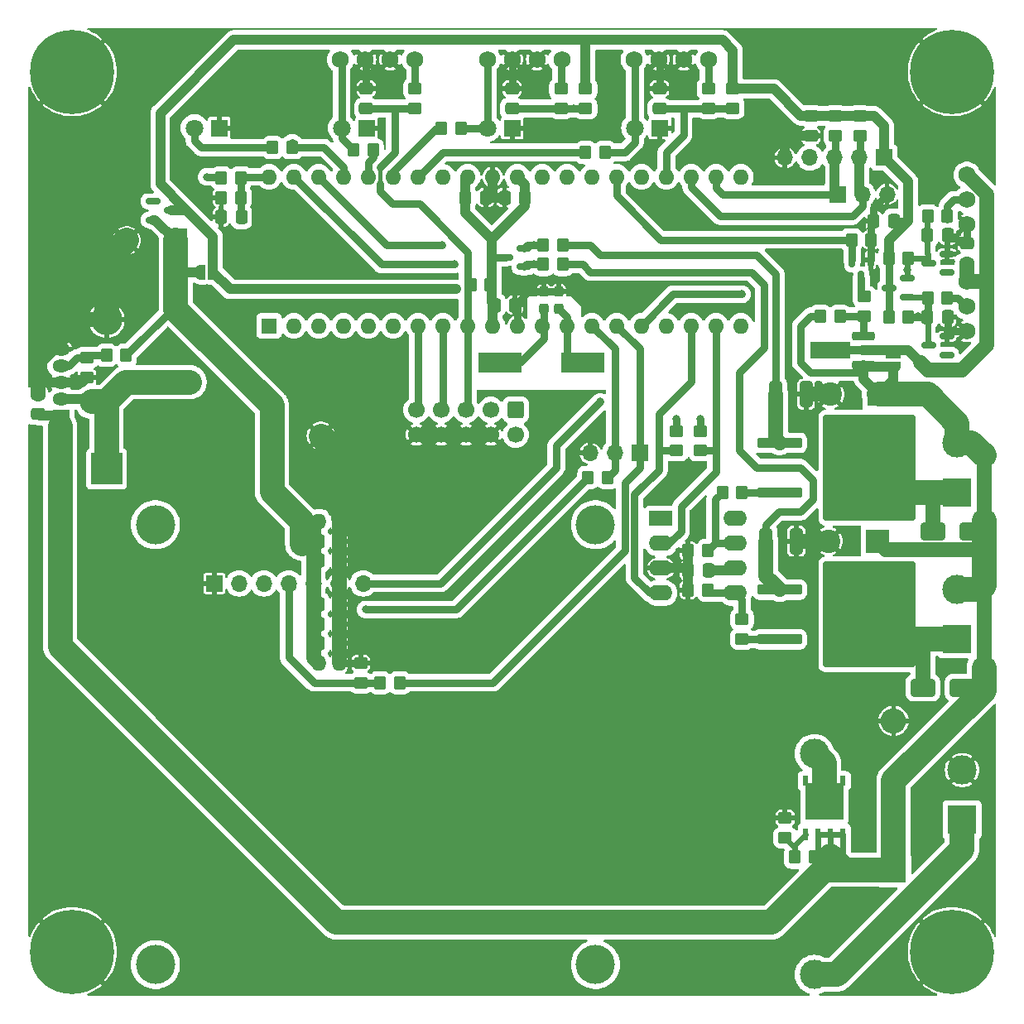
<source format=gbr>
%TF.GenerationSoftware,KiCad,Pcbnew,8.0.8-unknown-202501170223~559b1827ca~ubuntu24.04.1*%
%TF.CreationDate,2025-02-15T19:36:13+01:00*%
%TF.ProjectId,horse_feeder,686f7273-655f-4666-9565-6465722e6b69,rev?*%
%TF.SameCoordinates,Original*%
%TF.FileFunction,Copper,L2,Bot*%
%TF.FilePolarity,Positive*%
%FSLAX46Y46*%
G04 Gerber Fmt 4.6, Leading zero omitted, Abs format (unit mm)*
G04 Created by KiCad (PCBNEW 8.0.8-unknown-202501170223~559b1827ca~ubuntu24.04.1) date 2025-02-15 19:36:13*
%MOMM*%
%LPD*%
G01*
G04 APERTURE LIST*
G04 Aperture macros list*
%AMRoundRect*
0 Rectangle with rounded corners*
0 $1 Rounding radius*
0 $2 $3 $4 $5 $6 $7 $8 $9 X,Y pos of 4 corners*
0 Add a 4 corners polygon primitive as box body*
4,1,4,$2,$3,$4,$5,$6,$7,$8,$9,$2,$3,0*
0 Add four circle primitives for the rounded corners*
1,1,$1+$1,$2,$3*
1,1,$1+$1,$4,$5*
1,1,$1+$1,$6,$7*
1,1,$1+$1,$8,$9*
0 Add four rect primitives between the rounded corners*
20,1,$1+$1,$2,$3,$4,$5,0*
20,1,$1+$1,$4,$5,$6,$7,0*
20,1,$1+$1,$6,$7,$8,$9,0*
20,1,$1+$1,$8,$9,$2,$3,0*%
%AMFreePoly0*
4,1,19,0.500000,-0.750000,0.000000,-0.750000,0.000000,-0.744911,-0.071157,-0.744911,-0.207708,-0.704816,-0.327430,-0.627875,-0.420627,-0.520320,-0.479746,-0.390866,-0.500000,-0.250000,-0.500000,0.250000,-0.479746,0.390866,-0.420627,0.520320,-0.327430,0.627875,-0.207708,0.704816,-0.071157,0.744911,0.000000,0.744911,0.000000,0.750000,0.500000,0.750000,0.500000,-0.750000,0.500000,-0.750000,
$1*%
%AMFreePoly1*
4,1,19,0.000000,0.744911,0.071157,0.744911,0.207708,0.704816,0.327430,0.627875,0.420627,0.520320,0.479746,0.390866,0.500000,0.250000,0.500000,-0.250000,0.479746,-0.390866,0.420627,-0.520320,0.327430,-0.627875,0.207708,-0.704816,0.071157,-0.744911,0.000000,-0.744911,0.000000,-0.750000,-0.500000,-0.750000,-0.500000,0.750000,0.000000,0.750000,0.000000,0.744911,0.000000,0.744911,
$1*%
%AMFreePoly2*
4,1,9,5.362500,-0.866500,1.237500,-0.866500,1.237500,-0.450000,-1.237500,-0.450000,-1.237500,0.450000,1.237500,0.450000,1.237500,0.866500,5.362500,0.866500,5.362500,-0.866500,5.362500,-0.866500,$1*%
G04 Aperture macros list end*
%TA.AperFunction,ComponentPad*%
%ADD10R,2.400000X2.400000*%
%TD*%
%TA.AperFunction,ComponentPad*%
%ADD11C,2.400000*%
%TD*%
%TA.AperFunction,ComponentPad*%
%ADD12R,1.700000X1.700000*%
%TD*%
%TA.AperFunction,ComponentPad*%
%ADD13O,1.700000X1.700000*%
%TD*%
%TA.AperFunction,ComponentPad*%
%ADD14C,1.727200*%
%TD*%
%TA.AperFunction,WasherPad*%
%ADD15C,4.000000*%
%TD*%
%TA.AperFunction,ComponentPad*%
%ADD16C,0.900000*%
%TD*%
%TA.AperFunction,ComponentPad*%
%ADD17C,8.600000*%
%TD*%
%TA.AperFunction,ComponentPad*%
%ADD18R,1.800000X1.800000*%
%TD*%
%TA.AperFunction,ComponentPad*%
%ADD19C,1.800000*%
%TD*%
%TA.AperFunction,ComponentPad*%
%ADD20R,3.000000X3.000000*%
%TD*%
%TA.AperFunction,ComponentPad*%
%ADD21C,3.000000*%
%TD*%
%TA.AperFunction,ComponentPad*%
%ADD22R,3.200000X3.200000*%
%TD*%
%TA.AperFunction,ComponentPad*%
%ADD23O,3.200000X3.200000*%
%TD*%
%TA.AperFunction,ComponentPad*%
%ADD24R,2.400000X1.600000*%
%TD*%
%TA.AperFunction,ComponentPad*%
%ADD25O,2.400000X1.600000*%
%TD*%
%TA.AperFunction,ComponentPad*%
%ADD26R,2.600000X2.600000*%
%TD*%
%TA.AperFunction,ComponentPad*%
%ADD27O,2.600000X2.600000*%
%TD*%
%TA.AperFunction,ComponentPad*%
%ADD28RoundRect,0.250000X-0.600000X0.600000X-0.600000X-0.600000X0.600000X-0.600000X0.600000X0.600000X0*%
%TD*%
%TA.AperFunction,ComponentPad*%
%ADD29C,1.700000*%
%TD*%
%TA.AperFunction,ComponentPad*%
%ADD30R,1.800000X1.275000*%
%TD*%
%TA.AperFunction,ComponentPad*%
%ADD31O,1.800000X1.275000*%
%TD*%
%TA.AperFunction,ComponentPad*%
%ADD32C,1.600000*%
%TD*%
%TA.AperFunction,ComponentPad*%
%ADD33R,1.600000X1.600000*%
%TD*%
%TA.AperFunction,ComponentPad*%
%ADD34O,1.600000X1.600000*%
%TD*%
%TA.AperFunction,SMDPad,CuDef*%
%ADD35RoundRect,0.150000X0.587500X0.150000X-0.587500X0.150000X-0.587500X-0.150000X0.587500X-0.150000X0*%
%TD*%
%TA.AperFunction,SMDPad,CuDef*%
%ADD36FreePoly0,90.000000*%
%TD*%
%TA.AperFunction,SMDPad,CuDef*%
%ADD37FreePoly1,90.000000*%
%TD*%
%TA.AperFunction,SMDPad,CuDef*%
%ADD38RoundRect,0.250000X0.350000X0.450000X-0.350000X0.450000X-0.350000X-0.450000X0.350000X-0.450000X0*%
%TD*%
%TA.AperFunction,SMDPad,CuDef*%
%ADD39RoundRect,0.250000X-0.337500X-0.475000X0.337500X-0.475000X0.337500X0.475000X-0.337500X0.475000X0*%
%TD*%
%TA.AperFunction,SMDPad,CuDef*%
%ADD40RoundRect,0.250000X0.450000X-0.350000X0.450000X0.350000X-0.450000X0.350000X-0.450000X-0.350000X0*%
%TD*%
%TA.AperFunction,SMDPad,CuDef*%
%ADD41RoundRect,0.250000X-2.050000X-0.300000X2.050000X-0.300000X2.050000X0.300000X-2.050000X0.300000X0*%
%TD*%
%TA.AperFunction,SMDPad,CuDef*%
%ADD42RoundRect,0.250000X-2.025000X-2.375000X2.025000X-2.375000X2.025000X2.375000X-2.025000X2.375000X0*%
%TD*%
%TA.AperFunction,SMDPad,CuDef*%
%ADD43RoundRect,0.250002X-4.449998X-5.149998X4.449998X-5.149998X4.449998X5.149998X-4.449998X5.149998X0*%
%TD*%
%TA.AperFunction,SMDPad,CuDef*%
%ADD44FreePoly0,180.000000*%
%TD*%
%TA.AperFunction,SMDPad,CuDef*%
%ADD45FreePoly1,180.000000*%
%TD*%
%TA.AperFunction,SMDPad,CuDef*%
%ADD46RoundRect,0.250000X-0.350000X-0.450000X0.350000X-0.450000X0.350000X0.450000X-0.350000X0.450000X0*%
%TD*%
%TA.AperFunction,SMDPad,CuDef*%
%ADD47RoundRect,0.150000X-0.150000X0.587500X-0.150000X-0.587500X0.150000X-0.587500X0.150000X0.587500X0*%
%TD*%
%TA.AperFunction,SMDPad,CuDef*%
%ADD48RoundRect,0.250000X0.475000X-0.337500X0.475000X0.337500X-0.475000X0.337500X-0.475000X-0.337500X0*%
%TD*%
%TA.AperFunction,SMDPad,CuDef*%
%ADD49RoundRect,0.225000X0.925000X0.225000X-0.925000X0.225000X-0.925000X-0.225000X0.925000X-0.225000X0*%
%TD*%
%TA.AperFunction,SMDPad,CuDef*%
%ADD50FreePoly2,180.000000*%
%TD*%
%TA.AperFunction,SMDPad,CuDef*%
%ADD51RoundRect,0.150000X-0.587500X-0.150000X0.587500X-0.150000X0.587500X0.150000X-0.587500X0.150000X0*%
%TD*%
%TA.AperFunction,SMDPad,CuDef*%
%ADD52RoundRect,0.250000X0.337500X0.475000X-0.337500X0.475000X-0.337500X-0.475000X0.337500X-0.475000X0*%
%TD*%
%TA.AperFunction,SMDPad,CuDef*%
%ADD53RoundRect,0.250000X-0.450000X0.350000X-0.450000X-0.350000X0.450000X-0.350000X0.450000X0.350000X0*%
%TD*%
%TA.AperFunction,SMDPad,CuDef*%
%ADD54R,4.500000X2.000000*%
%TD*%
%TA.AperFunction,SMDPad,CuDef*%
%ADD55RoundRect,0.250000X1.000000X0.650000X-1.000000X0.650000X-1.000000X-0.650000X1.000000X-0.650000X0*%
%TD*%
%TA.AperFunction,SMDPad,CuDef*%
%ADD56R,0.610000X1.270000*%
%TD*%
%TA.AperFunction,SMDPad,CuDef*%
%ADD57R,3.910000X3.810000*%
%TD*%
%TA.AperFunction,SMDPad,CuDef*%
%ADD58R,0.610000X1.020000*%
%TD*%
%TA.AperFunction,SMDPad,CuDef*%
%ADD59RoundRect,0.237500X0.237500X-0.300000X0.237500X0.300000X-0.237500X0.300000X-0.237500X-0.300000X0*%
%TD*%
%TA.AperFunction,SMDPad,CuDef*%
%ADD60RoundRect,0.250000X-0.475000X0.337500X-0.475000X-0.337500X0.475000X-0.337500X0.475000X0.337500X0*%
%TD*%
%TA.AperFunction,SMDPad,CuDef*%
%ADD61RoundRect,0.250000X-0.400000X-1.075000X0.400000X-1.075000X0.400000X1.075000X-0.400000X1.075000X0*%
%TD*%
%TA.AperFunction,ViaPad*%
%ADD62C,0.800000*%
%TD*%
%TA.AperFunction,Conductor*%
%ADD63C,0.800000*%
%TD*%
%TA.AperFunction,Conductor*%
%ADD64C,1.500000*%
%TD*%
%TA.AperFunction,Conductor*%
%ADD65C,0.600000*%
%TD*%
%TA.AperFunction,Conductor*%
%ADD66C,1.000000*%
%TD*%
%TA.AperFunction,Conductor*%
%ADD67C,2.500000*%
%TD*%
%TA.AperFunction,Conductor*%
%ADD68C,0.400000*%
%TD*%
G04 APERTURE END LIST*
D10*
%TO.P,C2,1*%
%TO.N,+12V*%
X192323959Y-93000000D03*
D11*
%TO.P,C2,2*%
%TO.N,GND*%
X187323959Y-93000000D03*
%TD*%
D12*
%TO.P,J7,1,Pin_1*%
%TO.N,/RTC_SCL*%
X188247500Y-57537500D03*
D13*
%TO.P,J7,2,Pin_2*%
%TO.N,/RTC_SDA*%
X190787500Y-57537500D03*
%TO.P,J7,3,Pin_3*%
%TO.N,GND*%
X193327500Y-57537500D03*
%TD*%
D14*
%TO.P,J9,1,Pin_1*%
%TO.N,Net-(J9-Pin_1)*%
X175060000Y-43749999D03*
%TO.P,J9,2,Pin_2*%
%TO.N,GND*%
X172520000Y-43749999D03*
%TO.P,J9,3,Pin_3*%
X169980000Y-43749999D03*
%TO.P,J9,4,Pin_4*%
%TO.N,/LED_Y_fp*%
X167440000Y-43749999D03*
%TD*%
D15*
%TO.P,M1,*%
%TO.N,*%
X118510000Y-136325000D03*
X163510000Y-136325000D03*
X118510000Y-91325000D03*
X163510000Y-91325000D03*
D12*
%TO.P,M1,1,GND*%
%TO.N,GND*%
X124510000Y-97325000D03*
D13*
%TO.P,M1,2,RING*%
%TO.N,unconnected-(M1-RING-Pad2)*%
X127050000Y-97325000D03*
%TO.P,M1,3,TXD*%
%TO.N,/SIM_TXl*%
X129590000Y-97325000D03*
%TO.P,M1,4,RXD*%
%TO.N,/SIM_RXl*%
X132130000Y-97325000D03*
%TO.P,M1,5,VCC*%
%TO.N,+5VP*%
X134670000Y-97325000D03*
%TO.P,M1,6,GND*%
%TO.N,GND*%
X137210000Y-97325000D03*
%TO.P,M1,7,BOOT*%
%TO.N,/SIM_BOOT*%
X139750000Y-97325000D03*
%TD*%
D16*
%TO.P,H4,1,1*%
%TO.N,GND*%
X196775000Y-45000000D03*
X197719581Y-42719581D03*
X197719581Y-47280419D03*
X200000000Y-41775000D03*
D17*
X200000000Y-45000000D03*
D16*
X200000000Y-48225000D03*
X202280419Y-42719581D03*
X202280419Y-47280419D03*
X203225000Y-45000000D03*
%TD*%
D18*
%TO.P,D8,1,K*%
%TO.N,GND*%
X170085000Y-50749999D03*
D19*
%TO.P,D8,2,A*%
%TO.N,/LED_Y_fp*%
X167545000Y-50749999D03*
%TD*%
D20*
%TO.P,J3,1,Pin_1*%
%TO.N,/Mot1_D*%
X200500000Y-88000000D03*
D21*
%TO.P,J3,2,Pin_2*%
%TO.N,+12V*%
X200500000Y-82920000D03*
%TD*%
D20*
%TO.P,J2,1,Pin_1*%
%TO.N,/Mot2_D*%
X200500000Y-103000000D03*
D21*
%TO.P,J2,2,Pin_2*%
%TO.N,+12V*%
X200500000Y-97920000D03*
%TD*%
D18*
%TO.P,D9,1,K*%
%TO.N,GND*%
X155005000Y-50749999D03*
D19*
%TO.P,D9,2,A*%
%TO.N,/LED_G_fp*%
X152465000Y-50749999D03*
%TD*%
D21*
%TO.P,F1,1*%
%TO.N,Net-(J1-Pin_1)*%
X185905000Y-137330000D03*
%TO.P,F1,2*%
%TO.N,/Vin*%
X185905000Y-114730000D03*
%TD*%
D14*
%TO.P,J6,1,Pin_1*%
%TO.N,GND*%
X201500000Y-60640400D03*
%TO.P,J6,2,Pin_2*%
%TO.N,Net-(J6-Pin_2)*%
X201500000Y-58100400D03*
%TO.P,J6,3,Pin_3*%
%TO.N,+12P*%
X201500000Y-55560400D03*
%TD*%
D22*
%TO.P,D2,1,K*%
%TO.N,/5V_sw*%
X113500000Y-85620000D03*
D23*
%TO.P,D2,2,A*%
%TO.N,GND*%
X113500000Y-70380000D03*
%TD*%
D10*
%TO.P,C3,1*%
%TO.N,+12V*%
X192500000Y-78000000D03*
D11*
%TO.P,C3,2*%
%TO.N,GND*%
X187500000Y-78000000D03*
%TD*%
D24*
%TO.P,U2,1,NC*%
%TO.N,unconnected-(U2-NC-Pad1)*%
X170200000Y-90700000D03*
D25*
%TO.P,U2,2,IN_A*%
%TO.N,/Mot1_PWM*%
X170200000Y-93240000D03*
%TO.P,U2,3,GND*%
%TO.N,GND*%
X170200000Y-95780000D03*
%TO.P,U2,4,IN_B*%
%TO.N,/Mot2_PWM*%
X170200000Y-98320000D03*
%TO.P,U2,5,OUT_B*%
%TO.N,Net-(U2-OUT_B)*%
X177820000Y-98320000D03*
%TO.P,U2,6,V+*%
%TO.N,+12V*%
X177820000Y-95780000D03*
%TO.P,U2,7,OUT_A*%
%TO.N,Net-(U2-OUT_A)*%
X177820000Y-93240000D03*
%TO.P,U2,8,NC*%
%TO.N,unconnected-(U2-NC-Pad8)*%
X177820000Y-90700000D03*
%TD*%
D26*
%TO.P,D1,1,A1*%
%TO.N,+12V*%
X194000000Y-126620000D03*
D27*
%TO.P,D1,2,A2*%
%TO.N,GND*%
X194000000Y-111380000D03*
%TD*%
D28*
%TO.P,J8,1,MOSI*%
%TO.N,/MOSI*%
X155350000Y-79572500D03*
D29*
%TO.P,J8,2,VCC*%
%TO.N,unconnected-(J8-VCC-Pad2)*%
X155350000Y-82112500D03*
%TO.P,J8,3,NC*%
%TO.N,unconnected-(J8-NC-Pad3)*%
X152810000Y-79572500D03*
%TO.P,J8,4,GND*%
%TO.N,GND*%
X152810000Y-82112500D03*
%TO.P,J8,5,~{RST}*%
%TO.N,/RST*%
X150270000Y-79572500D03*
%TO.P,J8,6,GND*%
%TO.N,GND*%
X150270000Y-82112500D03*
%TO.P,J8,7,SCK*%
%TO.N,/SCK*%
X147730000Y-79572500D03*
%TO.P,J8,8,GND*%
%TO.N,GND*%
X147730000Y-82112500D03*
%TO.P,J8,9,MISO*%
%TO.N,/MISO*%
X145190000Y-79572500D03*
%TO.P,J8,10,GND*%
%TO.N,GND*%
X145190000Y-82112500D03*
%TD*%
D18*
%TO.P,D10,1,K*%
%TO.N,GND*%
X125025000Y-50750000D03*
D19*
%TO.P,D10,2,A*%
%TO.N,/LED_B_fp*%
X122485000Y-50750000D03*
%TD*%
D14*
%TO.P,J11,1,Pin_1*%
%TO.N,Net-(J11-Pin_1)*%
X160060000Y-43749999D03*
%TO.P,J11,2,Pin_2*%
%TO.N,GND*%
X157520000Y-43749999D03*
%TO.P,J11,3,Pin_3*%
X154980000Y-43749999D03*
%TO.P,J11,4,Pin_4*%
%TO.N,/LED_G_fp*%
X152440000Y-43749999D03*
%TD*%
D30*
%TO.P,U5,1,VIN*%
%TO.N,+12V*%
X108840000Y-80200000D03*
D31*
%TO.P,U5,2,OUT*%
%TO.N,/5V_sw*%
X108840000Y-78500000D03*
%TO.P,U5,3,GND*%
%TO.N,GND*%
X108840000Y-76800000D03*
%TO.P,U5,4,FB*%
%TO.N,/5V_fb*%
X108840000Y-75100000D03*
%TO.P,U5,5,~{ON}/OFF*%
%TO.N,GND*%
X108840000Y-73400000D03*
%TD*%
D14*
%TO.P,J10,1,Pin_1*%
%TO.N,Net-(J10-Pin_1)*%
X145060000Y-43749999D03*
%TO.P,J10,2,Pin_2*%
%TO.N,GND*%
X142520000Y-43749999D03*
%TO.P,J10,3,Pin_3*%
X139980000Y-43749999D03*
%TO.P,J10,4,Pin_4*%
%TO.N,/LED_R_fp*%
X137440000Y-43749999D03*
%TD*%
D32*
%TO.P,L1,1,1*%
%TO.N,/5V_sw*%
X122000000Y-76750000D03*
%TO.P,L1,2,2*%
%TO.N,+5VP*%
X122000000Y-70750000D03*
%TD*%
D33*
%TO.P,U3,1,PB0*%
%TO.N,unconnected-(U3-PB0-Pad1)*%
X130125000Y-70987500D03*
D34*
%TO.P,U3,2,PB1*%
%TO.N,unconnected-(U3-PB1-Pad2)*%
X132665000Y-70987500D03*
%TO.P,U3,3,PB2*%
%TO.N,unconnected-(U3-PB2-Pad3)*%
X135205000Y-70987500D03*
%TO.P,U3,4,PB3*%
%TO.N,unconnected-(U3-PB3-Pad4)*%
X137745000Y-70987500D03*
%TO.P,U3,5,PB4*%
%TO.N,unconnected-(U3-PB4-Pad5)*%
X140285000Y-70987500D03*
%TO.P,U3,6,PB5*%
%TO.N,/MOSI*%
X142825000Y-70987500D03*
%TO.P,U3,7,PB6*%
%TO.N,/MISO*%
X145365000Y-70987500D03*
%TO.P,U3,8,PB7*%
%TO.N,/SCK*%
X147905000Y-70987500D03*
%TO.P,U3,9,~{RESET}*%
%TO.N,/RST*%
X150445000Y-70987500D03*
%TO.P,U3,10,VCC*%
%TO.N,+5V*%
X152985000Y-70987500D03*
%TO.P,U3,11,GND*%
%TO.N,GND*%
X155525000Y-70987500D03*
%TO.P,U3,12,XTAL2*%
%TO.N,/XTAL2*%
X158065000Y-70987500D03*
%TO.P,U3,13,XTAL1*%
%TO.N,/XTAL1*%
X160605000Y-70987500D03*
%TO.P,U3,14,PD0*%
%TO.N,/SIM_TX*%
X163145000Y-70987500D03*
%TO.P,U3,15,PD1*%
%TO.N,/SIM_RX*%
X165685000Y-70987500D03*
%TO.P,U3,16,PD2*%
%TO.N,/Proxi2*%
X168225000Y-70987500D03*
%TO.P,U3,17,PD3*%
%TO.N,/Proxi1*%
X170765000Y-70987500D03*
%TO.P,U3,18,PD4*%
%TO.N,/Mot2_PWM*%
X173305000Y-70987500D03*
%TO.P,U3,19,PD5*%
%TO.N,/Mot1_PWM*%
X175845000Y-70987500D03*
%TO.P,U3,20,PD6*%
%TO.N,/SIM_BOOT*%
X178385000Y-70987500D03*
%TO.P,U3,21,PD7*%
%TO.N,unconnected-(U3-PD7-Pad21)*%
X178385000Y-55747500D03*
%TO.P,U3,22,PC0*%
%TO.N,/RTC_SCL*%
X175845000Y-55747500D03*
%TO.P,U3,23,PC1*%
%TO.N,/RTC_SDA*%
X173305000Y-55747500D03*
%TO.P,U3,24,PC2*%
%TO.N,/Btn_USR1*%
X170765000Y-55747500D03*
%TO.P,U3,25,PC3*%
%TO.N,/Btn_USR2*%
X168225000Y-55747500D03*
%TO.P,U3,26,PC4*%
%TO.N,/Proxi_PWR*%
X165685000Y-55747500D03*
%TO.P,U3,27,PC5*%
%TO.N,unconnected-(U3-PC5-Pad27)*%
X163145000Y-55747500D03*
%TO.P,U3,28,PC6*%
%TO.N,unconnected-(U3-PC6-Pad28)*%
X160605000Y-55747500D03*
%TO.P,U3,29,PC7*%
%TO.N,unconnected-(U3-PC7-Pad29)*%
X158065000Y-55747500D03*
%TO.P,U3,30,AVCC*%
%TO.N,+5V*%
X155525000Y-55747500D03*
%TO.P,U3,31,GND*%
%TO.N,GND*%
X152985000Y-55747500D03*
%TO.P,U3,32,AREF*%
%TO.N,+5V*%
X150445000Y-55747500D03*
%TO.P,U3,33,PA7*%
%TO.N,unconnected-(U3-PA7-Pad33)*%
X147905000Y-55747500D03*
%TO.P,U3,34,PA6*%
%TO.N,/LED_Y*%
X145365000Y-55747500D03*
%TO.P,U3,35,PA5*%
%TO.N,/LED_G*%
X142825000Y-55747500D03*
%TO.P,U3,36,PA4*%
%TO.N,/LED_R*%
X140285000Y-55747500D03*
%TO.P,U3,37,PA3*%
%TO.N,/LED_B*%
X137745000Y-55747500D03*
%TO.P,U3,38,PA2*%
%TO.N,/Mot1_Ip*%
X135205000Y-55747500D03*
%TO.P,U3,39,PA1*%
%TO.N,/Mot2_Ip*%
X132665000Y-55747500D03*
%TO.P,U3,40,PA0*%
%TO.N,/Batt_mon*%
X130125000Y-55747500D03*
%TD*%
D14*
%TO.P,J4,1,Pin_1*%
%TO.N,GND*%
X201500000Y-71540000D03*
%TO.P,J4,2,Pin_2*%
%TO.N,Net-(J4-Pin_2)*%
X201500000Y-69000000D03*
%TO.P,J4,3,Pin_3*%
%TO.N,+12P*%
X201500000Y-66460000D03*
%TD*%
D20*
%TO.P,J1,1,Pin_1*%
%TO.N,Net-(J1-Pin_1)*%
X201000000Y-121500000D03*
D21*
%TO.P,J1,2,Pin_2*%
%TO.N,GND*%
X201000000Y-116420000D03*
%TD*%
D10*
%TO.P,C28,1*%
%TO.N,+5VP*%
X130426041Y-82250000D03*
D11*
%TO.P,C28,2*%
%TO.N,GND*%
X135426041Y-82250000D03*
%TD*%
D16*
%TO.P,H1,1,1*%
%TO.N,GND*%
X106775000Y-45000000D03*
X107719581Y-42719581D03*
X107719581Y-47280419D03*
X110000000Y-41775000D03*
D17*
X110000000Y-45000000D03*
D16*
X110000000Y-48225000D03*
X112280419Y-42719581D03*
X112280419Y-47280419D03*
X113225000Y-45000000D03*
%TD*%
D18*
%TO.P,D7,1,K*%
%TO.N,GND*%
X140085000Y-50749999D03*
D19*
%TO.P,D7,2,A*%
%TO.N,/LED_R_fp*%
X137545000Y-50749999D03*
%TD*%
D12*
%TO.P,U4,1,VDD*%
%TO.N,+5V*%
X193062500Y-53787500D03*
D13*
%TO.P,U4,2,SDA*%
%TO.N,/RTC_SDA*%
X190522500Y-53787500D03*
%TO.P,U4,3,SCL*%
%TO.N,/RTC_SCL*%
X187982500Y-53787500D03*
%TO.P,U4,4,SQW*%
%TO.N,unconnected-(U4-SQW-Pad4)*%
X185442500Y-53787500D03*
%TO.P,U4,5,GND*%
%TO.N,GND*%
X182902500Y-53787500D03*
%TD*%
D12*
%TO.P,J5,1,Pin_1*%
%TO.N,/SIM_RX*%
X168025000Y-84000000D03*
D13*
%TO.P,J5,2,Pin_2*%
%TO.N,/SIM_TX*%
X165485000Y-84000000D03*
%TO.P,J5,3,Pin_3*%
%TO.N,GND*%
X162945000Y-84000000D03*
%TD*%
D10*
%TO.P,C4,1*%
%TO.N,+5VP*%
X120573959Y-62250000D03*
D11*
%TO.P,C4,2*%
%TO.N,GND*%
X115573959Y-62250000D03*
%TD*%
D16*
%TO.P,H3,1,1*%
%TO.N,GND*%
X196775000Y-135000000D03*
X197719581Y-132719581D03*
X197719581Y-137280419D03*
X200000000Y-131775000D03*
D17*
X200000000Y-135000000D03*
D16*
X200000000Y-138225000D03*
X202280419Y-132719581D03*
X202280419Y-137280419D03*
X203225000Y-135000000D03*
%TD*%
%TO.P,H2,1,1*%
%TO.N,GND*%
X106775000Y-135000000D03*
X107719581Y-132719581D03*
X107719581Y-137280419D03*
X110000000Y-131775000D03*
D17*
X110000000Y-135000000D03*
D16*
X110000000Y-138225000D03*
X112280419Y-132719581D03*
X112280419Y-137280419D03*
X113225000Y-135000000D03*
%TD*%
D35*
%TO.P,D4,1,A*%
%TO.N,GND*%
X199437500Y-72050000D03*
%TO.P,D4,2,NC*%
%TO.N,unconnected-(D4-NC-Pad2)*%
X199437500Y-73950000D03*
%TO.P,D4,3,K*%
%TO.N,/Proxi1*%
X197562500Y-73000000D03*
%TD*%
D36*
%TO.P,JP1,1,A*%
%TO.N,+12V*%
X194000000Y-75150000D03*
D37*
%TO.P,JP1,2,B*%
%TO.N,+12P*%
X194000000Y-73850000D03*
%TD*%
D38*
%TO.P,R23,1*%
%TO.N,+5V*%
X152750000Y-66750000D03*
%TO.P,R23,2*%
%TO.N,/RST*%
X150750000Y-66750000D03*
%TD*%
%TO.P,R37,1*%
%TO.N,/SIM_TX*%
X164750000Y-86500000D03*
%TO.P,R37,2*%
%TO.N,/SIM_TXl*%
X162750000Y-86500000D03*
%TD*%
D39*
%TO.P,C10,1*%
%TO.N,+5V*%
X153212500Y-68862500D03*
%TO.P,C10,2*%
%TO.N,GND*%
X155287500Y-68862500D03*
%TD*%
D40*
%TO.P,R28,1*%
%TO.N,/Mot1_PWM*%
X174250000Y-83750000D03*
%TO.P,R28,2*%
%TO.N,Net-(D11-A)*%
X174250000Y-81750000D03*
%TD*%
D41*
%TO.P,Q2,1,G*%
%TO.N,/Mot2_G*%
X182350000Y-103040000D03*
D42*
%TO.P,Q2,2,D*%
%TO.N,/Mot2_D*%
X189075000Y-97725000D03*
X189075000Y-103275000D03*
D43*
X191500000Y-100500000D03*
D42*
X193925000Y-97725000D03*
X193925000Y-103275000D03*
D41*
%TO.P,Q2,3,S*%
%TO.N,/Mot2_I*%
X182350000Y-97960000D03*
%TD*%
D39*
%TO.P,C18,1*%
%TO.N,/Proxi1*%
X197462500Y-70100400D03*
%TO.P,C18,2*%
%TO.N,GND*%
X199537500Y-70100400D03*
%TD*%
D44*
%TO.P,JP2,1,A*%
%TO.N,+5V*%
X124400000Y-65500000D03*
D45*
%TO.P,JP2,2,B*%
%TO.N,+5VP*%
X123100000Y-65500000D03*
%TD*%
D46*
%TO.P,R17,1*%
%TO.N,+5V*%
X193500000Y-64100400D03*
%TO.P,R17,2*%
%TO.N,/Proxi2*%
X195500000Y-64100400D03*
%TD*%
D39*
%TO.P,C27,1*%
%TO.N,+5VP*%
X135212500Y-99470000D03*
%TO.P,C27,2*%
%TO.N,GND*%
X137287500Y-99470000D03*
%TD*%
%TO.P,C15,1*%
%TO.N,+5VP*%
X135212500Y-91000000D03*
%TO.P,C15,2*%
%TO.N,GND*%
X137287500Y-91000000D03*
%TD*%
D47*
%TO.P,Q6,1,G*%
%TO.N,/Proxi_PWR*%
X189750000Y-64256250D03*
%TO.P,Q6,2,S*%
%TO.N,GND*%
X191650000Y-64256250D03*
%TO.P,Q6,3,D*%
%TO.N,Net-(Q6-D)*%
X190700000Y-66131250D03*
%TD*%
D46*
%TO.P,R36,1*%
%TO.N,/Mot2_Ip*%
X158187500Y-64700000D03*
%TO.P,R36,2*%
%TO.N,/Mot2_I*%
X160187500Y-64700000D03*
%TD*%
%TO.P,R13,1*%
%TO.N,+5V*%
X193500000Y-70100400D03*
%TO.P,R13,2*%
%TO.N,/Proxi1*%
X195500000Y-70100400D03*
%TD*%
D48*
%TO.P,C19,1*%
%TO.N,+12P*%
X201500000Y-64637900D03*
%TO.P,C19,2*%
%TO.N,GND*%
X201500000Y-62562900D03*
%TD*%
D38*
%TO.P,R24,1*%
%TO.N,/LED_R*%
X140750000Y-53000000D03*
%TO.P,R24,2*%
%TO.N,/LED_R_fp*%
X138750000Y-53000000D03*
%TD*%
D49*
%TO.P,Q5,1,G*%
%TO.N,Net-(Q5-G)*%
X190950000Y-72000000D03*
D50*
%TO.P,Q5,2,D*%
%TO.N,+12P*%
X190862500Y-73500000D03*
D49*
%TO.P,Q5,3,S*%
%TO.N,+12V*%
X190950000Y-75000000D03*
%TD*%
D51*
%TO.P,D15,1,A*%
%TO.N,+5VP*%
X118250000Y-60150000D03*
%TO.P,D15,2,NC*%
%TO.N,unconnected-(D15-NC-Pad2)*%
X118250000Y-58250000D03*
%TO.P,D15,3,K*%
%TO.N,+5V*%
X120125000Y-59200000D03*
%TD*%
D52*
%TO.P,C12,1*%
%TO.N,+5V*%
X156287500Y-57862500D03*
%TO.P,C12,2*%
%TO.N,GND*%
X154212500Y-57862500D03*
%TD*%
D53*
%TO.P,R6,1*%
%TO.N,Net-(U2-OUT_B)*%
X178500000Y-101000000D03*
%TO.P,R6,2*%
%TO.N,/Mot2_G*%
X178500000Y-103000000D03*
%TD*%
D35*
%TO.P,D5,1*%
%TO.N,/Proxi2*%
X195437500Y-66150400D03*
%TO.P,D5,2*%
%TO.N,/Proxi1*%
X195437500Y-68050400D03*
%TO.P,D5,3*%
%TO.N,+5V*%
X193562500Y-67100400D03*
%TD*%
D41*
%TO.P,Q3,1,G*%
%TO.N,/Mot1_G*%
X182350000Y-88040000D03*
D42*
%TO.P,Q3,2,D*%
%TO.N,/Mot1_D*%
X189075000Y-82725000D03*
X189075000Y-88275000D03*
D43*
X191500000Y-85500000D03*
D42*
X193925000Y-82725000D03*
X193925000Y-88275000D03*
D41*
%TO.P,Q3,3,S*%
%TO.N,/Mot1_I*%
X182350000Y-82960000D03*
%TD*%
D52*
%TO.P,C13,1*%
%TO.N,+5V*%
X194037500Y-60250000D03*
%TO.P,C13,2*%
%TO.N,GND*%
X191962500Y-60250000D03*
%TD*%
D40*
%TO.P,R7,1*%
%TO.N,GND*%
X111500000Y-76250000D03*
%TO.P,R7,2*%
%TO.N,/5V_fb*%
X111500000Y-74250000D03*
%TD*%
D46*
%TO.P,R1,1*%
%TO.N,Net-(Q1-G)*%
X183905000Y-125330000D03*
%TO.P,R1,2*%
%TO.N,+12V*%
X185905000Y-125330000D03*
%TD*%
D39*
%TO.P,C20,1*%
%TO.N,/Proxi2*%
X197462500Y-61750000D03*
%TO.P,C20,2*%
%TO.N,GND*%
X199537500Y-61750000D03*
%TD*%
D53*
%TO.P,R30,1*%
%TO.N,+5V*%
X162500000Y-46750000D03*
%TO.P,R30,2*%
%TO.N,/Btn_USR2*%
X162500000Y-48750000D03*
%TD*%
D35*
%TO.P,D6,1,A*%
%TO.N,GND*%
X199437500Y-63650400D03*
%TO.P,D6,2,NC*%
%TO.N,unconnected-(D6-NC-Pad2)*%
X199437500Y-65550400D03*
%TO.P,D6,3,K*%
%TO.N,/Proxi2*%
X197562500Y-64600400D03*
%TD*%
D53*
%TO.P,R33,1*%
%TO.N,+5V*%
X190537500Y-49537500D03*
%TO.P,R33,2*%
%TO.N,/RTC_SDA*%
X190537500Y-51537500D03*
%TD*%
D54*
%TO.P,Y1,1,1*%
%TO.N,/XTAL1*%
X162250000Y-74750000D03*
%TO.P,Y1,2,2*%
%TO.N,/XTAL2*%
X153750000Y-74750000D03*
%TD*%
D55*
%TO.P,D3,1,K*%
%TO.N,+12V*%
X202000000Y-92000000D03*
%TO.P,D3,2,A*%
%TO.N,/Mot1_D*%
X198000000Y-92000000D03*
%TD*%
D48*
%TO.P,C23,1*%
%TO.N,/Btn_USR2*%
X154980000Y-48787499D03*
%TO.P,C23,2*%
%TO.N,GND*%
X154980000Y-46712499D03*
%TD*%
D52*
%TO.P,C7,1*%
%TO.N,+12V*%
X175037500Y-96000000D03*
%TO.P,C7,2*%
%TO.N,GND*%
X172962500Y-96000000D03*
%TD*%
D38*
%TO.P,R19,1*%
%TO.N,Net-(J6-Pin_2)*%
X199500000Y-59750000D03*
%TO.P,R19,2*%
%TO.N,/Proxi2*%
X197500000Y-59750000D03*
%TD*%
D52*
%TO.P,C6,1*%
%TO.N,/Batt_mon*%
X127287500Y-59862500D03*
%TO.P,C6,2*%
%TO.N,GND*%
X125212500Y-59862500D03*
%TD*%
D55*
%TO.P,D13,1,K*%
%TO.N,+12V*%
X201000000Y-108000000D03*
%TO.P,D13,2,A*%
%TO.N,/Mot2_D*%
X197000000Y-108000000D03*
%TD*%
D53*
%TO.P,R34,1*%
%TO.N,+5V*%
X188037500Y-49537500D03*
%TO.P,R34,2*%
%TO.N,/RTC_SCL*%
X188037500Y-51537500D03*
%TD*%
D56*
%TO.P,Q1,1,S*%
%TO.N,+12V*%
X188810000Y-123000000D03*
%TO.P,Q1,2,S*%
X187540000Y-123000000D03*
%TO.P,Q1,3,S*%
X186270000Y-123000000D03*
%TO.P,Q1,4,G*%
%TO.N,Net-(Q1-G)*%
X185000000Y-123000000D03*
D57*
%TO.P,Q1,5,D*%
%TO.N,/Vin*%
X186905000Y-119640000D03*
D58*
X185000000Y-117535000D03*
X186270000Y-117535000D03*
X187540000Y-117535000D03*
X188810000Y-117535000D03*
%TD*%
D53*
%TO.P,R18,1*%
%TO.N,Net-(Q6-D)*%
X191000000Y-68000000D03*
%TO.P,R18,2*%
%TO.N,Net-(Q5-G)*%
X191000000Y-70000000D03*
%TD*%
D59*
%TO.P,C17,1*%
%TO.N,/XTAL2*%
X158250000Y-69225000D03*
%TO.P,C17,2*%
%TO.N,GND*%
X158250000Y-67500000D03*
%TD*%
D46*
%TO.P,R16,1*%
%TO.N,+12V*%
X186500000Y-70000000D03*
%TO.P,R16,2*%
%TO.N,Net-(Q5-G)*%
X188500000Y-70000000D03*
%TD*%
D53*
%TO.P,R4,1*%
%TO.N,GND*%
X182905000Y-121330000D03*
%TO.P,R4,2*%
%TO.N,Net-(Q1-G)*%
X182905000Y-123330000D03*
%TD*%
%TO.P,R39,1*%
%TO.N,GND*%
X139500000Y-105500000D03*
%TO.P,R39,2*%
%TO.N,/SIM_RXl*%
X139500000Y-107500000D03*
%TD*%
D46*
%TO.P,R25,1*%
%TO.N,/LED_Y*%
X162500000Y-53250000D03*
%TO.P,R25,2*%
%TO.N,/LED_Y_fp*%
X164500000Y-53250000D03*
%TD*%
%TO.P,R20,1*%
%TO.N,/Proxi_PWR*%
X189700000Y-62193750D03*
%TO.P,R20,2*%
%TO.N,GND*%
X191700000Y-62193750D03*
%TD*%
D38*
%TO.P,R14,1*%
%TO.N,Net-(J4-Pin_2)*%
X199500000Y-68100400D03*
%TO.P,R14,2*%
%TO.N,/Proxi1*%
X197500000Y-68100400D03*
%TD*%
D39*
%TO.P,C5,1*%
%TO.N,+5VP*%
X135212500Y-95000000D03*
%TO.P,C5,2*%
%TO.N,GND*%
X137287500Y-95000000D03*
%TD*%
%TO.P,C14,1*%
%TO.N,+5VP*%
X135212500Y-93010000D03*
%TO.P,C14,2*%
%TO.N,GND*%
X137287500Y-93010000D03*
%TD*%
D48*
%TO.P,C22,1*%
%TO.N,/RST*%
X140060000Y-48787499D03*
%TO.P,C22,2*%
%TO.N,GND*%
X140060000Y-46712499D03*
%TD*%
D60*
%TO.P,C11,1*%
%TO.N,+5V*%
X185537500Y-49500000D03*
%TO.P,C11,2*%
%TO.N,GND*%
X185537500Y-51575000D03*
%TD*%
D46*
%TO.P,R10,1*%
%TO.N,Net-(U2-OUT_A)*%
X176500000Y-88000000D03*
%TO.P,R10,2*%
%TO.N,/Mot1_G*%
X178500000Y-88000000D03*
%TD*%
%TO.P,R5,1*%
%TO.N,GND*%
X125250000Y-57862500D03*
%TO.P,R5,2*%
%TO.N,/Batt_mon*%
X127250000Y-57862500D03*
%TD*%
D61*
%TO.P,R9,1*%
%TO.N,/Mot2_I*%
X180950000Y-93000000D03*
%TO.P,R9,2*%
%TO.N,GND*%
X184050000Y-93000000D03*
%TD*%
D39*
%TO.P,C26,1*%
%TO.N,+5VP*%
X135212500Y-101470000D03*
%TO.P,C26,2*%
%TO.N,GND*%
X137287500Y-101470000D03*
%TD*%
D48*
%TO.P,C8,1*%
%TO.N,+12V*%
X106500000Y-80037500D03*
%TO.P,C8,2*%
%TO.N,GND*%
X106500000Y-77962500D03*
%TD*%
D53*
%TO.P,R32,1*%
%TO.N,Net-(J11-Pin_1)*%
X159980000Y-46749999D03*
%TO.P,R32,2*%
%TO.N,/Btn_USR2*%
X159980000Y-48749999D03*
%TD*%
D35*
%TO.P,D14,1*%
%TO.N,/Mot1_Ip*%
X156187500Y-63050000D03*
%TO.P,D14,2*%
%TO.N,/Mot2_Ip*%
X156187500Y-64950000D03*
%TO.P,D14,3*%
%TO.N,+5V*%
X154312500Y-64000000D03*
%TD*%
D61*
%TO.P,R12,1*%
%TO.N,/Mot1_I*%
X181950000Y-78000000D03*
%TO.P,R12,2*%
%TO.N,GND*%
X185050000Y-78000000D03*
%TD*%
D38*
%TO.P,R38,1*%
%TO.N,/SIM_RX*%
X143500000Y-107500000D03*
%TO.P,R38,2*%
%TO.N,/SIM_RXl*%
X141500000Y-107500000D03*
%TD*%
D39*
%TO.P,C25,1*%
%TO.N,+5VP*%
X135212500Y-103470000D03*
%TO.P,C25,2*%
%TO.N,GND*%
X137287500Y-103470000D03*
%TD*%
D38*
%TO.P,R8,1*%
%TO.N,Net-(U2-OUT_B)*%
X175000000Y-98000000D03*
%TO.P,R8,2*%
%TO.N,GND*%
X173000000Y-98000000D03*
%TD*%
D53*
%TO.P,R21,1*%
%TO.N,+5V*%
X177560000Y-46749999D03*
%TO.P,R21,2*%
%TO.N,/Btn_USR1*%
X177560000Y-48749999D03*
%TD*%
D39*
%TO.P,C9,1*%
%TO.N,+5V*%
X150212500Y-57862500D03*
%TO.P,C9,2*%
%TO.N,GND*%
X152287500Y-57862500D03*
%TD*%
D48*
%TO.P,C21,1*%
%TO.N,/Btn_USR1*%
X170060000Y-48787499D03*
%TO.P,C21,2*%
%TO.N,GND*%
X170060000Y-46712499D03*
%TD*%
D38*
%TO.P,R11,1*%
%TO.N,Net-(U2-OUT_A)*%
X175000000Y-94000000D03*
%TO.P,R11,2*%
%TO.N,GND*%
X173000000Y-94000000D03*
%TD*%
D46*
%TO.P,R35,1*%
%TO.N,/Mot1_Ip*%
X158187500Y-62700000D03*
%TO.P,R35,2*%
%TO.N,/Mot1_I*%
X160187500Y-62700000D03*
%TD*%
D40*
%TO.P,R29,1*%
%TO.N,/Mot2_PWM*%
X171810000Y-83750000D03*
%TO.P,R29,2*%
%TO.N,Net-(D12-A)*%
X171810000Y-81750000D03*
%TD*%
D38*
%TO.P,R27,1*%
%TO.N,/LED_B*%
X132500000Y-52750000D03*
%TO.P,R27,2*%
%TO.N,/LED_B_fp*%
X130500000Y-52750000D03*
%TD*%
D46*
%TO.P,R26,1*%
%TO.N,/LED_G*%
X147750000Y-50750000D03*
%TO.P,R26,2*%
%TO.N,/LED_G_fp*%
X149750000Y-50750000D03*
%TD*%
%TO.P,R3,1*%
%TO.N,/5V_fb*%
X113500000Y-74000000D03*
%TO.P,R3,2*%
%TO.N,+5VP*%
X115500000Y-74000000D03*
%TD*%
D39*
%TO.P,C24,1*%
%TO.N,+5VP*%
X135212500Y-105500000D03*
%TO.P,C24,2*%
%TO.N,GND*%
X137287500Y-105500000D03*
%TD*%
D38*
%TO.P,R2,1*%
%TO.N,/Batt_mon*%
X127250000Y-55862500D03*
%TO.P,R2,2*%
%TO.N,+12V*%
X125250000Y-55862500D03*
%TD*%
D53*
%TO.P,R22,1*%
%TO.N,Net-(J9-Pin_1)*%
X175060000Y-46749999D03*
%TO.P,R22,2*%
%TO.N,/Btn_USR1*%
X175060000Y-48749999D03*
%TD*%
%TO.P,R31,1*%
%TO.N,Net-(J10-Pin_1)*%
X145060000Y-46749999D03*
%TO.P,R31,2*%
%TO.N,/RST*%
X145060000Y-48749999D03*
%TD*%
D59*
%TO.P,C16,1*%
%TO.N,/XTAL1*%
X159750000Y-69225000D03*
%TO.P,C16,2*%
%TO.N,GND*%
X159750000Y-67500000D03*
%TD*%
D62*
%TO.N,+12V*%
X123750000Y-55750000D03*
%TO.N,GND*%
X186000000Y-78000000D03*
X191650000Y-63193750D03*
X137287500Y-104500000D03*
X137287500Y-92000000D03*
X173000000Y-95000000D03*
X126000000Y-61500000D03*
X173010000Y-85000000D03*
X191700000Y-61000000D03*
X110500000Y-76800000D03*
X185500000Y-93000000D03*
X124000000Y-58000000D03*
X137287500Y-102500000D03*
X137287500Y-94000000D03*
X184500000Y-51575000D03*
X138500000Y-105500000D03*
X173000000Y-97000000D03*
%TO.N,+5V*%
X149247488Y-67250000D03*
X148000000Y-67250000D03*
%TO.N,/Proxi1*%
X196500000Y-70000000D03*
%TO.N,/Proxi2*%
X195437500Y-65250000D03*
X178500000Y-67750000D03*
%TO.N,/Btn_USR2*%
X161250000Y-48749999D03*
%TO.N,/Mot1_Ip*%
X147800000Y-62700000D03*
X157250000Y-62700000D03*
%TO.N,/Mot2_Ip*%
X157250000Y-64700000D03*
X149050000Y-64700000D03*
%TO.N,/SIM_BOOT*%
X164000000Y-78750000D03*
%TO.N,/SIM_TXl*%
X140000000Y-100000000D03*
%TO.N,Net-(D11-A)*%
X174260000Y-80500000D03*
%TO.N,Net-(D12-A)*%
X171810000Y-80540000D03*
%TD*%
D63*
%TO.N,+12V*%
X184500000Y-74750000D02*
X184500000Y-71000000D01*
D64*
X203000000Y-108000000D02*
X203250000Y-108250000D01*
D65*
X186270000Y-124965000D02*
X185905000Y-125330000D01*
D66*
X190950000Y-75750000D02*
X190950000Y-76450000D01*
D63*
X190950000Y-75750000D02*
X185500000Y-75750000D01*
D64*
X203250000Y-105950000D02*
X203250000Y-97500000D01*
D65*
X188810000Y-123000000D02*
X188810000Y-125190000D01*
X187540000Y-125150000D02*
X187500000Y-125190000D01*
D63*
X185500000Y-75750000D02*
X184500000Y-74750000D01*
X125137500Y-55750000D02*
X125250000Y-55862500D01*
D67*
X194000000Y-126620000D02*
X188930000Y-126620000D01*
X203250000Y-94000000D02*
X203250000Y-90950000D01*
D64*
X201000000Y-108000000D02*
X203000000Y-108000000D01*
D65*
X186045000Y-125190000D02*
X185905000Y-125330000D01*
D66*
X194000000Y-75150000D02*
X194000000Y-76500000D01*
X177600000Y-96000000D02*
X177820000Y-95780000D01*
D63*
X185500000Y-70000000D02*
X186500000Y-70000000D01*
D66*
X191100000Y-75150000D02*
X194000000Y-75150000D01*
D67*
X202830000Y-97920000D02*
X203250000Y-97500000D01*
X108750000Y-103750000D02*
X108750000Y-81250000D01*
D64*
X203100000Y-93850000D02*
X203250000Y-94000000D01*
D67*
X188930000Y-126620000D02*
X186880000Y-126620000D01*
D65*
X187500000Y-125190000D02*
X186045000Y-125190000D01*
D67*
X200500000Y-97920000D02*
X202830000Y-97920000D01*
D66*
X108840000Y-80200000D02*
X106662500Y-80200000D01*
D67*
X197500000Y-78000000D02*
X200500000Y-81000000D01*
X194000000Y-117500000D02*
X203250000Y-108250000D01*
X192500000Y-78000000D02*
X197500000Y-78000000D01*
X203250000Y-97500000D02*
X203250000Y-94000000D01*
X186880000Y-126620000D02*
X181500000Y-132000000D01*
D66*
X106662500Y-80200000D02*
X106500000Y-80037500D01*
X190950000Y-75000000D02*
X190950000Y-75750000D01*
X194000000Y-76500000D02*
X192500000Y-78000000D01*
D67*
X194000000Y-126620000D02*
X194000000Y-117500000D01*
D65*
X186270000Y-123000000D02*
X186270000Y-124965000D01*
X186270000Y-123000000D02*
X188810000Y-123000000D01*
D66*
X175037500Y-96000000D02*
X177600000Y-96000000D01*
D63*
X184500000Y-71000000D02*
X185500000Y-70000000D01*
D64*
X192323959Y-93000000D02*
X193173959Y-93850000D01*
D66*
X190950000Y-76450000D02*
X192500000Y-78000000D01*
D67*
X200500000Y-81000000D02*
X200500000Y-82920000D01*
X203250000Y-108250000D02*
X203250000Y-105950000D01*
D64*
X203250000Y-90950000D02*
X203250000Y-84250000D01*
D67*
X181500000Y-132000000D02*
X137000000Y-132000000D01*
D63*
X123750000Y-55750000D02*
X125137500Y-55750000D01*
D67*
X200500000Y-82920000D02*
X201920000Y-82920000D01*
D66*
X190950000Y-75000000D02*
X191100000Y-75150000D01*
D65*
X187540000Y-123000000D02*
X187540000Y-125150000D01*
D67*
X201920000Y-82920000D02*
X203250000Y-84250000D01*
D64*
X193173959Y-93850000D02*
X203100000Y-93850000D01*
D67*
X188930000Y-126620000D02*
X187500000Y-125190000D01*
X137000000Y-132000000D02*
X108750000Y-103750000D01*
D65*
X188810000Y-125190000D02*
X187500000Y-125190000D01*
D66*
%TO.N,GND*%
X110500000Y-76800000D02*
X110950000Y-76800000D01*
D64*
X137287500Y-104500000D02*
X137287500Y-102500000D01*
D63*
X154980000Y-46712499D02*
X154980000Y-43749999D01*
D66*
X173000000Y-97000000D02*
X173000000Y-95000000D01*
X184500000Y-51575000D02*
X183750000Y-51575000D01*
D64*
X137287500Y-105500000D02*
X137287500Y-104500000D01*
D63*
X159750000Y-67500000D02*
X158250000Y-67500000D01*
X155525000Y-70987500D02*
X155525000Y-69100000D01*
D66*
X152985000Y-57847500D02*
X153000000Y-57862500D01*
D67*
X113500000Y-70380000D02*
X113500000Y-64323959D01*
D63*
X191650000Y-62243750D02*
X191700000Y-62193750D01*
X139500000Y-105500000D02*
X138500000Y-105500000D01*
D66*
X173000000Y-98000000D02*
X173000000Y-97000000D01*
D65*
X201037500Y-62100400D02*
X201500000Y-62562900D01*
D63*
X191700000Y-60512500D02*
X191962500Y-60250000D01*
D66*
X108840000Y-76800000D02*
X110500000Y-76800000D01*
X182902500Y-52422500D02*
X182902500Y-53787500D01*
X153000000Y-57862500D02*
X152287500Y-57862500D01*
D63*
X191700000Y-62193750D02*
X191700000Y-61000000D01*
D66*
X107850000Y-73400000D02*
X108840000Y-73400000D01*
D67*
X135426041Y-82250000D02*
X137750000Y-84573959D01*
D66*
X170200000Y-95780000D02*
X172742500Y-95780000D01*
D64*
X185050000Y-78000000D02*
X186000000Y-78000000D01*
D66*
X173000000Y-95000000D02*
X173000000Y-94000000D01*
D63*
X156650000Y-67500000D02*
X155287500Y-68862500D01*
D66*
X152985000Y-55747500D02*
X152985000Y-57847500D01*
D64*
X137287500Y-92000000D02*
X137287500Y-91000000D01*
D63*
X191700000Y-61000000D02*
X191700000Y-60512500D01*
D64*
X110870000Y-70380000D02*
X113500000Y-70380000D01*
D63*
X191650000Y-63193750D02*
X191650000Y-62243750D01*
D66*
X106700000Y-76800000D02*
X106500000Y-77000000D01*
X106500000Y-77962500D02*
X106500000Y-77000000D01*
D67*
X137750000Y-84573959D02*
X137750000Y-90662500D01*
D66*
X108840000Y-76800000D02*
X106700000Y-76800000D01*
D65*
X199500000Y-63250000D02*
X199500000Y-62137900D01*
D63*
X199537500Y-70100400D02*
X199537500Y-71550400D01*
X199547900Y-71540000D02*
X199437500Y-71650400D01*
X191962500Y-58902500D02*
X193327500Y-57537500D01*
D66*
X106500000Y-74750000D02*
X107850000Y-73400000D01*
D64*
X106500000Y-74750000D02*
X110870000Y-70380000D01*
D66*
X106500000Y-77000000D02*
X106500000Y-74750000D01*
X152810000Y-82112500D02*
X145190000Y-82112500D01*
X110950000Y-76800000D02*
X111500000Y-76250000D01*
D63*
X199537500Y-71550400D02*
X199437500Y-71650400D01*
X201500000Y-71540000D02*
X199547900Y-71540000D01*
D66*
X154212500Y-57862500D02*
X153000000Y-57862500D01*
D63*
X158250000Y-67500000D02*
X156650000Y-67500000D01*
D64*
X137287500Y-102500000D02*
X137287500Y-94000000D01*
D63*
X140060000Y-46712499D02*
X140060000Y-43749999D01*
X155525000Y-69100000D02*
X155287500Y-68862500D01*
D64*
X186000000Y-78000000D02*
X187500000Y-78000000D01*
D63*
X191962500Y-60250000D02*
X191962500Y-58902500D01*
D64*
X106500000Y-77962500D02*
X106500000Y-74750000D01*
D66*
X185537500Y-51575000D02*
X184500000Y-51575000D01*
X108000000Y-133000000D02*
X110000000Y-135000000D01*
X172742500Y-95780000D02*
X172962500Y-96000000D01*
D63*
X201500000Y-60640400D02*
X201500000Y-62562900D01*
D64*
X137287500Y-94000000D02*
X137287500Y-92000000D01*
D65*
X199500000Y-62137900D02*
X199537500Y-62100400D01*
D63*
X138500000Y-105500000D02*
X137287500Y-105500000D01*
D67*
X113500000Y-64323959D02*
X115573959Y-62250000D01*
D63*
X191650000Y-64256250D02*
X191650000Y-63193750D01*
D64*
X185500000Y-93000000D02*
X187323959Y-93000000D01*
D63*
X170060000Y-46712499D02*
X170060000Y-43749999D01*
D64*
X184050000Y-93000000D02*
X185500000Y-93000000D01*
D65*
X199537500Y-62100400D02*
X201037500Y-62100400D01*
D66*
X183750000Y-51575000D02*
X182902500Y-52422500D01*
%TO.N,+5V*%
X181749999Y-46749999D02*
X177560000Y-46749999D01*
X119000000Y-56500000D02*
X119000000Y-49250000D01*
X150212500Y-57862500D02*
X150212500Y-59462500D01*
X185537500Y-49500000D02*
X184500000Y-49500000D01*
X177560000Y-42810000D02*
X177560000Y-46749999D01*
X195500000Y-56225000D02*
X193062500Y-53787500D01*
X193500000Y-64100400D02*
X193500000Y-62250000D01*
X150212500Y-55980000D02*
X150445000Y-55747500D01*
X119000000Y-49250000D02*
X126500000Y-41750000D01*
X156287500Y-57862500D02*
X156287500Y-58712500D01*
X166000000Y-41750000D02*
X176500000Y-41750000D01*
X184500000Y-49500000D02*
X181749999Y-46749999D01*
X156287500Y-58712500D02*
X152875000Y-62125000D01*
X153212500Y-68862500D02*
X152875000Y-68525000D01*
X124400000Y-65500000D02*
X126150000Y-67250000D01*
D63*
X154312500Y-64000000D02*
X152875000Y-64000000D01*
D66*
X192000000Y-49500000D02*
X193062500Y-50562500D01*
X152875000Y-64000000D02*
X152875000Y-62125000D01*
X152875000Y-68525000D02*
X152875000Y-64000000D01*
D63*
X193500000Y-64100400D02*
X193500000Y-70100400D01*
D66*
X149247488Y-67250000D02*
X148000000Y-67250000D01*
X150212500Y-59462500D02*
X152875000Y-62125000D01*
X121500000Y-59000000D02*
X119000000Y-56500000D01*
X162500000Y-46750000D02*
X162500000Y-41750000D01*
X185537500Y-49500000D02*
X192000000Y-49500000D01*
D63*
X152985000Y-69090000D02*
X153212500Y-68862500D01*
X194037500Y-60250000D02*
X195500000Y-60250000D01*
D66*
X126500000Y-41750000D02*
X166000000Y-41750000D01*
X152985000Y-70987500D02*
X152985000Y-69090000D01*
X150212500Y-57862500D02*
X150212500Y-55980000D01*
X156287500Y-56510000D02*
X155525000Y-55747500D01*
X121300000Y-59200000D02*
X120125000Y-59200000D01*
X176500000Y-41750000D02*
X177560000Y-42810000D01*
X193500000Y-62250000D02*
X195500000Y-60250000D01*
X156287500Y-57862500D02*
X156287500Y-56510000D01*
X195500000Y-60250000D02*
X195500000Y-56225000D01*
X124400000Y-61900000D02*
X124400000Y-65500000D01*
X121500000Y-59000000D02*
X121300000Y-59200000D01*
X126150000Y-67250000D02*
X148000000Y-67250000D01*
X124400000Y-61900000D02*
X121500000Y-59000000D01*
X162500000Y-41750000D02*
X166000000Y-41750000D01*
X193062500Y-50562500D02*
X193062500Y-53787500D01*
D63*
%TO.N,/Batt_mon*%
X127250000Y-59825000D02*
X127287500Y-59862500D01*
X130125000Y-55747500D02*
X127365000Y-55747500D01*
X127250000Y-55862500D02*
X127250000Y-59825000D01*
X127365000Y-55747500D02*
X127250000Y-55862500D01*
D67*
%TO.N,+5VP*%
X130426041Y-87926041D02*
X133500000Y-91000000D01*
X130426041Y-82250000D02*
X130426041Y-79176041D01*
D66*
X118250000Y-60150000D02*
X118473959Y-60150000D01*
D64*
X134670000Y-104957500D02*
X135212500Y-105500000D01*
D66*
X118473959Y-60150000D02*
X120573959Y-62250000D01*
D67*
X130426041Y-79176041D02*
X122000000Y-70750000D01*
D63*
X120176041Y-69323959D02*
X120573959Y-69323959D01*
D66*
X120823959Y-65500000D02*
X120573959Y-65250000D01*
D67*
X133500000Y-91000000D02*
X133500000Y-93250000D01*
D64*
X134670000Y-91542500D02*
X135212500Y-91000000D01*
D67*
X120573959Y-69323959D02*
X122000000Y-70750000D01*
X120573959Y-62250000D02*
X120573959Y-65250000D01*
X120573959Y-65250000D02*
X120573959Y-69323959D01*
D66*
X123100000Y-65500000D02*
X120823959Y-65500000D01*
D64*
X134670000Y-97325000D02*
X134670000Y-104957500D01*
X134670000Y-97325000D02*
X134670000Y-91542500D01*
D67*
X130426041Y-82250000D02*
X130426041Y-87926041D01*
D63*
X115500000Y-74000000D02*
X120176041Y-69323959D01*
%TO.N,/XTAL1*%
X160605000Y-74217500D02*
X161750000Y-75362500D01*
X160605000Y-70080000D02*
X159750000Y-69225000D01*
X160605000Y-70987500D02*
X160605000Y-70080000D01*
X160605000Y-70987500D02*
X160605000Y-74217500D01*
%TO.N,/XTAL2*%
X155750000Y-74750000D02*
X153750000Y-74750000D01*
X158250000Y-69225000D02*
X158250000Y-72250000D01*
X158250000Y-72250000D02*
X155750000Y-74750000D01*
%TO.N,/Proxi1*%
X197462500Y-70100400D02*
X195500000Y-70100400D01*
D65*
X197450000Y-68050400D02*
X197500000Y-68100400D01*
D63*
X197500000Y-70062900D02*
X197462500Y-70100400D01*
X197500000Y-68100400D02*
X197500000Y-70062900D01*
D65*
X197562500Y-73000000D02*
X197562500Y-72662900D01*
X196500000Y-68050400D02*
X197450000Y-68050400D01*
X195437500Y-68050400D02*
X196500000Y-68050400D01*
X197562500Y-72662900D02*
X197500000Y-72600400D01*
X197500000Y-70137900D02*
X197462500Y-70100400D01*
X197500000Y-72600400D02*
X197500000Y-70137900D01*
D66*
%TO.N,+12P*%
X190862500Y-73500000D02*
X193000000Y-73500000D01*
X195500000Y-73500000D02*
X196750000Y-74750000D01*
D64*
X201500000Y-64637900D02*
X201500000Y-66460000D01*
X197500000Y-75500000D02*
X196750000Y-74750000D01*
X201524818Y-55560400D02*
X201500000Y-55560400D01*
D66*
X193650000Y-73500000D02*
X194000000Y-73850000D01*
D64*
X203500000Y-64500000D02*
X203500000Y-57535582D01*
X203460000Y-66460000D02*
X203500000Y-66500000D01*
D66*
X193000000Y-73500000D02*
X193650000Y-73500000D01*
D64*
X203500000Y-73000000D02*
X201000000Y-75500000D01*
X203500000Y-64500000D02*
X203500000Y-66500000D01*
X201000000Y-75500000D02*
X197500000Y-75500000D01*
D66*
X193000000Y-73500000D02*
X195500000Y-73500000D01*
D64*
X201500000Y-66460000D02*
X203460000Y-66460000D01*
X203500000Y-57535582D02*
X201524818Y-55560400D01*
X203500000Y-66500000D02*
X203500000Y-73000000D01*
D65*
%TO.N,/Proxi2*%
X195437500Y-66150400D02*
X195437500Y-65250000D01*
X197462500Y-63612100D02*
X197462500Y-61750000D01*
X197500000Y-63649600D02*
X197462500Y-63612100D01*
X197399600Y-64100400D02*
X197500000Y-64000000D01*
X195437500Y-64162900D02*
X195500000Y-64100400D01*
X197462500Y-61750000D02*
X197462500Y-59787500D01*
X197500000Y-64000000D02*
X197500000Y-64600400D01*
X197462500Y-59787500D02*
X197500000Y-59750000D01*
X197500000Y-64000000D02*
X197500000Y-63649600D01*
X195500000Y-64100400D02*
X197399600Y-64100400D01*
D63*
X168225000Y-70987500D02*
X171462500Y-67750000D01*
X171462500Y-67750000D02*
X178500000Y-67750000D01*
D65*
X195437500Y-65250000D02*
X195437500Y-64162900D01*
D63*
%TO.N,/Btn_USR1*%
X175060000Y-48749999D02*
X177560000Y-48749999D01*
X172500000Y-48787499D02*
X175022500Y-48787499D01*
X170765000Y-53235000D02*
X172500000Y-51500000D01*
X175022500Y-48787499D02*
X175060000Y-48749999D01*
X170060000Y-48787499D02*
X172500000Y-48787499D01*
X170765000Y-55747500D02*
X170765000Y-53235000D01*
X172500000Y-51500000D02*
X172500000Y-48787499D01*
%TO.N,/RST*%
X145060000Y-48749999D02*
X143000000Y-48749999D01*
X150445000Y-70987500D02*
X150445000Y-79397500D01*
X140097500Y-48749999D02*
X140060000Y-48787499D01*
X145500000Y-58500000D02*
X142750000Y-58500000D01*
X150445000Y-79397500D02*
X150270000Y-79572500D01*
X150445000Y-63445000D02*
X145500000Y-58500000D01*
X142750000Y-58500000D02*
X141500000Y-57250000D01*
X143000000Y-48749999D02*
X140097500Y-48749999D01*
X150445000Y-70987500D02*
X150445000Y-63445000D01*
X143000000Y-53250000D02*
X141500000Y-54750000D01*
D68*
X141500000Y-54750000D02*
X141500000Y-56500000D01*
D63*
X141500000Y-57250000D02*
X141500000Y-56500000D01*
X143000000Y-48749999D02*
X143000000Y-53250000D01*
%TO.N,/Btn_USR2*%
X157500000Y-48749999D02*
X155017500Y-48749999D01*
X155017500Y-48749999D02*
X154980000Y-48787499D01*
X159980000Y-48749999D02*
X161250000Y-48749999D01*
X162499999Y-48749999D02*
X162500000Y-48750000D01*
X161250000Y-48749999D02*
X162499999Y-48749999D01*
X159980000Y-48749999D02*
X157500000Y-48749999D01*
D67*
%TO.N,/Mot1_D*%
X194200000Y-88000000D02*
X193925000Y-88275000D01*
D64*
X198000000Y-92000000D02*
X198000000Y-88000000D01*
D67*
X200500000Y-88000000D02*
X198000000Y-88000000D01*
X198000000Y-88000000D02*
X194200000Y-88000000D01*
%TO.N,/Mot2_D*%
X194200000Y-103000000D02*
X193925000Y-103275000D01*
X197000000Y-103000000D02*
X194200000Y-103000000D01*
X200500000Y-103000000D02*
X197000000Y-103000000D01*
D64*
X197000000Y-108000000D02*
X197000000Y-103000000D01*
D63*
%TO.N,/LED_R_fp*%
X137545000Y-50749999D02*
X137545000Y-43854999D01*
X137545000Y-51795000D02*
X137545000Y-50749999D01*
X138750000Y-53000000D02*
X137545000Y-51795000D01*
X137545000Y-43854999D02*
X137440000Y-43749999D01*
%TO.N,/LED_Y_fp*%
X167545000Y-43854999D02*
X167440000Y-43749999D01*
X166500000Y-53250000D02*
X167545000Y-52205000D01*
X167545000Y-52205000D02*
X167545000Y-50749999D01*
X164500000Y-53250000D02*
X166500000Y-53250000D01*
X167545000Y-50749999D02*
X167545000Y-43854999D01*
%TO.N,/LED_G_fp*%
X152465000Y-50749999D02*
X152465000Y-43774999D01*
X152465000Y-43774999D02*
X152440000Y-43749999D01*
X149750000Y-50750000D02*
X152464999Y-50750000D01*
X152464999Y-50750000D02*
X152465000Y-50749999D01*
%TO.N,/LED_B_fp*%
X130500000Y-52750000D02*
X123212208Y-52750000D01*
X122485000Y-52022792D02*
X122485000Y-50750000D01*
X123212208Y-52750000D02*
X122485000Y-52022792D01*
D67*
%TO.N,Net-(J1-Pin_1)*%
X188170000Y-137330000D02*
X201000000Y-124500000D01*
X185905000Y-137330000D02*
X188170000Y-137330000D01*
X201000000Y-124500000D02*
X201000000Y-121500000D01*
%TO.N,/Vin*%
X186905000Y-115730000D02*
X185905000Y-114730000D01*
X186905000Y-119640000D02*
X186905000Y-115730000D01*
D63*
%TO.N,Net-(J4-Pin_2)*%
X199500000Y-68100400D02*
X200600400Y-68100400D01*
X200600400Y-68100400D02*
X201500000Y-69000000D01*
%TO.N,/SIM_TX*%
X165485000Y-73327500D02*
X165485000Y-84000000D01*
X165485000Y-85765000D02*
X164750000Y-86500000D01*
X165485000Y-84000000D02*
X165485000Y-85765000D01*
X163145000Y-70987500D02*
X165485000Y-73327500D01*
%TO.N,/SIM_RX*%
X166500000Y-94000000D02*
X166500000Y-87000000D01*
X168025000Y-84000000D02*
X168025000Y-73327500D01*
X168025000Y-85475000D02*
X168025000Y-84000000D01*
X168025000Y-73327500D02*
X165685000Y-70987500D01*
X166500000Y-87000000D02*
X168025000Y-85475000D01*
X153000000Y-107500000D02*
X143500000Y-107500000D01*
X153000000Y-107500000D02*
X166500000Y-94000000D01*
%TO.N,Net-(J6-Pin_2)*%
X199500000Y-60100400D02*
X199500000Y-58750000D01*
X199500000Y-58750000D02*
X200149600Y-58100400D01*
X200149600Y-58100400D02*
X201500000Y-58100400D01*
%TO.N,/RTC_SCL*%
X188037500Y-53732500D02*
X187982500Y-53787500D01*
X188037500Y-51537500D02*
X188037500Y-53732500D01*
X175845000Y-56882500D02*
X176500000Y-57537500D01*
X175845000Y-55747500D02*
X175845000Y-56882500D01*
D66*
X187982500Y-57272500D02*
X188247500Y-57537500D01*
X187982500Y-53787500D02*
X187982500Y-57272500D01*
D63*
X176500000Y-57537500D02*
X188247500Y-57537500D01*
%TO.N,/RTC_SDA*%
X190537500Y-51537500D02*
X190537500Y-53772500D01*
X190537500Y-53772500D02*
X190522500Y-53787500D01*
X173305000Y-56805000D02*
X176250000Y-59750000D01*
X189777081Y-59750000D02*
X190787500Y-58739581D01*
D66*
X190522500Y-57272500D02*
X190787500Y-57537500D01*
D63*
X176250000Y-59750000D02*
X189777081Y-59750000D01*
D66*
X190522500Y-53787500D02*
X190522500Y-57272500D01*
D63*
X190787500Y-58739581D02*
X190787500Y-57537500D01*
X173305000Y-55747500D02*
X173305000Y-56805000D01*
%TO.N,/SCK*%
X147905000Y-79397500D02*
X147730000Y-79572500D01*
X147905000Y-70987500D02*
X147905000Y-79397500D01*
%TO.N,/MISO*%
X145365000Y-79397500D02*
X145190000Y-79572500D01*
X145365000Y-70987500D02*
X145365000Y-79397500D01*
D65*
%TO.N,Net-(Q1-G)*%
X183905000Y-124330000D02*
X182905000Y-123330000D01*
X183905000Y-125330000D02*
X183905000Y-124330000D01*
X183905000Y-124095000D02*
X183905000Y-124330000D01*
X185000000Y-123000000D02*
X183905000Y-124095000D01*
D63*
%TO.N,/Mot2_I*%
X179500000Y-65500000D02*
X163000000Y-65500000D01*
X182250000Y-90000000D02*
X184500000Y-90000000D01*
X162200000Y-64700000D02*
X160187500Y-64700000D01*
X184500000Y-90000000D02*
X185750000Y-88750000D01*
X180950000Y-91300000D02*
X182250000Y-90000000D01*
X180950000Y-93000000D02*
X180950000Y-91300000D01*
X184500000Y-85500000D02*
X180000000Y-85500000D01*
X180750000Y-73250000D02*
X180750000Y-66750000D01*
X178250000Y-75750000D02*
X180750000Y-73250000D01*
X163000000Y-65500000D02*
X162200000Y-64700000D01*
X180750000Y-66750000D02*
X179500000Y-65500000D01*
X185750000Y-88750000D02*
X185750000Y-86750000D01*
D64*
X180950000Y-96560000D02*
X182350000Y-97960000D01*
D63*
X185750000Y-86750000D02*
X184500000Y-85500000D01*
X180000000Y-85500000D02*
X178250000Y-83750000D01*
D64*
X180950000Y-93000000D02*
X180950000Y-96560000D01*
D63*
X178250000Y-83750000D02*
X178250000Y-75750000D01*
%TO.N,/Mot2_G*%
X182350000Y-103040000D02*
X178540000Y-103040000D01*
X178540000Y-103040000D02*
X178500000Y-103000000D01*
D64*
%TO.N,/Mot1_I*%
X181950000Y-82560000D02*
X182350000Y-82960000D01*
D63*
X162950000Y-62700000D02*
X160187500Y-62700000D01*
X181950000Y-65700000D02*
X181950000Y-78000000D01*
X180000000Y-63750000D02*
X181950000Y-65700000D01*
X162950000Y-62700000D02*
X164000000Y-63750000D01*
X164000000Y-63750000D02*
X180000000Y-63750000D01*
D64*
X181950000Y-78000000D02*
X181950000Y-82560000D01*
D63*
%TO.N,/Mot1_G*%
X178540000Y-88040000D02*
X178500000Y-88000000D01*
X182350000Y-88040000D02*
X178540000Y-88040000D01*
%TO.N,Net-(Q5-G)*%
X188500000Y-70000000D02*
X191000000Y-70000000D01*
X190950000Y-70050000D02*
X191000000Y-70000000D01*
X190950000Y-72000000D02*
X190950000Y-70050000D01*
%TO.N,Net-(Q6-D)*%
X190700000Y-66131250D02*
X190700000Y-67700000D01*
X190700000Y-67700000D02*
X191000000Y-68000000D01*
%TO.N,/Proxi_PWR*%
X165685000Y-57685000D02*
X165685000Y-55747500D01*
X170193750Y-62193750D02*
X165685000Y-57685000D01*
X189700000Y-62193750D02*
X170193750Y-62193750D01*
X189750000Y-64256250D02*
X189750000Y-62243750D01*
%TO.N,Net-(U2-OUT_A)*%
X175760000Y-93240000D02*
X175000000Y-94000000D01*
X177820000Y-93240000D02*
X175760000Y-93240000D01*
X175760000Y-93240000D02*
X175760000Y-88740000D01*
X175760000Y-88740000D02*
X176500000Y-88000000D01*
%TO.N,Net-(U2-OUT_B)*%
X178500000Y-99000000D02*
X177820000Y-98320000D01*
X178500000Y-101000000D02*
X178500000Y-99000000D01*
X177820000Y-98320000D02*
X175320000Y-98320000D01*
X175320000Y-98320000D02*
X175000000Y-98000000D01*
%TO.N,/LED_R*%
X140285000Y-54215000D02*
X140285000Y-55747500D01*
X140750000Y-53000000D02*
X140750000Y-53750000D01*
X140750000Y-53750000D02*
X140285000Y-54215000D01*
%TO.N,/LED_Y*%
X145365000Y-55747500D02*
X147862500Y-53250000D01*
X147862500Y-53250000D02*
X162500000Y-53250000D01*
%TO.N,/LED_G*%
X142825000Y-55747500D02*
X142825000Y-55175000D01*
X142825000Y-55175000D02*
X147250000Y-50750000D01*
X147250000Y-50750000D02*
X147750000Y-50750000D01*
%TO.N,/LED_B*%
X132500000Y-52750000D02*
X135750000Y-52750000D01*
X132685000Y-52435000D02*
X132500000Y-52250000D01*
X137745000Y-54745000D02*
X137745000Y-55747500D01*
X135750000Y-52750000D02*
X137745000Y-54745000D01*
%TO.N,/Mot1_PWM*%
X172250000Y-92000000D02*
X171010000Y-93240000D01*
X175595000Y-83750000D02*
X175845000Y-83500000D01*
X172250000Y-89500000D02*
X172250000Y-92000000D01*
X174250000Y-83750000D02*
X175595000Y-83750000D01*
X175845000Y-70987500D02*
X175845000Y-83500000D01*
X175845000Y-83500000D02*
X175845000Y-85905000D01*
X175845000Y-85905000D02*
X172250000Y-89500000D01*
X171010000Y-93240000D02*
X170200000Y-93240000D01*
%TO.N,/Mot2_PWM*%
X173305000Y-76695000D02*
X170000000Y-80000000D01*
X169070000Y-98320000D02*
X170200000Y-98320000D01*
X167500000Y-88250000D02*
X167500000Y-96750000D01*
X173305000Y-70987500D02*
X173305000Y-76695000D01*
X167500000Y-96750000D02*
X169070000Y-98320000D01*
X170000000Y-83750000D02*
X170000000Y-85750000D01*
X170000000Y-80000000D02*
X170000000Y-83750000D01*
X171810000Y-83750000D02*
X170000000Y-83750000D01*
X170000000Y-85750000D02*
X167500000Y-88250000D01*
D67*
%TO.N,/5V_sw*%
X122000000Y-76750000D02*
X115500000Y-76750000D01*
D66*
X108840000Y-78500000D02*
X111250000Y-78500000D01*
D67*
X113500000Y-78750000D02*
X112000000Y-78750000D01*
X113500000Y-85620000D02*
X113500000Y-78750000D01*
X115500000Y-76750000D02*
X113500000Y-78750000D01*
D63*
%TO.N,/5V_fb*%
X110500000Y-74250000D02*
X111500000Y-74250000D01*
X108840000Y-75100000D02*
X109650000Y-75100000D01*
X109650000Y-75100000D02*
X110500000Y-74250000D01*
X111750000Y-74000000D02*
X111500000Y-74250000D01*
X113500000Y-74000000D02*
X111750000Y-74000000D01*
%TO.N,Net-(J9-Pin_1)*%
X175060000Y-46749999D02*
X175060000Y-43829999D01*
X175060000Y-43829999D02*
X175140000Y-43749999D01*
%TO.N,Net-(J10-Pin_1)*%
X145060000Y-46749999D02*
X145060000Y-43829999D01*
X145060000Y-43829999D02*
X145140000Y-43749999D01*
%TO.N,Net-(J11-Pin_1)*%
X159980000Y-43829999D02*
X160060000Y-43749999D01*
X159980000Y-46749999D02*
X159980000Y-43829999D01*
%TO.N,/Mot1_Ip*%
X156537500Y-62700000D02*
X156187500Y-63050000D01*
X142157500Y-62700000D02*
X147800000Y-62700000D01*
X135205000Y-55747500D02*
X142157500Y-62700000D01*
X158187500Y-62700000D02*
X157250000Y-62700000D01*
X157250000Y-62700000D02*
X156537500Y-62700000D01*
%TO.N,/Mot2_Ip*%
X156437500Y-64700000D02*
X156187500Y-64950000D01*
X158187500Y-64700000D02*
X157250000Y-64700000D01*
X141617500Y-64700000D02*
X132665000Y-55747500D01*
X149050000Y-64700000D02*
X141617500Y-64700000D01*
X157250000Y-64700000D02*
X156437500Y-64700000D01*
%TO.N,/SIM_RXl*%
X132130000Y-104880000D02*
X132130000Y-97325000D01*
X134750000Y-107500000D02*
X132130000Y-104880000D01*
X132500000Y-97695000D02*
X132130000Y-97325000D01*
X132250000Y-97445000D02*
X132130000Y-97325000D01*
X141500000Y-107500000D02*
X134750000Y-107500000D01*
%TO.N,/SIM_BOOT*%
X159500000Y-83250000D02*
X164000000Y-78750000D01*
X139750000Y-97325000D02*
X147675000Y-97325000D01*
X147675000Y-97325000D02*
X159500000Y-85500000D01*
X159500000Y-85500000D02*
X159500000Y-83250000D01*
%TO.N,/SIM_TXl*%
X149250000Y-100000000D02*
X140000000Y-100000000D01*
X162750000Y-86500000D02*
X149250000Y-100000000D01*
X129750000Y-97485000D02*
X129590000Y-97325000D01*
%TO.N,Net-(D11-A)*%
X174260000Y-81740000D02*
X174250000Y-81750000D01*
X174260000Y-80500000D02*
X174260000Y-81740000D01*
%TO.N,Net-(D12-A)*%
X171810000Y-80540000D02*
X171810000Y-81750000D01*
%TD*%
%TA.AperFunction,Conductor*%
%TO.N,GND*%
G36*
X105689594Y-81049901D02*
G01*
X105705666Y-81059814D01*
X105872203Y-81114999D01*
X105974991Y-81125500D01*
X106257753Y-81125499D01*
X106305205Y-81134938D01*
X106353386Y-81154894D01*
X106370665Y-81162052D01*
X106531889Y-81194121D01*
X106563957Y-81200499D01*
X106563958Y-81200500D01*
X106563959Y-81200500D01*
X106563960Y-81200500D01*
X106761040Y-81200500D01*
X106875500Y-81200500D01*
X106942539Y-81220185D01*
X106988294Y-81272989D01*
X106999500Y-81324500D01*
X106999500Y-103864741D01*
X107021892Y-104034814D01*
X107021892Y-104034815D01*
X107029450Y-104092228D01*
X107029451Y-104092233D01*
X107029452Y-104092239D01*
X107053111Y-104180536D01*
X107075564Y-104264334D01*
X107088843Y-104313889D01*
X107176650Y-104525876D01*
X107176657Y-104525891D01*
X107258596Y-104667813D01*
X107291389Y-104724612D01*
X107361235Y-104815636D01*
X107406402Y-104874500D01*
X107431082Y-104906663D01*
X107431086Y-104906668D01*
X135843333Y-133318915D01*
X135843340Y-133318921D01*
X135923039Y-133380076D01*
X135934363Y-133388765D01*
X136005922Y-133443674D01*
X136025392Y-133458614D01*
X136224108Y-133573342D01*
X136224123Y-133573349D01*
X136302429Y-133605784D01*
X136436113Y-133661158D01*
X136657761Y-133720548D01*
X136684223Y-133724031D01*
X136684227Y-133724033D01*
X136684228Y-133724032D01*
X136885266Y-133750500D01*
X136885273Y-133750500D01*
X162569874Y-133750500D01*
X162636913Y-133770185D01*
X162682668Y-133822989D01*
X162692612Y-133892147D01*
X162663587Y-133955703D01*
X162615521Y-133989792D01*
X162443242Y-134058001D01*
X162443241Y-134058002D01*
X162167516Y-134209584D01*
X162167504Y-134209591D01*
X161912978Y-134394515D01*
X161912968Y-134394523D01*
X161683608Y-134609907D01*
X161683606Y-134609909D01*
X161483054Y-134852334D01*
X161483051Y-134852338D01*
X161314464Y-135117990D01*
X161314461Y-135117996D01*
X161180499Y-135402678D01*
X161180497Y-135402683D01*
X161083270Y-135701916D01*
X161024311Y-136010988D01*
X161024310Y-136010995D01*
X161004556Y-136324994D01*
X161004556Y-136325005D01*
X161024310Y-136639004D01*
X161024311Y-136639011D01*
X161083270Y-136948083D01*
X161180497Y-137247316D01*
X161180499Y-137247321D01*
X161314461Y-137532003D01*
X161314464Y-137532009D01*
X161483051Y-137797661D01*
X161483054Y-137797665D01*
X161683606Y-138040090D01*
X161683608Y-138040092D01*
X161912968Y-138255476D01*
X161912978Y-138255484D01*
X162167504Y-138440408D01*
X162167509Y-138440410D01*
X162167516Y-138440416D01*
X162443234Y-138591994D01*
X162443239Y-138591996D01*
X162443241Y-138591997D01*
X162443242Y-138591998D01*
X162735771Y-138707818D01*
X162735774Y-138707819D01*
X163040523Y-138786065D01*
X163040527Y-138786066D01*
X163106010Y-138794338D01*
X163352670Y-138825499D01*
X163352679Y-138825499D01*
X163352682Y-138825500D01*
X163352684Y-138825500D01*
X163667316Y-138825500D01*
X163667318Y-138825500D01*
X163667321Y-138825499D01*
X163667329Y-138825499D01*
X163853593Y-138801968D01*
X163979473Y-138786066D01*
X164284225Y-138707819D01*
X164339902Y-138685775D01*
X164576757Y-138591998D01*
X164576758Y-138591997D01*
X164576756Y-138591997D01*
X164576766Y-138591994D01*
X164852484Y-138440416D01*
X165107030Y-138255478D01*
X165336390Y-138040094D01*
X165536947Y-137797663D01*
X165705537Y-137532007D01*
X165839503Y-137247315D01*
X165936731Y-136948079D01*
X165995688Y-136639015D01*
X165999978Y-136570834D01*
X166015444Y-136325005D01*
X166015444Y-136324994D01*
X165995689Y-136010995D01*
X165995688Y-136010988D01*
X165995688Y-136010985D01*
X165936731Y-135701921D01*
X165839503Y-135402685D01*
X165705537Y-135117993D01*
X165630656Y-134999999D01*
X165536948Y-134852338D01*
X165536945Y-134852334D01*
X165336393Y-134609909D01*
X165336391Y-134609907D01*
X165107031Y-134394523D01*
X165107021Y-134394515D01*
X164852495Y-134209591D01*
X164852488Y-134209586D01*
X164852484Y-134209584D01*
X164576766Y-134058006D01*
X164576763Y-134058004D01*
X164576758Y-134058002D01*
X164576757Y-134058001D01*
X164404479Y-133989792D01*
X164349393Y-133946811D01*
X164326290Y-133880872D01*
X164342504Y-133812909D01*
X164392887Y-133764502D01*
X164450126Y-133750500D01*
X181614727Y-133750500D01*
X181614734Y-133750500D01*
X181815771Y-133724032D01*
X181815772Y-133724032D01*
X181842229Y-133720550D01*
X181842234Y-133720548D01*
X181842239Y-133720548D01*
X182063887Y-133661158D01*
X182275888Y-133573344D01*
X182474612Y-133458611D01*
X182565636Y-133388765D01*
X182656661Y-133318920D01*
X187568762Y-128406819D01*
X187630085Y-128373334D01*
X187656443Y-128370500D01*
X188815266Y-128370500D01*
X192453271Y-128370500D01*
X192496604Y-128378318D01*
X192592517Y-128414091D01*
X192592516Y-128414091D01*
X192599444Y-128414835D01*
X192652127Y-128420500D01*
X194304556Y-128420499D01*
X194371595Y-128440184D01*
X194417350Y-128492987D01*
X194427294Y-128562146D01*
X194398269Y-128625702D01*
X194392237Y-128632180D01*
X187481238Y-135543181D01*
X187419915Y-135576666D01*
X187393557Y-135579500D01*
X186905087Y-135579500D01*
X186845660Y-135564332D01*
X186738166Y-135505635D01*
X186738167Y-135505635D01*
X186630915Y-135465632D01*
X186470046Y-135405631D01*
X186470043Y-135405630D01*
X186470037Y-135405628D01*
X186190433Y-135344804D01*
X185905001Y-135324390D01*
X185904999Y-135324390D01*
X185619566Y-135344804D01*
X185339962Y-135405628D01*
X185071833Y-135505635D01*
X184820690Y-135642770D01*
X184820682Y-135642775D01*
X184591612Y-135814254D01*
X184591594Y-135814270D01*
X184389270Y-136016594D01*
X184389254Y-136016612D01*
X184217775Y-136245682D01*
X184217770Y-136245690D01*
X184080635Y-136496833D01*
X183980628Y-136764962D01*
X183919804Y-137044566D01*
X183899390Y-137329998D01*
X183899390Y-137330001D01*
X183919804Y-137615433D01*
X183980628Y-137895037D01*
X183980630Y-137895043D01*
X183980631Y-137895046D01*
X184034730Y-138040090D01*
X184080635Y-138163166D01*
X184217770Y-138414309D01*
X184217775Y-138414317D01*
X184389254Y-138643387D01*
X184389270Y-138643405D01*
X184591594Y-138845729D01*
X184591612Y-138845745D01*
X184820682Y-139017224D01*
X184820690Y-139017229D01*
X185071833Y-139154364D01*
X185071832Y-139154364D01*
X185071836Y-139154365D01*
X185071839Y-139154367D01*
X185339954Y-139254369D01*
X185339961Y-139254370D01*
X185339965Y-139254372D01*
X185344213Y-139255620D01*
X185343927Y-139256593D01*
X185401113Y-139287818D01*
X185434599Y-139349141D01*
X185429615Y-139418832D01*
X185387744Y-139474766D01*
X185322280Y-139499184D01*
X185313433Y-139499500D01*
X111653041Y-139499500D01*
X111586002Y-139479815D01*
X111540247Y-139427011D01*
X111530303Y-139357853D01*
X111559328Y-139294297D01*
X111613634Y-139257928D01*
X111645417Y-139247275D01*
X111645418Y-139247274D01*
X112030257Y-139077351D01*
X112030285Y-139077337D01*
X112397817Y-138872624D01*
X112397824Y-138872620D01*
X112744905Y-138634864D01*
X112744918Y-138634854D01*
X113037960Y-138391514D01*
X113037960Y-138391513D01*
X111333348Y-136686901D01*
X111420635Y-136619924D01*
X111619924Y-136420635D01*
X111686901Y-136333348D01*
X113391513Y-138037960D01*
X113391514Y-138037960D01*
X113634854Y-137744918D01*
X113634864Y-137744905D01*
X113872620Y-137397824D01*
X113872624Y-137397817D01*
X114077337Y-137030285D01*
X114077351Y-137030257D01*
X114247274Y-136645418D01*
X114247277Y-136645411D01*
X114354670Y-136324994D01*
X116004556Y-136324994D01*
X116004556Y-136325005D01*
X116024310Y-136639004D01*
X116024311Y-136639011D01*
X116083270Y-136948083D01*
X116180497Y-137247316D01*
X116180499Y-137247321D01*
X116314461Y-137532003D01*
X116314464Y-137532009D01*
X116483051Y-137797661D01*
X116483054Y-137797665D01*
X116683606Y-138040090D01*
X116683608Y-138040092D01*
X116912968Y-138255476D01*
X116912978Y-138255484D01*
X117167504Y-138440408D01*
X117167509Y-138440410D01*
X117167516Y-138440416D01*
X117443234Y-138591994D01*
X117443239Y-138591996D01*
X117443241Y-138591997D01*
X117443242Y-138591998D01*
X117735771Y-138707818D01*
X117735774Y-138707819D01*
X118040523Y-138786065D01*
X118040527Y-138786066D01*
X118106010Y-138794338D01*
X118352670Y-138825499D01*
X118352679Y-138825499D01*
X118352682Y-138825500D01*
X118352684Y-138825500D01*
X118667316Y-138825500D01*
X118667318Y-138825500D01*
X118667321Y-138825499D01*
X118667329Y-138825499D01*
X118853593Y-138801968D01*
X118979473Y-138786066D01*
X119284225Y-138707819D01*
X119339902Y-138685775D01*
X119576757Y-138591998D01*
X119576758Y-138591997D01*
X119576756Y-138591997D01*
X119576766Y-138591994D01*
X119852484Y-138440416D01*
X120107030Y-138255478D01*
X120336390Y-138040094D01*
X120536947Y-137797663D01*
X120705537Y-137532007D01*
X120839503Y-137247315D01*
X120936731Y-136948079D01*
X120995688Y-136639015D01*
X120999978Y-136570834D01*
X121015444Y-136325005D01*
X121015444Y-136324994D01*
X120995689Y-136010995D01*
X120995688Y-136010988D01*
X120995688Y-136010985D01*
X120936731Y-135701921D01*
X120839503Y-135402685D01*
X120705537Y-135117993D01*
X120630656Y-134999999D01*
X120536948Y-134852338D01*
X120536945Y-134852334D01*
X120336393Y-134609909D01*
X120336391Y-134609907D01*
X120107031Y-134394523D01*
X120107021Y-134394515D01*
X119852495Y-134209591D01*
X119852488Y-134209586D01*
X119852484Y-134209584D01*
X119576766Y-134058006D01*
X119576763Y-134058004D01*
X119576758Y-134058002D01*
X119576757Y-134058001D01*
X119284228Y-133942181D01*
X119284225Y-133942180D01*
X118979476Y-133863934D01*
X118979463Y-133863932D01*
X118667329Y-133824500D01*
X118667318Y-133824500D01*
X118352682Y-133824500D01*
X118352670Y-133824500D01*
X118040536Y-133863932D01*
X118040523Y-133863934D01*
X117735774Y-133942180D01*
X117735771Y-133942181D01*
X117443242Y-134058001D01*
X117443241Y-134058002D01*
X117167516Y-134209584D01*
X117167504Y-134209591D01*
X116912978Y-134394515D01*
X116912968Y-134394523D01*
X116683608Y-134609907D01*
X116683606Y-134609909D01*
X116483054Y-134852334D01*
X116483051Y-134852338D01*
X116314464Y-135117990D01*
X116314461Y-135117996D01*
X116180499Y-135402678D01*
X116180497Y-135402683D01*
X116083270Y-135701916D01*
X116024311Y-136010988D01*
X116024310Y-136010995D01*
X116004556Y-136324994D01*
X114354670Y-136324994D01*
X114380981Y-136246494D01*
X114477303Y-135836958D01*
X114477304Y-135836953D01*
X114535428Y-135420277D01*
X114554859Y-135000000D01*
X114535428Y-134579722D01*
X114477304Y-134163046D01*
X114477303Y-134163041D01*
X114380981Y-133753505D01*
X114247277Y-133354588D01*
X114247274Y-133354581D01*
X114077351Y-132969742D01*
X114077337Y-132969714D01*
X113872624Y-132602182D01*
X113872620Y-132602175D01*
X113634855Y-132255080D01*
X113391515Y-131962038D01*
X113391513Y-131962038D01*
X111686900Y-133666650D01*
X111619924Y-133579365D01*
X111420635Y-133380076D01*
X111333347Y-133313097D01*
X113037960Y-131608485D01*
X113037960Y-131608483D01*
X112744919Y-131365144D01*
X112397824Y-131127379D01*
X112397817Y-131127375D01*
X112030285Y-130922662D01*
X112030257Y-130922648D01*
X111645418Y-130752725D01*
X111645411Y-130752722D01*
X111246494Y-130619018D01*
X110836958Y-130522696D01*
X110836953Y-130522695D01*
X110420277Y-130464571D01*
X110000000Y-130445140D01*
X109579722Y-130464571D01*
X109163046Y-130522695D01*
X109163041Y-130522696D01*
X108753505Y-130619018D01*
X108354588Y-130752722D01*
X108354581Y-130752725D01*
X107969742Y-130922648D01*
X107969714Y-130922662D01*
X107602182Y-131127375D01*
X107602176Y-131127379D01*
X107255081Y-131365145D01*
X107255071Y-131365152D01*
X106962038Y-131608483D01*
X106962038Y-131608485D01*
X108666651Y-133313098D01*
X108579365Y-133380076D01*
X108380076Y-133579365D01*
X108313098Y-133666651D01*
X106608485Y-131962038D01*
X106608483Y-131962038D01*
X106365152Y-132255071D01*
X106365145Y-132255081D01*
X106127379Y-132602176D01*
X106127375Y-132602182D01*
X105922662Y-132969714D01*
X105922648Y-132969742D01*
X105752725Y-133354581D01*
X105752724Y-133354582D01*
X105742072Y-133386366D01*
X105702103Y-133443674D01*
X105637496Y-133470276D01*
X105568762Y-133457726D01*
X105517725Y-133410008D01*
X105500500Y-133346959D01*
X105500500Y-81155441D01*
X105520185Y-81088402D01*
X105572989Y-81042647D01*
X105642147Y-81032703D01*
X105689594Y-81049901D01*
G37*
%TD.AperFunction*%
%TA.AperFunction,Conductor*%
G36*
X204418834Y-109659261D02*
G01*
X204474767Y-109701133D01*
X204499184Y-109766597D01*
X204499500Y-109775443D01*
X204499500Y-133346959D01*
X204479815Y-133413998D01*
X204427011Y-133459753D01*
X204357853Y-133469697D01*
X204294297Y-133440672D01*
X204257928Y-133386366D01*
X204247275Y-133354582D01*
X204247274Y-133354581D01*
X204077351Y-132969742D01*
X204077337Y-132969714D01*
X203872624Y-132602182D01*
X203872620Y-132602175D01*
X203634855Y-132255080D01*
X203391515Y-131962038D01*
X203391513Y-131962038D01*
X201686901Y-133666651D01*
X201619924Y-133579365D01*
X201420635Y-133380076D01*
X201333347Y-133313097D01*
X203037960Y-131608485D01*
X203037960Y-131608483D01*
X202744919Y-131365144D01*
X202397824Y-131127379D01*
X202397817Y-131127375D01*
X202030285Y-130922662D01*
X202030257Y-130922648D01*
X201645418Y-130752725D01*
X201645411Y-130752722D01*
X201246494Y-130619018D01*
X200836958Y-130522696D01*
X200836953Y-130522695D01*
X200420277Y-130464571D01*
X200000000Y-130445140D01*
X199579722Y-130464571D01*
X199163046Y-130522695D01*
X199163041Y-130522696D01*
X198753505Y-130619018D01*
X198354588Y-130752722D01*
X198354581Y-130752725D01*
X197969742Y-130922648D01*
X197969714Y-130922662D01*
X197602182Y-131127375D01*
X197602176Y-131127379D01*
X197255081Y-131365145D01*
X197255071Y-131365152D01*
X196962038Y-131608483D01*
X196962038Y-131608485D01*
X198666651Y-133313098D01*
X198579365Y-133380076D01*
X198380076Y-133579365D01*
X198313098Y-133666651D01*
X196608485Y-131962038D01*
X196608483Y-131962038D01*
X196365152Y-132255071D01*
X196365145Y-132255081D01*
X196127379Y-132602176D01*
X196127375Y-132602182D01*
X195922662Y-132969714D01*
X195922648Y-132969742D01*
X195752725Y-133354581D01*
X195752722Y-133354588D01*
X195619018Y-133753505D01*
X195522696Y-134163041D01*
X195522695Y-134163046D01*
X195464571Y-134579722D01*
X195445140Y-135000000D01*
X195464571Y-135420277D01*
X195522695Y-135836953D01*
X195522696Y-135836958D01*
X195619018Y-136246494D01*
X195752722Y-136645411D01*
X195752725Y-136645418D01*
X195922648Y-137030257D01*
X195922662Y-137030285D01*
X196127375Y-137397817D01*
X196127379Y-137397824D01*
X196365144Y-137744919D01*
X196608483Y-138037960D01*
X196608485Y-138037960D01*
X198313098Y-136333347D01*
X198380076Y-136420635D01*
X198579365Y-136619924D01*
X198666651Y-136686901D01*
X196962038Y-138391513D01*
X196962038Y-138391515D01*
X197255080Y-138634855D01*
X197602175Y-138872620D01*
X197602182Y-138872624D01*
X197969714Y-139077337D01*
X197969742Y-139077351D01*
X198354581Y-139247274D01*
X198354582Y-139247275D01*
X198386366Y-139257928D01*
X198443674Y-139297897D01*
X198470276Y-139362504D01*
X198457726Y-139431238D01*
X198410008Y-139482275D01*
X198346959Y-139499500D01*
X186496567Y-139499500D01*
X186429528Y-139479815D01*
X186383773Y-139427011D01*
X186373829Y-139357853D01*
X186402854Y-139294297D01*
X186461632Y-139256523D01*
X186469869Y-139254420D01*
X186470034Y-139254372D01*
X186470036Y-139254371D01*
X186470046Y-139254369D01*
X186738161Y-139154367D01*
X186845660Y-139095668D01*
X186905087Y-139080500D01*
X188284727Y-139080500D01*
X188284734Y-139080500D01*
X188485771Y-139054032D01*
X188485772Y-139054032D01*
X188512229Y-139050550D01*
X188512234Y-139050548D01*
X188512239Y-139050548D01*
X188733887Y-138991158D01*
X188945888Y-138903344D01*
X188964210Y-138892766D01*
X189144612Y-138788611D01*
X189278630Y-138685775D01*
X189326661Y-138648920D01*
X202318920Y-125656661D01*
X202416740Y-125529179D01*
X202458611Y-125474612D01*
X202573344Y-125275888D01*
X202661158Y-125063887D01*
X202688337Y-124962454D01*
X202720548Y-124842239D01*
X202729950Y-124770821D01*
X202750500Y-124614734D01*
X202750500Y-123499749D01*
X202770185Y-123432710D01*
X202800190Y-123400482D01*
X202857546Y-123357546D01*
X202943796Y-123242331D01*
X202994091Y-123107483D01*
X203000500Y-123047873D01*
X203000499Y-119952128D01*
X202994091Y-119892517D01*
X202943796Y-119757669D01*
X202943795Y-119757668D01*
X202943793Y-119757664D01*
X202857547Y-119642455D01*
X202857544Y-119642452D01*
X202742335Y-119556206D01*
X202742328Y-119556202D01*
X202607482Y-119505908D01*
X202607483Y-119505908D01*
X202547883Y-119499501D01*
X202547881Y-119499500D01*
X202547873Y-119499500D01*
X202547864Y-119499500D01*
X199452129Y-119499500D01*
X199452123Y-119499501D01*
X199392516Y-119505908D01*
X199257671Y-119556202D01*
X199257664Y-119556206D01*
X199142455Y-119642452D01*
X199142452Y-119642455D01*
X199056206Y-119757664D01*
X199056202Y-119757671D01*
X199005908Y-119892517D01*
X198999501Y-119952116D01*
X198999501Y-119952123D01*
X198999500Y-119952135D01*
X198999500Y-123047870D01*
X198999501Y-123047876D01*
X199005908Y-123107483D01*
X199056202Y-123242328D01*
X199056203Y-123242329D01*
X199056204Y-123242331D01*
X199142452Y-123357543D01*
X199142455Y-123357547D01*
X199199810Y-123400482D01*
X199241682Y-123456415D01*
X199249500Y-123499749D01*
X199249500Y-123723556D01*
X199229815Y-123790595D01*
X199213181Y-123811237D01*
X196012180Y-127012238D01*
X195950857Y-127045723D01*
X195881165Y-127040739D01*
X195825232Y-126998867D01*
X195800815Y-126933403D01*
X195800499Y-126924557D01*
X195800499Y-125272129D01*
X195800498Y-125272123D01*
X195794091Y-125212516D01*
X195758318Y-125116604D01*
X195750500Y-125073271D01*
X195750500Y-118276443D01*
X195770185Y-118209404D01*
X195786819Y-118188762D01*
X197555586Y-116419995D01*
X199245093Y-116419995D01*
X199245093Y-116420004D01*
X199264692Y-116681545D01*
X199264693Y-116681550D01*
X199323058Y-116937270D01*
X199418883Y-117181426D01*
X199418882Y-117181426D01*
X199550029Y-117408576D01*
X199597873Y-117468572D01*
X200314767Y-116751677D01*
X200326497Y-116779995D01*
X200409670Y-116904472D01*
X200515528Y-117010330D01*
X200640005Y-117093503D01*
X200668320Y-117105231D01*
X199950830Y-117822720D01*
X200122546Y-117939793D01*
X200122550Y-117939795D01*
X200358854Y-118053594D01*
X200358858Y-118053595D01*
X200609494Y-118130907D01*
X200609500Y-118130909D01*
X200868848Y-118169999D01*
X200868857Y-118170000D01*
X201131143Y-118170000D01*
X201131151Y-118169999D01*
X201390499Y-118130909D01*
X201390505Y-118130907D01*
X201641143Y-118053595D01*
X201877445Y-117939798D01*
X201877447Y-117939797D01*
X202049168Y-117822720D01*
X201331679Y-117105231D01*
X201359995Y-117093503D01*
X201484472Y-117010330D01*
X201590330Y-116904472D01*
X201673503Y-116779995D01*
X201685231Y-116751678D01*
X202402125Y-117468572D01*
X202449971Y-117408573D01*
X202581116Y-117181426D01*
X202676941Y-116937270D01*
X202735306Y-116681550D01*
X202735307Y-116681545D01*
X202754907Y-116420004D01*
X202754907Y-116419995D01*
X202735307Y-116158454D01*
X202735306Y-116158449D01*
X202676941Y-115902729D01*
X202581116Y-115658573D01*
X202581117Y-115658573D01*
X202449972Y-115431426D01*
X202402124Y-115371427D01*
X201685231Y-116088320D01*
X201673503Y-116060005D01*
X201590330Y-115935528D01*
X201484472Y-115829670D01*
X201359995Y-115746497D01*
X201331678Y-115734767D01*
X202049168Y-115017278D01*
X201877454Y-114900206D01*
X201877445Y-114900201D01*
X201641142Y-114786404D01*
X201641144Y-114786404D01*
X201390505Y-114709092D01*
X201390499Y-114709090D01*
X201131151Y-114670000D01*
X200868848Y-114670000D01*
X200609500Y-114709090D01*
X200609494Y-114709092D01*
X200358858Y-114786404D01*
X200358854Y-114786405D01*
X200122547Y-114900205D01*
X200122539Y-114900210D01*
X199950830Y-115017277D01*
X200668321Y-115734767D01*
X200640005Y-115746497D01*
X200515528Y-115829670D01*
X200409670Y-115935528D01*
X200326497Y-116060005D01*
X200314768Y-116088321D01*
X199597874Y-115371427D01*
X199550028Y-115431425D01*
X199418883Y-115658573D01*
X199323058Y-115902729D01*
X199264693Y-116158449D01*
X199264692Y-116158454D01*
X199245093Y-116419995D01*
X197555586Y-116419995D01*
X204287819Y-109687762D01*
X204349142Y-109654277D01*
X204418834Y-109659261D01*
G37*
%TD.AperFunction*%
%TA.AperFunction,Conductor*%
G36*
X119817293Y-71058720D02*
G01*
X119861640Y-71087221D01*
X128639222Y-79864803D01*
X128672707Y-79926126D01*
X128675541Y-79952484D01*
X128675541Y-82135266D01*
X128675541Y-88040775D01*
X128702008Y-88241812D01*
X128705493Y-88268280D01*
X128724360Y-88338692D01*
X128761510Y-88477341D01*
X128764884Y-88489930D01*
X128764886Y-88489937D01*
X128852693Y-88701922D01*
X128852698Y-88701932D01*
X128967429Y-88900652D01*
X129014081Y-88961451D01*
X129014086Y-88961456D01*
X129107119Y-89082700D01*
X129107125Y-89082707D01*
X131713181Y-91688762D01*
X131746666Y-91750085D01*
X131749500Y-91776443D01*
X131749500Y-93364741D01*
X131774114Y-93551695D01*
X131779452Y-93592238D01*
X131831388Y-93786067D01*
X131838842Y-93813887D01*
X131926650Y-94025876D01*
X131926657Y-94025890D01*
X132041392Y-94224617D01*
X132181081Y-94406661D01*
X132181089Y-94406670D01*
X132343330Y-94568911D01*
X132343338Y-94568918D01*
X132343339Y-94568919D01*
X132379499Y-94596666D01*
X132525382Y-94708607D01*
X132525385Y-94708608D01*
X132525388Y-94708611D01*
X132724112Y-94823344D01*
X132724117Y-94823346D01*
X132724123Y-94823349D01*
X132787258Y-94849500D01*
X132936113Y-94911158D01*
X133157762Y-94970548D01*
X133311687Y-94990813D01*
X133375582Y-95019078D01*
X133414053Y-95077403D01*
X133419500Y-95113751D01*
X133419500Y-96418793D01*
X133399815Y-96485832D01*
X133347011Y-96531587D01*
X133277853Y-96541531D01*
X133214297Y-96512506D01*
X133193925Y-96489917D01*
X133168491Y-96453594D01*
X133001402Y-96286506D01*
X133001395Y-96286501D01*
X132990995Y-96279219D01*
X132924667Y-96232775D01*
X132807834Y-96150967D01*
X132807830Y-96150965D01*
X132807828Y-96150964D01*
X132593663Y-96051097D01*
X132593659Y-96051096D01*
X132593655Y-96051094D01*
X132365413Y-95989938D01*
X132365403Y-95989936D01*
X132130001Y-95969341D01*
X132129999Y-95969341D01*
X131894596Y-95989936D01*
X131894586Y-95989938D01*
X131666344Y-96051094D01*
X131666335Y-96051098D01*
X131452171Y-96150964D01*
X131452169Y-96150965D01*
X131258597Y-96286505D01*
X131091505Y-96453597D01*
X130961575Y-96639158D01*
X130906998Y-96682783D01*
X130837500Y-96689977D01*
X130775145Y-96658454D01*
X130758425Y-96639158D01*
X130628494Y-96453597D01*
X130461402Y-96286506D01*
X130461395Y-96286501D01*
X130450995Y-96279219D01*
X130384667Y-96232775D01*
X130267834Y-96150967D01*
X130267830Y-96150965D01*
X130267828Y-96150964D01*
X130053663Y-96051097D01*
X130053659Y-96051096D01*
X130053655Y-96051094D01*
X129825413Y-95989938D01*
X129825403Y-95989936D01*
X129590001Y-95969341D01*
X129589999Y-95969341D01*
X129354596Y-95989936D01*
X129354586Y-95989938D01*
X129126344Y-96051094D01*
X129126335Y-96051098D01*
X128912171Y-96150964D01*
X128912169Y-96150965D01*
X128718597Y-96286505D01*
X128551505Y-96453597D01*
X128421575Y-96639158D01*
X128366998Y-96682783D01*
X128297500Y-96689977D01*
X128235145Y-96658454D01*
X128218425Y-96639158D01*
X128088494Y-96453597D01*
X127921402Y-96286506D01*
X127921395Y-96286501D01*
X127910995Y-96279219D01*
X127844667Y-96232775D01*
X127727834Y-96150967D01*
X127727830Y-96150965D01*
X127727828Y-96150964D01*
X127513663Y-96051097D01*
X127513659Y-96051096D01*
X127513655Y-96051094D01*
X127285413Y-95989938D01*
X127285403Y-95989936D01*
X127050001Y-95969341D01*
X127049999Y-95969341D01*
X126814596Y-95989936D01*
X126814586Y-95989938D01*
X126586344Y-96051094D01*
X126586335Y-96051098D01*
X126372171Y-96150964D01*
X126372169Y-96150965D01*
X126178597Y-96286505D01*
X126011505Y-96453597D01*
X125875965Y-96647169D01*
X125875964Y-96647171D01*
X125846382Y-96710611D01*
X125800209Y-96763050D01*
X125733016Y-96782202D01*
X125666135Y-96761986D01*
X125620800Y-96708821D01*
X125610000Y-96658206D01*
X125610000Y-96450373D01*
X125609999Y-96450371D01*
X125595496Y-96377459D01*
X125595494Y-96377455D01*
X125540239Y-96294760D01*
X125457544Y-96239505D01*
X125457540Y-96239503D01*
X125384627Y-96225000D01*
X124760000Y-96225000D01*
X124760000Y-96891988D01*
X124702993Y-96859075D01*
X124575826Y-96825000D01*
X124444174Y-96825000D01*
X124317007Y-96859075D01*
X124260000Y-96891988D01*
X124260000Y-96225000D01*
X123635373Y-96225000D01*
X123562459Y-96239503D01*
X123562455Y-96239505D01*
X123479760Y-96294760D01*
X123424505Y-96377455D01*
X123424503Y-96377459D01*
X123410000Y-96450371D01*
X123410000Y-97075000D01*
X124076988Y-97075000D01*
X124044075Y-97132007D01*
X124010000Y-97259174D01*
X124010000Y-97390826D01*
X124044075Y-97517993D01*
X124076988Y-97575000D01*
X123410000Y-97575000D01*
X123410000Y-98199628D01*
X123424503Y-98272540D01*
X123424505Y-98272544D01*
X123479760Y-98355239D01*
X123562455Y-98410494D01*
X123562459Y-98410496D01*
X123635371Y-98424999D01*
X123635374Y-98425000D01*
X124260000Y-98425000D01*
X124260000Y-97758012D01*
X124317007Y-97790925D01*
X124444174Y-97825000D01*
X124575826Y-97825000D01*
X124702993Y-97790925D01*
X124760000Y-97758012D01*
X124760000Y-98425000D01*
X125384626Y-98425000D01*
X125384628Y-98424999D01*
X125457540Y-98410496D01*
X125457544Y-98410494D01*
X125540239Y-98355239D01*
X125595494Y-98272544D01*
X125595496Y-98272540D01*
X125609999Y-98199628D01*
X125610000Y-98199626D01*
X125610000Y-97991793D01*
X125629685Y-97924754D01*
X125682489Y-97878999D01*
X125751647Y-97869055D01*
X125815203Y-97898080D01*
X125846382Y-97939389D01*
X125875963Y-98002826D01*
X125875967Y-98002834D01*
X125960117Y-98123011D01*
X126011505Y-98196401D01*
X126178599Y-98363495D01*
X126264371Y-98423553D01*
X126372165Y-98499032D01*
X126372167Y-98499033D01*
X126372170Y-98499035D01*
X126586337Y-98598903D01*
X126586343Y-98598904D01*
X126586344Y-98598905D01*
X126641285Y-98613626D01*
X126814592Y-98660063D01*
X126992897Y-98675663D01*
X127049999Y-98680659D01*
X127050000Y-98680659D01*
X127050001Y-98680659D01*
X127089234Y-98677226D01*
X127285408Y-98660063D01*
X127513663Y-98598903D01*
X127727830Y-98499035D01*
X127921401Y-98363495D01*
X128088495Y-98196401D01*
X128218425Y-98010842D01*
X128273002Y-97967217D01*
X128342500Y-97960023D01*
X128404855Y-97991546D01*
X128421575Y-98010842D01*
X128551500Y-98196395D01*
X128551505Y-98196401D01*
X128718599Y-98363495D01*
X128804371Y-98423553D01*
X128912165Y-98499032D01*
X128912167Y-98499033D01*
X128912170Y-98499035D01*
X129126337Y-98598903D01*
X129126343Y-98598904D01*
X129126344Y-98598905D01*
X129181285Y-98613626D01*
X129354592Y-98660063D01*
X129532897Y-98675663D01*
X129589999Y-98680659D01*
X129590000Y-98680659D01*
X129590001Y-98680659D01*
X129629234Y-98677226D01*
X129825408Y-98660063D01*
X130053663Y-98598903D01*
X130267830Y-98499035D01*
X130461401Y-98363495D01*
X130628495Y-98196401D01*
X130758425Y-98010842D01*
X130813002Y-97967217D01*
X130882500Y-97960023D01*
X130944855Y-97991546D01*
X130961575Y-98010842D01*
X131091501Y-98196396D01*
X131091506Y-98196402D01*
X131193181Y-98298077D01*
X131226666Y-98359400D01*
X131229500Y-98385758D01*
X131229500Y-104968696D01*
X131264103Y-105142659D01*
X131264106Y-105142669D01*
X131277131Y-105174112D01*
X131277132Y-105174115D01*
X131331984Y-105306542D01*
X131331985Y-105306543D01*
X131331987Y-105306547D01*
X131378395Y-105376000D01*
X131385151Y-105386111D01*
X131385151Y-105386112D01*
X131430537Y-105454038D01*
X131430540Y-105454041D01*
X134050536Y-108074035D01*
X134175965Y-108199464D01*
X134323453Y-108298013D01*
X134371452Y-108317895D01*
X134487334Y-108365895D01*
X134661304Y-108400499D01*
X134661308Y-108400500D01*
X134661309Y-108400500D01*
X138487770Y-108400500D01*
X138554809Y-108420185D01*
X138575450Y-108436818D01*
X138581344Y-108442712D01*
X138730666Y-108534814D01*
X138897203Y-108589999D01*
X138999991Y-108600500D01*
X140000008Y-108600499D01*
X140000016Y-108600498D01*
X140000019Y-108600498D01*
X140056302Y-108594748D01*
X140102797Y-108589999D01*
X140269334Y-108534814D01*
X140418656Y-108442712D01*
X140418666Y-108442701D01*
X140422936Y-108439326D01*
X140487729Y-108413180D01*
X140556372Y-108426215D01*
X140587536Y-108448904D01*
X140681344Y-108542712D01*
X140830666Y-108634814D01*
X140997203Y-108689999D01*
X141099991Y-108700500D01*
X141900008Y-108700499D01*
X141900016Y-108700498D01*
X141900019Y-108700498D01*
X141956302Y-108694748D01*
X142002797Y-108689999D01*
X142169334Y-108634814D01*
X142318656Y-108542712D01*
X142412319Y-108449049D01*
X142473642Y-108415564D01*
X142543334Y-108420548D01*
X142587681Y-108449049D01*
X142681344Y-108542712D01*
X142830666Y-108634814D01*
X142997203Y-108689999D01*
X143099991Y-108700500D01*
X143900008Y-108700499D01*
X143900016Y-108700498D01*
X143900019Y-108700498D01*
X143956302Y-108694748D01*
X144002797Y-108689999D01*
X144169334Y-108634814D01*
X144318656Y-108542712D01*
X144424550Y-108436818D01*
X144485873Y-108403334D01*
X144512231Y-108400500D01*
X153088693Y-108400500D01*
X153088694Y-108400499D01*
X153262666Y-108365895D01*
X153344606Y-108331953D01*
X153426547Y-108298013D01*
X153426549Y-108298011D01*
X153426552Y-108298010D01*
X153514955Y-108238939D01*
X153514955Y-108238938D01*
X153514959Y-108238936D01*
X153574036Y-108199464D01*
X166387819Y-95385681D01*
X166449142Y-95352196D01*
X166518834Y-95357180D01*
X166574767Y-95399052D01*
X166599184Y-95464516D01*
X166599500Y-95473362D01*
X166599500Y-96838696D01*
X166634103Y-97012658D01*
X166634105Y-97012666D01*
X166662203Y-97080500D01*
X166701985Y-97176544D01*
X166741915Y-97236304D01*
X166741916Y-97236305D01*
X166741919Y-97236309D01*
X166785783Y-97301957D01*
X166800537Y-97324038D01*
X166800538Y-97324039D01*
X168370536Y-98894035D01*
X168476499Y-98999998D01*
X168495966Y-99019465D01*
X168643446Y-99118009D01*
X168643450Y-99118011D01*
X168643453Y-99118013D01*
X168792402Y-99179709D01*
X168792405Y-99179710D01*
X168792406Y-99179711D01*
X168812964Y-99188227D01*
X168812429Y-99189517D01*
X168857109Y-99216294D01*
X168952786Y-99311971D01*
X169107749Y-99424556D01*
X169118390Y-99432287D01*
X169188057Y-99467784D01*
X169300776Y-99525218D01*
X169300778Y-99525218D01*
X169300781Y-99525220D01*
X169405137Y-99559127D01*
X169495465Y-99588477D01*
X169573679Y-99600865D01*
X169697648Y-99620500D01*
X169697649Y-99620500D01*
X170702351Y-99620500D01*
X170702352Y-99620500D01*
X170904534Y-99588477D01*
X171099219Y-99525220D01*
X171281610Y-99432287D01*
X171374590Y-99364732D01*
X171447213Y-99311971D01*
X171447215Y-99311968D01*
X171447219Y-99311966D01*
X171591966Y-99167219D01*
X171591968Y-99167215D01*
X171591971Y-99167213D01*
X171667553Y-99063181D01*
X171712287Y-99001610D01*
X171805220Y-98819219D01*
X171868477Y-98624534D01*
X171888543Y-98497844D01*
X172150000Y-98497844D01*
X172156401Y-98557372D01*
X172156403Y-98557379D01*
X172206645Y-98692086D01*
X172206649Y-98692093D01*
X172292809Y-98807187D01*
X172292812Y-98807190D01*
X172407906Y-98893350D01*
X172407913Y-98893354D01*
X172542620Y-98943596D01*
X172542627Y-98943598D01*
X172602155Y-98949999D01*
X172602172Y-98950000D01*
X172750000Y-98950000D01*
X172750000Y-98250000D01*
X172150000Y-98250000D01*
X172150000Y-98497844D01*
X171888543Y-98497844D01*
X171900500Y-98422352D01*
X171900500Y-98217648D01*
X171885279Y-98121547D01*
X171868477Y-98015465D01*
X171811091Y-97838850D01*
X171805220Y-97820781D01*
X171805218Y-97820778D01*
X171805218Y-97820776D01*
X171759860Y-97731758D01*
X171712287Y-97638390D01*
X171665679Y-97574239D01*
X171591971Y-97472786D01*
X171447213Y-97328028D01*
X171281613Y-97207715D01*
X171281612Y-97207714D01*
X171281610Y-97207713D01*
X171220443Y-97176547D01*
X171099223Y-97114781D01*
X170904534Y-97051522D01*
X170858401Y-97044216D01*
X170795266Y-97014287D01*
X170758335Y-96954975D01*
X170759333Y-96885113D01*
X170797943Y-96826880D01*
X170853609Y-96800125D01*
X170906274Y-96789649D01*
X171097358Y-96710499D01*
X171097368Y-96710494D01*
X171269335Y-96595589D01*
X171269339Y-96595586D01*
X171342081Y-96522844D01*
X172125000Y-96522844D01*
X172131401Y-96582372D01*
X172131403Y-96582379D01*
X172181645Y-96717086D01*
X172181649Y-96717093D01*
X172267809Y-96832187D01*
X172267812Y-96832190D01*
X172388571Y-96922591D01*
X172430442Y-96978525D01*
X172435426Y-97048216D01*
X172401940Y-97109539D01*
X172388572Y-97121123D01*
X172292809Y-97192812D01*
X172206649Y-97307906D01*
X172206645Y-97307913D01*
X172156403Y-97442620D01*
X172156401Y-97442627D01*
X172150000Y-97502155D01*
X172150000Y-97750000D01*
X172750000Y-97750000D01*
X172750000Y-97105000D01*
X172748819Y-97103819D01*
X172715334Y-97042496D01*
X172712500Y-97016138D01*
X172712500Y-96250000D01*
X172125000Y-96250000D01*
X172125000Y-96522844D01*
X171342081Y-96522844D01*
X171415586Y-96449339D01*
X171415589Y-96449335D01*
X171530494Y-96277368D01*
X171530499Y-96277358D01*
X171609648Y-96086276D01*
X171609649Y-96086274D01*
X171620843Y-96030000D01*
X170515686Y-96030000D01*
X170520080Y-96025606D01*
X170572741Y-95934394D01*
X170600000Y-95832661D01*
X170600000Y-95727339D01*
X170572741Y-95625606D01*
X170520080Y-95534394D01*
X170515686Y-95530000D01*
X171620843Y-95530000D01*
X171610331Y-95477155D01*
X172125000Y-95477155D01*
X172125000Y-95750000D01*
X172712500Y-95750000D01*
X172712500Y-94983862D01*
X172732185Y-94916823D01*
X172748819Y-94896181D01*
X172750000Y-94895000D01*
X172750000Y-94250000D01*
X172150000Y-94250000D01*
X172150000Y-94497844D01*
X172156401Y-94557372D01*
X172156403Y-94557379D01*
X172206645Y-94692086D01*
X172206649Y-94692093D01*
X172292809Y-94807187D01*
X172292812Y-94807190D01*
X172388571Y-94878876D01*
X172430442Y-94934810D01*
X172435426Y-95004501D01*
X172401940Y-95065824D01*
X172388572Y-95077408D01*
X172267809Y-95167812D01*
X172181649Y-95282906D01*
X172181645Y-95282913D01*
X172131403Y-95417620D01*
X172131401Y-95417627D01*
X172125000Y-95477155D01*
X171610331Y-95477155D01*
X171609649Y-95473725D01*
X171609648Y-95473723D01*
X171530499Y-95282641D01*
X171530494Y-95282631D01*
X171415589Y-95110664D01*
X171415586Y-95110660D01*
X171269339Y-94964413D01*
X171269335Y-94964410D01*
X171097368Y-94849505D01*
X171097358Y-94849500D01*
X170906274Y-94770350D01*
X170906268Y-94770348D01*
X170853607Y-94759873D01*
X170791696Y-94727487D01*
X170757122Y-94666771D01*
X170760863Y-94597002D01*
X170801730Y-94540330D01*
X170858397Y-94515784D01*
X170904534Y-94508477D01*
X171099219Y-94445220D01*
X171281610Y-94352287D01*
X171402438Y-94264501D01*
X171447213Y-94231971D01*
X171447215Y-94231968D01*
X171447219Y-94231966D01*
X171591966Y-94087219D01*
X171591968Y-94087215D01*
X171591971Y-94087213D01*
X171698996Y-93939903D01*
X171712287Y-93921610D01*
X171805220Y-93739219D01*
X171806095Y-93736523D01*
X171806838Y-93735311D01*
X171807084Y-93734719D01*
X171807177Y-93734757D01*
X171836345Y-93687153D01*
X171938321Y-93585177D01*
X171999642Y-93551695D01*
X172069334Y-93556679D01*
X172125267Y-93598551D01*
X172149684Y-93664016D01*
X172150000Y-93672861D01*
X172150000Y-93750000D01*
X172750000Y-93750000D01*
X172750000Y-93050000D01*
X172740496Y-93040496D01*
X172705823Y-93030315D01*
X172660068Y-92977511D01*
X172650124Y-92908353D01*
X172679149Y-92844797D01*
X172685181Y-92838319D01*
X172949462Y-92574038D01*
X172949462Y-92574037D01*
X172949464Y-92574036D01*
X172977545Y-92532009D01*
X172998738Y-92500292D01*
X173048014Y-92426545D01*
X173076760Y-92357146D01*
X173115895Y-92262666D01*
X173150500Y-92088692D01*
X173150500Y-91911308D01*
X173150500Y-89924361D01*
X173170185Y-89857322D01*
X173186819Y-89836680D01*
X173940799Y-89082700D01*
X174699335Y-88324163D01*
X174760656Y-88290680D01*
X174830348Y-88295664D01*
X174886281Y-88337536D01*
X174910698Y-88403000D01*
X174901576Y-88459297D01*
X174894105Y-88477333D01*
X174894103Y-88477341D01*
X174866913Y-88614032D01*
X174866914Y-88614033D01*
X174859500Y-88651308D01*
X174859500Y-92675500D01*
X174839815Y-92742539D01*
X174787011Y-92788294D01*
X174735501Y-92799500D01*
X174599999Y-92799500D01*
X174599980Y-92799501D01*
X174497203Y-92810000D01*
X174497200Y-92810001D01*
X174330668Y-92865185D01*
X174330663Y-92865187D01*
X174181342Y-92957289D01*
X174057289Y-93081342D01*
X173965181Y-93230674D01*
X173964563Y-93232000D01*
X173963897Y-93232755D01*
X173961395Y-93236813D01*
X173960701Y-93236385D01*
X173918387Y-93284436D01*
X173851192Y-93303583D01*
X173784313Y-93283362D01*
X173752918Y-93253898D01*
X173707186Y-93192809D01*
X173592093Y-93106649D01*
X173592086Y-93106645D01*
X173457379Y-93056403D01*
X173457372Y-93056401D01*
X173397844Y-93050000D01*
X173250000Y-93050000D01*
X173250000Y-94991138D01*
X173230315Y-95058177D01*
X173213681Y-95078819D01*
X173212500Y-95080000D01*
X173212500Y-96920000D01*
X173213681Y-96921181D01*
X173247166Y-96982504D01*
X173250000Y-97008862D01*
X173250000Y-98950000D01*
X173397828Y-98950000D01*
X173397844Y-98949999D01*
X173457372Y-98943598D01*
X173457379Y-98943596D01*
X173592086Y-98893354D01*
X173592093Y-98893350D01*
X173707187Y-98807190D01*
X173707188Y-98807189D01*
X173752918Y-98746102D01*
X173808851Y-98704230D01*
X173878543Y-98699246D01*
X173939866Y-98732731D01*
X173961253Y-98763274D01*
X173961395Y-98763187D01*
X173962893Y-98765616D01*
X173964566Y-98768005D01*
X173965183Y-98769329D01*
X173965185Y-98769333D01*
X173965186Y-98769334D01*
X174057288Y-98918656D01*
X174181344Y-99042712D01*
X174330666Y-99134814D01*
X174497203Y-99189999D01*
X174599991Y-99200500D01*
X175118546Y-99200499D01*
X175142738Y-99202882D01*
X175231306Y-99220500D01*
X175231308Y-99220500D01*
X175231309Y-99220500D01*
X176429953Y-99220500D01*
X176496992Y-99240185D01*
X176517634Y-99256819D01*
X176572786Y-99311971D01*
X176727749Y-99424556D01*
X176738390Y-99432287D01*
X176808057Y-99467784D01*
X176920776Y-99525218D01*
X176920778Y-99525218D01*
X176920781Y-99525220D01*
X177025137Y-99559127D01*
X177115465Y-99588477D01*
X177193679Y-99600865D01*
X177317648Y-99620500D01*
X177475500Y-99620500D01*
X177542539Y-99640185D01*
X177588294Y-99692989D01*
X177599500Y-99744500D01*
X177599500Y-99987769D01*
X177579815Y-100054808D01*
X177563182Y-100075450D01*
X177457287Y-100181345D01*
X177365187Y-100330663D01*
X177365185Y-100330668D01*
X177352720Y-100368286D01*
X177310001Y-100497203D01*
X177310001Y-100497204D01*
X177310000Y-100497204D01*
X177299500Y-100599983D01*
X177299500Y-101400001D01*
X177299501Y-101400019D01*
X177310000Y-101502796D01*
X177310001Y-101502799D01*
X177365185Y-101669331D01*
X177365187Y-101669336D01*
X177457289Y-101818657D01*
X177550951Y-101912319D01*
X177584436Y-101973642D01*
X177579452Y-102043334D01*
X177550951Y-102087681D01*
X177457289Y-102181342D01*
X177365187Y-102330663D01*
X177365186Y-102330666D01*
X177310001Y-102497203D01*
X177310001Y-102497204D01*
X177310000Y-102497204D01*
X177299500Y-102599983D01*
X177299500Y-103400001D01*
X177299501Y-103400019D01*
X177310000Y-103502796D01*
X177310001Y-103502799D01*
X177361871Y-103659331D01*
X177365186Y-103669334D01*
X177457288Y-103818656D01*
X177581344Y-103942712D01*
X177730666Y-104034814D01*
X177897203Y-104089999D01*
X177999991Y-104100500D01*
X179000008Y-104100499D01*
X179000016Y-104100498D01*
X179000019Y-104100498D01*
X179080849Y-104092241D01*
X179102797Y-104089999D01*
X179269334Y-104034814D01*
X179392312Y-103958960D01*
X179457408Y-103940500D01*
X179808804Y-103940500D01*
X179873900Y-103958961D01*
X179980659Y-104024810D01*
X179980660Y-104024810D01*
X179980666Y-104024814D01*
X180147203Y-104079999D01*
X180249991Y-104090500D01*
X184450008Y-104090499D01*
X184552797Y-104079999D01*
X184719334Y-104024814D01*
X184868656Y-103932712D01*
X184992712Y-103808656D01*
X185084814Y-103659334D01*
X185139999Y-103492797D01*
X185150500Y-103390009D01*
X185150499Y-102689992D01*
X185145168Y-102637809D01*
X185139999Y-102587203D01*
X185139998Y-102587200D01*
X185109896Y-102496359D01*
X185084814Y-102420666D01*
X184992712Y-102271344D01*
X184868656Y-102147288D01*
X184719334Y-102055186D01*
X184552797Y-102000001D01*
X184552795Y-102000000D01*
X184450010Y-101989500D01*
X180249998Y-101989500D01*
X180249981Y-101989501D01*
X180147203Y-102000000D01*
X180147200Y-102000001D01*
X179980668Y-102055185D01*
X179980659Y-102055189D01*
X179873900Y-102121039D01*
X179808804Y-102139500D01*
X179552230Y-102139500D01*
X179485191Y-102119815D01*
X179464549Y-102103181D01*
X179449049Y-102087681D01*
X179415564Y-102026358D01*
X179420548Y-101956666D01*
X179449049Y-101912319D01*
X179542712Y-101818656D01*
X179634814Y-101669334D01*
X179689999Y-101502797D01*
X179700500Y-101400009D01*
X179700499Y-100599992D01*
X179697847Y-100574035D01*
X179689999Y-100497203D01*
X179689998Y-100497200D01*
X179659990Y-100406643D01*
X179634814Y-100330666D01*
X179542712Y-100181344D01*
X179436818Y-100075450D01*
X179403334Y-100014127D01*
X179400500Y-99987769D01*
X179400500Y-98911306D01*
X179400461Y-98910911D01*
X179400500Y-98910704D01*
X179400500Y-98905217D01*
X179401536Y-98905217D01*
X179413379Y-98842457D01*
X179425220Y-98819219D01*
X179459012Y-98715216D01*
X179498449Y-98657541D01*
X179562808Y-98630343D01*
X179631654Y-98642258D01*
X179682480Y-98688436D01*
X179707288Y-98728656D01*
X179831344Y-98852712D01*
X179980666Y-98944814D01*
X180147203Y-98999999D01*
X180249991Y-99010500D01*
X181628577Y-99010499D01*
X181689994Y-99027820D01*
X181690254Y-99027312D01*
X181692810Y-99028614D01*
X181693365Y-99028771D01*
X181694586Y-99029519D01*
X181694593Y-99029522D01*
X181694595Y-99029524D01*
X181720478Y-99042712D01*
X181869969Y-99118882D01*
X181869971Y-99118882D01*
X181869974Y-99118884D01*
X181970318Y-99151487D01*
X182057173Y-99179709D01*
X182251578Y-99210500D01*
X182251583Y-99210500D01*
X182448422Y-99210500D01*
X182642826Y-99179709D01*
X182662905Y-99173185D01*
X182830026Y-99118884D01*
X183005405Y-99029524D01*
X183005409Y-99029520D01*
X183005413Y-99029519D01*
X183006635Y-99028771D01*
X183007189Y-99028614D01*
X183009746Y-99027312D01*
X183010005Y-99027820D01*
X183071423Y-99010499D01*
X184450002Y-99010499D01*
X184450008Y-99010499D01*
X184552797Y-98999999D01*
X184719334Y-98944814D01*
X184868656Y-98852712D01*
X184992712Y-98728656D01*
X185084814Y-98579334D01*
X185139999Y-98412797D01*
X185150500Y-98310009D01*
X185150499Y-97609992D01*
X185139999Y-97507203D01*
X185084814Y-97340666D01*
X184992712Y-97191344D01*
X184868656Y-97067288D01*
X184760375Y-97000500D01*
X184719336Y-96975187D01*
X184719331Y-96975185D01*
X184658341Y-96954975D01*
X184552797Y-96920001D01*
X184552795Y-96920000D01*
X184450016Y-96909500D01*
X184450009Y-96909500D01*
X183119336Y-96909500D01*
X183052297Y-96889815D01*
X183031655Y-96873181D01*
X182236819Y-96078345D01*
X182203334Y-96017022D01*
X182200500Y-95990664D01*
X182200500Y-94122844D01*
X183150000Y-94122844D01*
X183156401Y-94182372D01*
X183156403Y-94182379D01*
X183206645Y-94317086D01*
X183206649Y-94317093D01*
X183292809Y-94432187D01*
X183292812Y-94432190D01*
X183407906Y-94518350D01*
X183407913Y-94518354D01*
X183542620Y-94568596D01*
X183542627Y-94568598D01*
X183602155Y-94574999D01*
X183602172Y-94575000D01*
X183800000Y-94575000D01*
X184300000Y-94575000D01*
X184497828Y-94575000D01*
X184497844Y-94574999D01*
X184557372Y-94568598D01*
X184557379Y-94568596D01*
X184692086Y-94518354D01*
X184692093Y-94518350D01*
X184807187Y-94432190D01*
X184807190Y-94432187D01*
X184893350Y-94317093D01*
X184893354Y-94317086D01*
X184943596Y-94182379D01*
X184943598Y-94182372D01*
X184949999Y-94122844D01*
X184950000Y-94122827D01*
X184950000Y-93250000D01*
X184300000Y-93250000D01*
X184300000Y-94575000D01*
X183800000Y-94575000D01*
X183800000Y-93250000D01*
X183150000Y-93250000D01*
X183150000Y-94122844D01*
X182200500Y-94122844D01*
X182200500Y-92901577D01*
X182182557Y-92788294D01*
X182169709Y-92707174D01*
X182169708Y-92707170D01*
X182169708Y-92707169D01*
X182107379Y-92515342D01*
X182108441Y-92514996D01*
X182100499Y-92475066D01*
X182100499Y-91877155D01*
X183150000Y-91877155D01*
X183150000Y-92750000D01*
X183800000Y-92750000D01*
X184300000Y-92750000D01*
X184950000Y-92750000D01*
X184950000Y-91877172D01*
X184949999Y-91877155D01*
X184943598Y-91817627D01*
X184943596Y-91817620D01*
X184893354Y-91682913D01*
X184893350Y-91682906D01*
X184807190Y-91567812D01*
X184807187Y-91567809D01*
X184692093Y-91481649D01*
X184692086Y-91481645D01*
X184557379Y-91431403D01*
X184557372Y-91431401D01*
X184497844Y-91425000D01*
X184300000Y-91425000D01*
X184300000Y-92750000D01*
X183800000Y-92750000D01*
X183800000Y-91425000D01*
X183602155Y-91425000D01*
X183542627Y-91431401D01*
X183542620Y-91431403D01*
X183407913Y-91481645D01*
X183407906Y-91481649D01*
X183292812Y-91567809D01*
X183292809Y-91567812D01*
X183206649Y-91682906D01*
X183206645Y-91682913D01*
X183156403Y-91817620D01*
X183156401Y-91817627D01*
X183150000Y-91877155D01*
X182100499Y-91877155D01*
X182100499Y-91874998D01*
X182100498Y-91874981D01*
X182089999Y-91772203D01*
X182089998Y-91772200D01*
X182071735Y-91717086D01*
X182034814Y-91605666D01*
X182034810Y-91605659D01*
X182034304Y-91604574D01*
X182034179Y-91603751D01*
X182032542Y-91598811D01*
X182033386Y-91598531D01*
X182023814Y-91535496D01*
X182052336Y-91471713D01*
X182058994Y-91464504D01*
X182586680Y-90936819D01*
X182648003Y-90903334D01*
X182674361Y-90900500D01*
X184588693Y-90900500D01*
X184588694Y-90900499D01*
X184762666Y-90865895D01*
X184844606Y-90831953D01*
X184926547Y-90798013D01*
X185034374Y-90725965D01*
X185034376Y-90725964D01*
X185047594Y-90717131D01*
X185074036Y-90699464D01*
X186087819Y-89685679D01*
X186149142Y-89652195D01*
X186218833Y-89657179D01*
X186274767Y-89699050D01*
X186299184Y-89764515D01*
X186299500Y-89773361D01*
X186299500Y-90700001D01*
X186299501Y-90700018D01*
X186310000Y-90802796D01*
X186310001Y-90802799D01*
X186365185Y-90969331D01*
X186365187Y-90969336D01*
X186400069Y-91025888D01*
X186457288Y-91118656D01*
X186581344Y-91242712D01*
X186730666Y-91334814D01*
X186879451Y-91384116D01*
X186936894Y-91423887D01*
X186963717Y-91488403D01*
X186951402Y-91557179D01*
X186903859Y-91608379D01*
X186880708Y-91619102D01*
X186739509Y-91667576D01*
X186739503Y-91667578D01*
X186528168Y-91781948D01*
X186489530Y-91812019D01*
X187112899Y-92435387D01*
X187092368Y-92440889D01*
X186955551Y-92519881D01*
X186843840Y-92631592D01*
X186764848Y-92768409D01*
X186759346Y-92788940D01*
X186136646Y-92166241D01*
X186044351Y-92307511D01*
X185947824Y-92527571D01*
X185888833Y-92760523D01*
X185868990Y-92999994D01*
X185868990Y-93000005D01*
X185888833Y-93239476D01*
X185947824Y-93472428D01*
X186044350Y-93692485D01*
X186136647Y-93833757D01*
X186759346Y-93211058D01*
X186764848Y-93231591D01*
X186843840Y-93368408D01*
X186955551Y-93480119D01*
X187092368Y-93559111D01*
X187112899Y-93564612D01*
X186489531Y-94187979D01*
X186528167Y-94218051D01*
X186739503Y-94332421D01*
X186739509Y-94332423D01*
X186880707Y-94380897D01*
X186937722Y-94421283D01*
X186963853Y-94486082D01*
X186950801Y-94554722D01*
X186902713Y-94605410D01*
X186879449Y-94615884D01*
X186730666Y-94665186D01*
X186730663Y-94665187D01*
X186581342Y-94757289D01*
X186457289Y-94881342D01*
X186365187Y-95030663D01*
X186365185Y-95030668D01*
X186310001Y-95197203D01*
X186309138Y-95205658D01*
X186309137Y-95205666D01*
X186299500Y-95299985D01*
X186299500Y-105700001D01*
X186299501Y-105700018D01*
X186310000Y-105802796D01*
X186310001Y-105802799D01*
X186361222Y-105957372D01*
X186365186Y-105969334D01*
X186457288Y-106118656D01*
X186581344Y-106242712D01*
X186730666Y-106334814D01*
X186897203Y-106389999D01*
X186981925Y-106398654D01*
X186989233Y-106400499D01*
X186993665Y-106400499D01*
X187006280Y-106401142D01*
X187013432Y-106401873D01*
X187021384Y-106400499D01*
X191849985Y-106400499D01*
X191849991Y-106400500D01*
X195625500Y-106400499D01*
X195692539Y-106420184D01*
X195738294Y-106472988D01*
X195749500Y-106524499D01*
X195749500Y-106554091D01*
X195729815Y-106621130D01*
X195685731Y-106659641D01*
X195686813Y-106661395D01*
X195680667Y-106665185D01*
X195680666Y-106665186D01*
X195666015Y-106674223D01*
X195531342Y-106757289D01*
X195407289Y-106881342D01*
X195315187Y-107030663D01*
X195315186Y-107030666D01*
X195260001Y-107197203D01*
X195260001Y-107197204D01*
X195260000Y-107197204D01*
X195249500Y-107299983D01*
X195249500Y-108700001D01*
X195249501Y-108700018D01*
X195260000Y-108802796D01*
X195260001Y-108802799D01*
X195315185Y-108969331D01*
X195315186Y-108969334D01*
X195407288Y-109118656D01*
X195531344Y-109242712D01*
X195680666Y-109334814D01*
X195847203Y-109389999D01*
X195949991Y-109400500D01*
X198050008Y-109400499D01*
X198152797Y-109389999D01*
X198319334Y-109334814D01*
X198468656Y-109242712D01*
X198592712Y-109118656D01*
X198684814Y-108969334D01*
X198739999Y-108802797D01*
X198750500Y-108700009D01*
X198750499Y-107299992D01*
X198739999Y-107197203D01*
X198684814Y-107030666D01*
X198592712Y-106881344D01*
X198468656Y-106757288D01*
X198319334Y-106665186D01*
X198319332Y-106665185D01*
X198313187Y-106661395D01*
X198314290Y-106659605D01*
X198269649Y-106620290D01*
X198250500Y-106554091D01*
X198250500Y-104874500D01*
X198270185Y-104807461D01*
X198322989Y-104761706D01*
X198374500Y-104750500D01*
X198500249Y-104750500D01*
X198567288Y-104770185D01*
X198599515Y-104800188D01*
X198630535Y-104841625D01*
X198642454Y-104857546D01*
X198642457Y-104857548D01*
X198757664Y-104943793D01*
X198757671Y-104943797D01*
X198892517Y-104994091D01*
X198892516Y-104994091D01*
X198899444Y-104994835D01*
X198952127Y-105000500D01*
X201562989Y-105000499D01*
X201630028Y-105020184D01*
X201675783Y-105072987D01*
X201685727Y-105142146D01*
X201677550Y-105171951D01*
X201621801Y-105306543D01*
X201588842Y-105386113D01*
X201531956Y-105598417D01*
X201529453Y-105607759D01*
X201529451Y-105607770D01*
X201499500Y-105835258D01*
X201499500Y-106475500D01*
X201479815Y-106542539D01*
X201427011Y-106588294D01*
X201375500Y-106599500D01*
X199949998Y-106599500D01*
X199949981Y-106599501D01*
X199847203Y-106610000D01*
X199847200Y-106610001D01*
X199680668Y-106665185D01*
X199680663Y-106665187D01*
X199531342Y-106757289D01*
X199407289Y-106881342D01*
X199315187Y-107030663D01*
X199315186Y-107030666D01*
X199260001Y-107197203D01*
X199260001Y-107197204D01*
X199260000Y-107197204D01*
X199249500Y-107299983D01*
X199249500Y-108700001D01*
X199249501Y-108700018D01*
X199260000Y-108802796D01*
X199260001Y-108802799D01*
X199315185Y-108969331D01*
X199315186Y-108969334D01*
X199407288Y-109118656D01*
X199531344Y-109242712D01*
X199552719Y-109255896D01*
X199599442Y-109307843D01*
X199610665Y-109376805D01*
X199582821Y-109440888D01*
X199575302Y-109449115D01*
X192681084Y-116343333D01*
X192681078Y-116343340D01*
X192624385Y-116417225D01*
X192541388Y-116525388D01*
X192426657Y-116724108D01*
X192426650Y-116724123D01*
X192338842Y-116936112D01*
X192279453Y-117157759D01*
X192279451Y-117157770D01*
X192249500Y-117385258D01*
X192249500Y-124745500D01*
X192229815Y-124812539D01*
X192177011Y-124858294D01*
X192125500Y-124869500D01*
X189734500Y-124869500D01*
X189667461Y-124849815D01*
X189621706Y-124797011D01*
X189610500Y-124745500D01*
X189610500Y-123736020D01*
X189611211Y-123722764D01*
X189615499Y-123682881D01*
X189615500Y-123682873D01*
X189615499Y-122317128D01*
X189609091Y-122257517D01*
X189598641Y-122229500D01*
X189558797Y-122122671D01*
X189558793Y-122122664D01*
X189472547Y-122007455D01*
X189472544Y-122007452D01*
X189350756Y-121916281D01*
X189308885Y-121860347D01*
X189303901Y-121790656D01*
X189308880Y-121773698D01*
X189354091Y-121652483D01*
X189360500Y-121592873D01*
X189360499Y-118548492D01*
X189380184Y-118481454D01*
X189410184Y-118449229D01*
X189472546Y-118402546D01*
X189558796Y-118287331D01*
X189609091Y-118152483D01*
X189615500Y-118092873D01*
X189615499Y-116977128D01*
X189609091Y-116917517D01*
X189558796Y-116782669D01*
X189558795Y-116782668D01*
X189558793Y-116782664D01*
X189472547Y-116667455D01*
X189472544Y-116667452D01*
X189357335Y-116581206D01*
X189357328Y-116581202D01*
X189222482Y-116530908D01*
X189222483Y-116530908D01*
X189162883Y-116524501D01*
X189162881Y-116524500D01*
X189162873Y-116524500D01*
X189162865Y-116524500D01*
X188779500Y-116524500D01*
X188712461Y-116504815D01*
X188666706Y-116452011D01*
X188655500Y-116400500D01*
X188655500Y-115615272D01*
X188655499Y-115615258D01*
X188641100Y-115505889D01*
X188641100Y-115505888D01*
X188631297Y-115431425D01*
X188625549Y-115387761D01*
X188566158Y-115166114D01*
X188503744Y-115015433D01*
X188478351Y-114954127D01*
X188478349Y-114954123D01*
X188478345Y-114954113D01*
X188461301Y-114924593D01*
X188444259Y-114895075D01*
X188444258Y-114895074D01*
X188363611Y-114755388D01*
X188293765Y-114664363D01*
X188223920Y-114573339D01*
X188223915Y-114573333D01*
X187856671Y-114206090D01*
X187828172Y-114161745D01*
X187729367Y-113896839D01*
X187592226Y-113645685D01*
X187592224Y-113645682D01*
X187420745Y-113416612D01*
X187420729Y-113416594D01*
X187218405Y-113214270D01*
X187218387Y-113214254D01*
X186989317Y-113042775D01*
X186989309Y-113042770D01*
X186738166Y-112905635D01*
X186738167Y-112905635D01*
X186612318Y-112858696D01*
X186470046Y-112805631D01*
X186470043Y-112805630D01*
X186470037Y-112805628D01*
X186190433Y-112744804D01*
X185905001Y-112724390D01*
X185904999Y-112724390D01*
X185619566Y-112744804D01*
X185339962Y-112805628D01*
X185071833Y-112905635D01*
X184820690Y-113042770D01*
X184820682Y-113042775D01*
X184591612Y-113214254D01*
X184591594Y-113214270D01*
X184389270Y-113416594D01*
X184389254Y-113416612D01*
X184217775Y-113645682D01*
X184217770Y-113645690D01*
X184080635Y-113896833D01*
X183980628Y-114164962D01*
X183919804Y-114444566D01*
X183899390Y-114729998D01*
X183899390Y-114730001D01*
X183919804Y-115015433D01*
X183980628Y-115295037D01*
X184080635Y-115563166D01*
X184217770Y-115814309D01*
X184217775Y-115814317D01*
X184389254Y-116043387D01*
X184389270Y-116043405D01*
X184591594Y-116245729D01*
X184591612Y-116245745D01*
X184671896Y-116305844D01*
X184713768Y-116361777D01*
X184718752Y-116431469D01*
X184685268Y-116492792D01*
X184623945Y-116526277D01*
X184610843Y-116528400D01*
X184587519Y-116530907D01*
X184452671Y-116581202D01*
X184452664Y-116581206D01*
X184337455Y-116667452D01*
X184337452Y-116667455D01*
X184251206Y-116782664D01*
X184251202Y-116782671D01*
X184200908Y-116917517D01*
X184198785Y-116937270D01*
X184194501Y-116977123D01*
X184194500Y-116977135D01*
X184194500Y-118092870D01*
X184194501Y-118092876D01*
X184200908Y-118152483D01*
X184251202Y-118287328D01*
X184251203Y-118287329D01*
X184251204Y-118287331D01*
X184337452Y-118402543D01*
X184337455Y-118402547D01*
X184399810Y-118449225D01*
X184441682Y-118505158D01*
X184449500Y-118548492D01*
X184449500Y-121592870D01*
X184449501Y-121592876D01*
X184455908Y-121652483D01*
X184501113Y-121773683D01*
X184506097Y-121843375D01*
X184472612Y-121904698D01*
X184459243Y-121916282D01*
X184337452Y-122007455D01*
X184251206Y-122122664D01*
X184251202Y-122122671D01*
X184200908Y-122257517D01*
X184196859Y-122295183D01*
X184194501Y-122317123D01*
X184194500Y-122317135D01*
X184194500Y-122474213D01*
X184174815Y-122541252D01*
X184122011Y-122587007D01*
X184052853Y-122596951D01*
X183989297Y-122567926D01*
X183964961Y-122539310D01*
X183947712Y-122511344D01*
X183823656Y-122387288D01*
X183674334Y-122295186D01*
X183674333Y-122295185D01*
X183674329Y-122295183D01*
X183673005Y-122294566D01*
X183672249Y-122293900D01*
X183668187Y-122291395D01*
X183668615Y-122290700D01*
X183620566Y-122248392D01*
X183601416Y-122181198D01*
X183621633Y-122114318D01*
X183651102Y-122082918D01*
X183712189Y-122037188D01*
X183712190Y-122037187D01*
X183798350Y-121922093D01*
X183798354Y-121922086D01*
X183848596Y-121787379D01*
X183848598Y-121787372D01*
X183854999Y-121727844D01*
X183855000Y-121727827D01*
X183855000Y-121580000D01*
X181955000Y-121580000D01*
X181955000Y-121727844D01*
X181961401Y-121787372D01*
X181961403Y-121787379D01*
X182011645Y-121922086D01*
X182011649Y-121922093D01*
X182097809Y-122037186D01*
X182158898Y-122082918D01*
X182200769Y-122138852D01*
X182205753Y-122208544D01*
X182172268Y-122269867D01*
X182141725Y-122291253D01*
X182141813Y-122291395D01*
X182139389Y-122292890D01*
X182137000Y-122294563D01*
X182135674Y-122295181D01*
X181986342Y-122387289D01*
X181862289Y-122511342D01*
X181770187Y-122660663D01*
X181770186Y-122660666D01*
X181715001Y-122827203D01*
X181715001Y-122827204D01*
X181715000Y-122827204D01*
X181704500Y-122929983D01*
X181704500Y-123730001D01*
X181704501Y-123730019D01*
X181715000Y-123832796D01*
X181715001Y-123832799D01*
X181770185Y-123999331D01*
X181770186Y-123999334D01*
X181862288Y-124148656D01*
X181986344Y-124272712D01*
X182135666Y-124364814D01*
X182302203Y-124419999D01*
X182404991Y-124430500D01*
X182741599Y-124430499D01*
X182808638Y-124450183D01*
X182854393Y-124502987D01*
X182864337Y-124572146D01*
X182859305Y-124593503D01*
X182815001Y-124727203D01*
X182815000Y-124727204D01*
X182804500Y-124829983D01*
X182804500Y-125830001D01*
X182804501Y-125830019D01*
X182815000Y-125932796D01*
X182815001Y-125932799D01*
X182870185Y-126099331D01*
X182870186Y-126099334D01*
X182962288Y-126248656D01*
X183086344Y-126372712D01*
X183235666Y-126464814D01*
X183402203Y-126519999D01*
X183504991Y-126530500D01*
X184194556Y-126530499D01*
X184261595Y-126550183D01*
X184307350Y-126602987D01*
X184317294Y-126672146D01*
X184288269Y-126735702D01*
X184282237Y-126742180D01*
X180811238Y-130213181D01*
X180749915Y-130246666D01*
X180723557Y-130249500D01*
X137776443Y-130249500D01*
X137709404Y-130229815D01*
X137688762Y-130213181D01*
X128407736Y-120932155D01*
X181955000Y-120932155D01*
X181955000Y-121080000D01*
X182655000Y-121080000D01*
X183155000Y-121080000D01*
X183855000Y-121080000D01*
X183855000Y-120932172D01*
X183854999Y-120932155D01*
X183848598Y-120872627D01*
X183848596Y-120872620D01*
X183798354Y-120737913D01*
X183798350Y-120737906D01*
X183712190Y-120622812D01*
X183712187Y-120622809D01*
X183597093Y-120536649D01*
X183597086Y-120536645D01*
X183462379Y-120486403D01*
X183462372Y-120486401D01*
X183402844Y-120480000D01*
X183155000Y-120480000D01*
X183155000Y-121080000D01*
X182655000Y-121080000D01*
X182655000Y-120480000D01*
X182407155Y-120480000D01*
X182347627Y-120486401D01*
X182347620Y-120486403D01*
X182212913Y-120536645D01*
X182212906Y-120536649D01*
X182097812Y-120622809D01*
X182097809Y-120622812D01*
X182011649Y-120737906D01*
X182011645Y-120737913D01*
X181961403Y-120872620D01*
X181961401Y-120872627D01*
X181955000Y-120932155D01*
X128407736Y-120932155D01*
X118605580Y-111129999D01*
X192465976Y-111129999D01*
X192465976Y-111130000D01*
X193399999Y-111130000D01*
X193374979Y-111190402D01*
X193350000Y-111315981D01*
X193350000Y-111444019D01*
X193374979Y-111569598D01*
X193399999Y-111630000D01*
X192465976Y-111630000D01*
X192521303Y-111860457D01*
X192614668Y-112085861D01*
X192742144Y-112293881D01*
X192742147Y-112293886D01*
X192900595Y-112479404D01*
X193086113Y-112637852D01*
X193086118Y-112637855D01*
X193294138Y-112765331D01*
X193519543Y-112858696D01*
X193750000Y-112914022D01*
X193750000Y-111980001D01*
X193810402Y-112005021D01*
X193935981Y-112030000D01*
X194064019Y-112030000D01*
X194189598Y-112005021D01*
X194250000Y-111980001D01*
X194250000Y-112914022D01*
X194480456Y-112858696D01*
X194705861Y-112765331D01*
X194913881Y-112637855D01*
X194913886Y-112637852D01*
X195099404Y-112479404D01*
X195257852Y-112293886D01*
X195257855Y-112293881D01*
X195385331Y-112085861D01*
X195478696Y-111860457D01*
X195534024Y-111630000D01*
X194600001Y-111630000D01*
X194625021Y-111569598D01*
X194650000Y-111444019D01*
X194650000Y-111315981D01*
X194625021Y-111190402D01*
X194600001Y-111130000D01*
X195534024Y-111130000D01*
X195534023Y-111129999D01*
X195478696Y-110899542D01*
X195385331Y-110674138D01*
X195257855Y-110466118D01*
X195257852Y-110466113D01*
X195099404Y-110280595D01*
X194913886Y-110122147D01*
X194913881Y-110122144D01*
X194705861Y-109994668D01*
X194480457Y-109901303D01*
X194250000Y-109845976D01*
X194250000Y-110779998D01*
X194189598Y-110754979D01*
X194064019Y-110730000D01*
X193935981Y-110730000D01*
X193810402Y-110754979D01*
X193750000Y-110779998D01*
X193750000Y-109845976D01*
X193749999Y-109845976D01*
X193519542Y-109901303D01*
X193294138Y-109994668D01*
X193086118Y-110122144D01*
X193086113Y-110122147D01*
X192900595Y-110280595D01*
X192742147Y-110466113D01*
X192742144Y-110466118D01*
X192614668Y-110674138D01*
X192521303Y-110899542D01*
X192465976Y-111129999D01*
X118605580Y-111129999D01*
X110536819Y-103061238D01*
X110503334Y-102999915D01*
X110500500Y-102973557D01*
X110500500Y-91324994D01*
X116004556Y-91324994D01*
X116004556Y-91325005D01*
X116024310Y-91639004D01*
X116024311Y-91639011D01*
X116045500Y-91750085D01*
X116082451Y-91943793D01*
X116083270Y-91948083D01*
X116180497Y-92247316D01*
X116180499Y-92247321D01*
X116314461Y-92532003D01*
X116314464Y-92532009D01*
X116483051Y-92797661D01*
X116483054Y-92797665D01*
X116683606Y-93040090D01*
X116683608Y-93040092D01*
X116683610Y-93040094D01*
X116911288Y-93253898D01*
X116912968Y-93255476D01*
X116912978Y-93255484D01*
X117167504Y-93440408D01*
X117167509Y-93440410D01*
X117167516Y-93440416D01*
X117443234Y-93591994D01*
X117443239Y-93591996D01*
X117443241Y-93591997D01*
X117443242Y-93591998D01*
X117735771Y-93707818D01*
X117735774Y-93707819D01*
X117900059Y-93750000D01*
X118040527Y-93786066D01*
X118106010Y-93794338D01*
X118352670Y-93825499D01*
X118352679Y-93825499D01*
X118352682Y-93825500D01*
X118352684Y-93825500D01*
X118667316Y-93825500D01*
X118667318Y-93825500D01*
X118667321Y-93825499D01*
X118667329Y-93825499D01*
X118853593Y-93801968D01*
X118979473Y-93786066D01*
X119284225Y-93707819D01*
X119322942Y-93692490D01*
X119576757Y-93591998D01*
X119576758Y-93591997D01*
X119576756Y-93591997D01*
X119576766Y-93591994D01*
X119852484Y-93440416D01*
X120107030Y-93255478D01*
X120336390Y-93040094D01*
X120536947Y-92797663D01*
X120705537Y-92532007D01*
X120839503Y-92247315D01*
X120936731Y-91948079D01*
X120995688Y-91639015D01*
X120997037Y-91617581D01*
X121015444Y-91325005D01*
X121015444Y-91324994D01*
X120995689Y-91010995D01*
X120995688Y-91010988D01*
X120995688Y-91010985D01*
X120936731Y-90701921D01*
X120839503Y-90402685D01*
X120792351Y-90302483D01*
X120744492Y-90200776D01*
X120705537Y-90117993D01*
X120666412Y-90056342D01*
X120536948Y-89852338D01*
X120536945Y-89852334D01*
X120336393Y-89609909D01*
X120336391Y-89609907D01*
X120107031Y-89394523D01*
X120107021Y-89394515D01*
X119852495Y-89209591D01*
X119852488Y-89209586D01*
X119852484Y-89209584D01*
X119576766Y-89058006D01*
X119576763Y-89058004D01*
X119576758Y-89058002D01*
X119576757Y-89058001D01*
X119284228Y-88942181D01*
X119284225Y-88942180D01*
X118979476Y-88863934D01*
X118979463Y-88863932D01*
X118667329Y-88824500D01*
X118667318Y-88824500D01*
X118352682Y-88824500D01*
X118352670Y-88824500D01*
X118040536Y-88863932D01*
X118040523Y-88863934D01*
X117735774Y-88942180D01*
X117735771Y-88942181D01*
X117443242Y-89058001D01*
X117443241Y-89058002D01*
X117167516Y-89209584D01*
X117167504Y-89209591D01*
X116912978Y-89394515D01*
X116912968Y-89394523D01*
X116683608Y-89609907D01*
X116683606Y-89609909D01*
X116483054Y-89852334D01*
X116483051Y-89852338D01*
X116314464Y-90117990D01*
X116314461Y-90117996D01*
X116180499Y-90402678D01*
X116180497Y-90402683D01*
X116083270Y-90701916D01*
X116024311Y-91010988D01*
X116024310Y-91010995D01*
X116004556Y-91324994D01*
X110500500Y-91324994D01*
X110500500Y-81135272D01*
X110500499Y-81135258D01*
X110494330Y-81088402D01*
X110470548Y-80907762D01*
X110411158Y-80686113D01*
X110350636Y-80540000D01*
X110323349Y-80474123D01*
X110323342Y-80474108D01*
X110257112Y-80359394D01*
X110240499Y-80297394D01*
X110240499Y-79666228D01*
X110260184Y-79599189D01*
X110312988Y-79553434D01*
X110382146Y-79543490D01*
X110445702Y-79572515D01*
X110471884Y-79604225D01*
X110534624Y-79712895D01*
X110541392Y-79724617D01*
X110681081Y-79906661D01*
X110681089Y-79906670D01*
X110843330Y-80068911D01*
X110843338Y-80068918D01*
X111025382Y-80208607D01*
X111025385Y-80208608D01*
X111025388Y-80208611D01*
X111224112Y-80323344D01*
X111224117Y-80323346D01*
X111224123Y-80323349D01*
X111292675Y-80351744D01*
X111436113Y-80411158D01*
X111615657Y-80459266D01*
X111657594Y-80470503D01*
X111717254Y-80506868D01*
X111747783Y-80569715D01*
X111749500Y-80590278D01*
X111749500Y-83455858D01*
X111729815Y-83522897D01*
X111677011Y-83568652D01*
X111668847Y-83572034D01*
X111657669Y-83576204D01*
X111657664Y-83576206D01*
X111542455Y-83662452D01*
X111542452Y-83662455D01*
X111456206Y-83777664D01*
X111456202Y-83777671D01*
X111405908Y-83912517D01*
X111399501Y-83972116D01*
X111399501Y-83972123D01*
X111399500Y-83972135D01*
X111399500Y-87267870D01*
X111399501Y-87267876D01*
X111405908Y-87327483D01*
X111456202Y-87462328D01*
X111456206Y-87462335D01*
X111542452Y-87577544D01*
X111542455Y-87577547D01*
X111657664Y-87663793D01*
X111657671Y-87663797D01*
X111792517Y-87714091D01*
X111792516Y-87714091D01*
X111799444Y-87714835D01*
X111852127Y-87720500D01*
X115147872Y-87720499D01*
X115207483Y-87714091D01*
X115342331Y-87663796D01*
X115457546Y-87577546D01*
X115543796Y-87462331D01*
X115594091Y-87327483D01*
X115600500Y-87267873D01*
X115600499Y-83972128D01*
X115594091Y-83912517D01*
X115571785Y-83852712D01*
X115543797Y-83777671D01*
X115543793Y-83777664D01*
X115457547Y-83662455D01*
X115457544Y-83662452D01*
X115342335Y-83576206D01*
X115342332Y-83576205D01*
X115342331Y-83576204D01*
X115331161Y-83572038D01*
X115275231Y-83530166D01*
X115250816Y-83464701D01*
X115250500Y-83455858D01*
X115250500Y-79526443D01*
X115270185Y-79459404D01*
X115286819Y-79438762D01*
X116188762Y-78536819D01*
X116250085Y-78503334D01*
X116276443Y-78500500D01*
X122114727Y-78500500D01*
X122114734Y-78500500D01*
X122342238Y-78470548D01*
X122563887Y-78411158D01*
X122775888Y-78323344D01*
X122974612Y-78208611D01*
X123156661Y-78068919D01*
X123156665Y-78068914D01*
X123156670Y-78068911D01*
X123318911Y-77906670D01*
X123318914Y-77906665D01*
X123318919Y-77906661D01*
X123458611Y-77724612D01*
X123573344Y-77525888D01*
X123661158Y-77313887D01*
X123720548Y-77092238D01*
X123750500Y-76864734D01*
X123750500Y-76635266D01*
X123720548Y-76407762D01*
X123661158Y-76186113D01*
X123611190Y-76065480D01*
X123573349Y-75974123D01*
X123573346Y-75974117D01*
X123573344Y-75974112D01*
X123458611Y-75775388D01*
X123458608Y-75775385D01*
X123458607Y-75775382D01*
X123349457Y-75633137D01*
X123318919Y-75593339D01*
X123318918Y-75593338D01*
X123318911Y-75593330D01*
X123156670Y-75431089D01*
X123156661Y-75431081D01*
X122974617Y-75291392D01*
X122967174Y-75287095D01*
X122868328Y-75230026D01*
X122775890Y-75176657D01*
X122775876Y-75176650D01*
X122563887Y-75088842D01*
X122543558Y-75083395D01*
X122342238Y-75029452D01*
X122304215Y-75024446D01*
X122114741Y-74999500D01*
X122114734Y-74999500D01*
X116615021Y-74999500D01*
X116547982Y-74979815D01*
X116502227Y-74927011D01*
X116492283Y-74857853D01*
X116509481Y-74810405D01*
X116534814Y-74769334D01*
X116589999Y-74602797D01*
X116600500Y-74500009D01*
X116600499Y-74224360D01*
X116620183Y-74157322D01*
X116636813Y-74136685D01*
X119686278Y-71087221D01*
X119747601Y-71053736D01*
X119817293Y-71058720D01*
G37*
%TD.AperFunction*%
%TA.AperFunction,Conductor*%
G36*
X164503834Y-79622180D02*
G01*
X164559767Y-79664052D01*
X164584184Y-79729516D01*
X164584500Y-79738362D01*
X164584500Y-82939241D01*
X164564815Y-83006280D01*
X164548181Y-83026922D01*
X164446505Y-83128597D01*
X164310965Y-83322169D01*
X164310964Y-83322171D01*
X164211098Y-83536335D01*
X164211095Y-83536341D01*
X164202060Y-83570063D01*
X164165695Y-83629723D01*
X164102848Y-83660252D01*
X164033472Y-83651957D01*
X163979594Y-83607472D01*
X163971285Y-83593241D01*
X163884245Y-83418443D01*
X163761391Y-83255757D01*
X163610739Y-83118421D01*
X163437413Y-83011101D01*
X163247315Y-82937458D01*
X163247309Y-82937456D01*
X163195001Y-82927677D01*
X163195000Y-82927679D01*
X163195000Y-83566988D01*
X163137993Y-83534075D01*
X163010826Y-83500000D01*
X162879174Y-83500000D01*
X162752007Y-83534075D01*
X162695000Y-83566988D01*
X162695000Y-82927679D01*
X162694998Y-82927677D01*
X162642690Y-82937456D01*
X162642684Y-82937458D01*
X162452586Y-83011101D01*
X162279260Y-83118421D01*
X162128608Y-83255757D01*
X162005754Y-83418443D01*
X161914890Y-83600921D01*
X161914885Y-83600934D01*
X161872471Y-83749999D01*
X161872472Y-83750000D01*
X162511988Y-83750000D01*
X162479075Y-83807007D01*
X162445000Y-83934174D01*
X162445000Y-84065826D01*
X162479075Y-84192993D01*
X162511988Y-84250000D01*
X161872472Y-84250000D01*
X161914885Y-84399065D01*
X161914890Y-84399078D01*
X162005754Y-84581556D01*
X162128608Y-84744242D01*
X162279260Y-84881578D01*
X162452584Y-84988897D01*
X162635795Y-85059873D01*
X162691196Y-85102446D01*
X162714787Y-85168213D01*
X162699076Y-85236293D01*
X162649052Y-85285072D01*
X162591002Y-85299500D01*
X162349999Y-85299500D01*
X162349980Y-85299501D01*
X162247203Y-85310000D01*
X162247200Y-85310001D01*
X162080668Y-85365185D01*
X162080663Y-85365187D01*
X161931342Y-85457289D01*
X161807289Y-85581342D01*
X161715187Y-85730663D01*
X161715186Y-85730666D01*
X161660001Y-85897203D01*
X161660001Y-85897204D01*
X161660000Y-85897204D01*
X161649500Y-85999983D01*
X161649500Y-86275637D01*
X161629815Y-86342676D01*
X161613181Y-86363318D01*
X148913319Y-99063181D01*
X148851996Y-99096666D01*
X148825638Y-99099500D01*
X139905350Y-99099500D01*
X139819334Y-99117783D01*
X139817745Y-99118110D01*
X139737336Y-99134105D01*
X139731514Y-99135871D01*
X139731382Y-99135437D01*
X139720720Y-99138744D01*
X139720200Y-99138854D01*
X139720199Y-99138854D01*
X139645969Y-99171904D01*
X139642986Y-99173185D01*
X139573457Y-99201984D01*
X139573450Y-99201988D01*
X139572346Y-99202726D01*
X139553911Y-99212892D01*
X139547272Y-99215848D01*
X139547264Y-99215853D01*
X139486976Y-99259653D01*
X139482986Y-99262434D01*
X139425968Y-99300533D01*
X139425958Y-99300542D01*
X139420253Y-99306246D01*
X139405472Y-99318870D01*
X139394129Y-99327111D01*
X139394126Y-99327114D01*
X139348742Y-99377517D01*
X139344277Y-99382222D01*
X139300539Y-99425961D01*
X139300532Y-99425969D01*
X139292310Y-99438275D01*
X139281362Y-99452350D01*
X139267472Y-99467776D01*
X139267467Y-99467784D01*
X139236914Y-99520703D01*
X139232630Y-99527591D01*
X139201988Y-99573450D01*
X139193741Y-99593360D01*
X139186569Y-99607902D01*
X139172824Y-99631710D01*
X139172821Y-99631715D01*
X139156010Y-99683451D01*
X139152643Y-99692578D01*
X139134106Y-99737333D01*
X139128589Y-99765066D01*
X139124905Y-99779183D01*
X139114325Y-99811747D01*
X139109340Y-99859171D01*
X139107638Y-99870396D01*
X139099500Y-99911310D01*
X139099500Y-99946306D01*
X139098821Y-99959266D01*
X139094540Y-99999999D01*
X139098821Y-100040731D01*
X139099500Y-100053692D01*
X139099500Y-100088695D01*
X139107637Y-100129602D01*
X139109341Y-100140831D01*
X139114325Y-100188253D01*
X139114325Y-100188254D01*
X139124904Y-100220811D01*
X139128590Y-100234938D01*
X139134104Y-100262662D01*
X139134105Y-100262664D01*
X139152644Y-100307423D01*
X139156012Y-100316554D01*
X139172819Y-100368279D01*
X139172822Y-100368286D01*
X139186569Y-100392097D01*
X139193742Y-100406643D01*
X139201984Y-100426542D01*
X139232634Y-100472413D01*
X139236912Y-100479294D01*
X139247253Y-100497204D01*
X139267468Y-100532218D01*
X139267469Y-100532219D01*
X139281357Y-100547643D01*
X139292307Y-100561721D01*
X139300534Y-100574033D01*
X139344274Y-100617773D01*
X139348744Y-100622483D01*
X139394129Y-100672888D01*
X139394131Y-100672890D01*
X139405467Y-100681126D01*
X139420263Y-100693763D01*
X139425961Y-100699461D01*
X139425965Y-100699464D01*
X139482994Y-100737570D01*
X139486967Y-100740339D01*
X139547270Y-100784151D01*
X139553902Y-100787104D01*
X139572361Y-100797283D01*
X139573453Y-100798013D01*
X139643042Y-100826836D01*
X139645987Y-100828102D01*
X139720197Y-100861144D01*
X139720696Y-100861250D01*
X139731370Y-100864562D01*
X139731503Y-100864125D01*
X139737330Y-100865892D01*
X139737334Y-100865894D01*
X139817816Y-100881902D01*
X139819282Y-100882204D01*
X139905354Y-100900500D01*
X139905355Y-100900500D01*
X149338693Y-100900500D01*
X149338694Y-100900499D01*
X149512666Y-100865895D01*
X149594606Y-100831953D01*
X149676547Y-100798013D01*
X149676549Y-100798011D01*
X149676552Y-100798010D01*
X149764955Y-100738939D01*
X149764955Y-100738938D01*
X149764959Y-100738936D01*
X149824036Y-100699464D01*
X162786681Y-87736817D01*
X162848004Y-87703333D01*
X162874362Y-87700499D01*
X163150002Y-87700499D01*
X163150008Y-87700499D01*
X163252797Y-87689999D01*
X163419334Y-87634814D01*
X163568656Y-87542712D01*
X163662319Y-87449049D01*
X163723642Y-87415564D01*
X163793334Y-87420548D01*
X163837681Y-87449049D01*
X163931344Y-87542712D01*
X164080666Y-87634814D01*
X164247203Y-87689999D01*
X164349991Y-87700500D01*
X165150008Y-87700499D01*
X165150016Y-87700498D01*
X165150019Y-87700498D01*
X165206302Y-87694748D01*
X165252797Y-87689999D01*
X165419334Y-87634814D01*
X165419340Y-87634809D01*
X165423097Y-87633059D01*
X165425924Y-87632629D01*
X165426189Y-87632542D01*
X165426203Y-87632587D01*
X165492175Y-87622568D01*
X165555958Y-87651089D01*
X165594197Y-87709567D01*
X165599500Y-87745442D01*
X165599500Y-89583527D01*
X165579815Y-89650566D01*
X165527011Y-89696321D01*
X165457853Y-89706265D01*
X165394297Y-89677240D01*
X165379957Y-89662568D01*
X165336393Y-89609909D01*
X165336391Y-89609907D01*
X165107031Y-89394523D01*
X165107021Y-89394515D01*
X164852495Y-89209591D01*
X164852488Y-89209586D01*
X164852484Y-89209584D01*
X164576766Y-89058006D01*
X164576763Y-89058004D01*
X164576758Y-89058002D01*
X164576757Y-89058001D01*
X164284228Y-88942181D01*
X164284225Y-88942180D01*
X163979476Y-88863934D01*
X163979463Y-88863932D01*
X163667329Y-88824500D01*
X163667318Y-88824500D01*
X163352682Y-88824500D01*
X163352670Y-88824500D01*
X163040536Y-88863932D01*
X163040523Y-88863934D01*
X162735774Y-88942180D01*
X162735771Y-88942181D01*
X162443242Y-89058001D01*
X162443241Y-89058002D01*
X162167516Y-89209584D01*
X162167504Y-89209591D01*
X161912978Y-89394515D01*
X161912968Y-89394523D01*
X161683608Y-89609907D01*
X161683606Y-89609909D01*
X161483054Y-89852334D01*
X161483051Y-89852338D01*
X161314464Y-90117990D01*
X161314461Y-90117996D01*
X161180499Y-90402678D01*
X161180497Y-90402683D01*
X161083270Y-90701916D01*
X161024311Y-91010988D01*
X161024310Y-91010995D01*
X161004556Y-91324994D01*
X161004556Y-91325005D01*
X161024310Y-91639004D01*
X161024311Y-91639011D01*
X161045500Y-91750085D01*
X161082451Y-91943793D01*
X161083270Y-91948083D01*
X161180497Y-92247316D01*
X161180499Y-92247321D01*
X161314461Y-92532003D01*
X161314464Y-92532009D01*
X161483051Y-92797661D01*
X161483054Y-92797665D01*
X161683606Y-93040090D01*
X161683608Y-93040092D01*
X161683610Y-93040094D01*
X161911288Y-93253898D01*
X161912968Y-93255476D01*
X161912978Y-93255484D01*
X162167504Y-93440408D01*
X162167509Y-93440410D01*
X162167516Y-93440416D01*
X162443234Y-93591994D01*
X162443239Y-93591996D01*
X162443241Y-93591997D01*
X162443242Y-93591998D01*
X162735771Y-93707818D01*
X162735774Y-93707819D01*
X162900059Y-93750000D01*
X163040527Y-93786066D01*
X163106010Y-93794338D01*
X163352670Y-93825499D01*
X163352679Y-93825499D01*
X163352682Y-93825500D01*
X163352684Y-93825500D01*
X163667316Y-93825500D01*
X163667318Y-93825500D01*
X163667321Y-93825499D01*
X163667329Y-93825499D01*
X163853593Y-93801968D01*
X163979473Y-93786066D01*
X164284225Y-93707819D01*
X164322942Y-93692490D01*
X164576757Y-93591998D01*
X164576758Y-93591997D01*
X164576756Y-93591997D01*
X164576766Y-93591994D01*
X164852484Y-93440416D01*
X165107030Y-93255478D01*
X165336390Y-93040094D01*
X165379956Y-92987432D01*
X165437856Y-92948324D01*
X165507707Y-92946728D01*
X165567333Y-92983149D01*
X165597803Y-93046025D01*
X165599500Y-93066472D01*
X165599500Y-93575638D01*
X165579815Y-93642677D01*
X165563181Y-93663319D01*
X152663319Y-106563181D01*
X152601996Y-106596666D01*
X152575638Y-106599500D01*
X144512231Y-106599500D01*
X144445192Y-106579815D01*
X144424550Y-106563182D01*
X144385867Y-106524499D01*
X144318656Y-106457288D01*
X144241991Y-106410001D01*
X144169336Y-106365187D01*
X144169331Y-106365185D01*
X144127121Y-106351198D01*
X144002797Y-106310001D01*
X144002795Y-106310000D01*
X143900010Y-106299500D01*
X143099998Y-106299500D01*
X143099980Y-106299501D01*
X142997203Y-106310000D01*
X142997200Y-106310001D01*
X142830668Y-106365185D01*
X142830663Y-106365187D01*
X142681342Y-106457289D01*
X142587681Y-106550951D01*
X142526358Y-106584436D01*
X142456666Y-106579452D01*
X142412319Y-106550951D01*
X142318657Y-106457289D01*
X142318656Y-106457288D01*
X142169334Y-106365186D01*
X142002797Y-106310001D01*
X142002795Y-106310000D01*
X141900010Y-106299500D01*
X141099998Y-106299500D01*
X141099980Y-106299501D01*
X140997203Y-106310000D01*
X140997200Y-106310001D01*
X140830668Y-106365185D01*
X140830663Y-106365187D01*
X140681342Y-106457289D01*
X140587535Y-106551095D01*
X140526212Y-106584579D01*
X140456520Y-106579594D01*
X140422942Y-106560678D01*
X140418657Y-106557289D01*
X140418656Y-106557288D01*
X140269334Y-106465186D01*
X140269333Y-106465185D01*
X140269329Y-106465183D01*
X140268005Y-106464566D01*
X140267249Y-106463900D01*
X140263187Y-106461395D01*
X140263615Y-106460700D01*
X140215566Y-106418392D01*
X140196416Y-106351198D01*
X140216633Y-106284318D01*
X140246102Y-106252918D01*
X140307189Y-106207188D01*
X140307190Y-106207187D01*
X140393350Y-106092093D01*
X140393354Y-106092086D01*
X140443596Y-105957379D01*
X140443598Y-105957372D01*
X140449999Y-105897844D01*
X140450000Y-105897827D01*
X140450000Y-105750000D01*
X138550000Y-105750000D01*
X138550000Y-105897844D01*
X138556401Y-105957372D01*
X138556403Y-105957379D01*
X138606645Y-106092086D01*
X138606649Y-106092093D01*
X138692809Y-106207186D01*
X138753898Y-106252918D01*
X138795769Y-106308852D01*
X138800753Y-106378544D01*
X138767268Y-106439867D01*
X138736725Y-106461253D01*
X138736813Y-106461395D01*
X138734389Y-106462890D01*
X138732000Y-106464563D01*
X138730674Y-106465181D01*
X138581342Y-106557289D01*
X138575451Y-106563181D01*
X138514128Y-106596666D01*
X138487770Y-106599500D01*
X137997664Y-106599500D01*
X137930625Y-106579815D01*
X137884870Y-106527011D01*
X137874926Y-106457853D01*
X137903951Y-106394297D01*
X137923353Y-106376233D01*
X137982190Y-106332186D01*
X138068350Y-106217093D01*
X138068354Y-106217086D01*
X138118596Y-106082379D01*
X138118598Y-106082372D01*
X138124999Y-106022844D01*
X138125000Y-106022827D01*
X138125000Y-105750000D01*
X137411500Y-105750000D01*
X137344461Y-105730315D01*
X137298706Y-105677511D01*
X137287500Y-105626000D01*
X137287500Y-105500000D01*
X137161500Y-105500000D01*
X137094461Y-105480315D01*
X137048706Y-105427511D01*
X137037500Y-105376000D01*
X137037500Y-105250000D01*
X137537500Y-105250000D01*
X138125000Y-105250000D01*
X138125000Y-105102155D01*
X138550000Y-105102155D01*
X138550000Y-105250000D01*
X139250000Y-105250000D01*
X139750000Y-105250000D01*
X140450000Y-105250000D01*
X140450000Y-105102172D01*
X140449999Y-105102155D01*
X140443598Y-105042627D01*
X140443596Y-105042620D01*
X140393354Y-104907913D01*
X140393350Y-104907906D01*
X140307190Y-104792812D01*
X140307187Y-104792809D01*
X140192093Y-104706649D01*
X140192086Y-104706645D01*
X140057379Y-104656403D01*
X140057372Y-104656401D01*
X139997844Y-104650000D01*
X139750000Y-104650000D01*
X139750000Y-105250000D01*
X139250000Y-105250000D01*
X139250000Y-104650000D01*
X139002155Y-104650000D01*
X138942627Y-104656401D01*
X138942620Y-104656403D01*
X138807913Y-104706645D01*
X138807906Y-104706649D01*
X138692812Y-104792809D01*
X138692809Y-104792812D01*
X138606649Y-104907906D01*
X138606645Y-104907913D01*
X138556403Y-105042620D01*
X138556401Y-105042627D01*
X138550000Y-105102155D01*
X138125000Y-105102155D01*
X138125000Y-104977172D01*
X138124999Y-104977155D01*
X138118598Y-104917627D01*
X138118596Y-104917620D01*
X138068354Y-104782913D01*
X138068350Y-104782906D01*
X137982190Y-104667813D01*
X137870588Y-104584267D01*
X137828717Y-104528333D01*
X137823733Y-104458641D01*
X137857218Y-104397318D01*
X137870588Y-104385733D01*
X137982190Y-104302186D01*
X138068350Y-104187093D01*
X138068354Y-104187086D01*
X138118596Y-104052379D01*
X138118598Y-104052372D01*
X138124999Y-103992844D01*
X138125000Y-103992827D01*
X138125000Y-103720000D01*
X137537500Y-103720000D01*
X137537500Y-105250000D01*
X137037500Y-105250000D01*
X137037500Y-103220000D01*
X137537500Y-103220000D01*
X138125000Y-103220000D01*
X138125000Y-102947172D01*
X138124999Y-102947155D01*
X138118598Y-102887627D01*
X138118596Y-102887620D01*
X138068354Y-102752913D01*
X138068350Y-102752906D01*
X137982190Y-102637813D01*
X137890625Y-102569267D01*
X137848754Y-102513333D01*
X137843770Y-102443641D01*
X137877255Y-102382318D01*
X137890625Y-102370733D01*
X137982190Y-102302186D01*
X138068350Y-102187093D01*
X138068354Y-102187086D01*
X138118596Y-102052379D01*
X138118598Y-102052372D01*
X138124999Y-101992844D01*
X138125000Y-101992827D01*
X138125000Y-101720000D01*
X137537500Y-101720000D01*
X137537500Y-103220000D01*
X137037500Y-103220000D01*
X137037500Y-101220000D01*
X137537500Y-101220000D01*
X138125000Y-101220000D01*
X138125000Y-100947172D01*
X138124999Y-100947155D01*
X138118598Y-100887627D01*
X138118596Y-100887620D01*
X138068354Y-100752913D01*
X138068350Y-100752906D01*
X137982190Y-100637813D01*
X137890625Y-100569267D01*
X137848754Y-100513333D01*
X137843770Y-100443641D01*
X137877255Y-100382318D01*
X137890625Y-100370733D01*
X137982190Y-100302186D01*
X138068350Y-100187093D01*
X138068354Y-100187086D01*
X138118596Y-100052379D01*
X138118598Y-100052372D01*
X138124999Y-99992844D01*
X138125000Y-99992827D01*
X138125000Y-99720000D01*
X137537500Y-99720000D01*
X137537500Y-101220000D01*
X137037500Y-101220000D01*
X137037500Y-98555000D01*
X137018170Y-98535670D01*
X137016961Y-98535315D01*
X137011417Y-98528917D01*
X137001181Y-98518681D01*
X137001913Y-98517948D01*
X136971206Y-98482511D01*
X136960000Y-98431000D01*
X136960000Y-97758012D01*
X137017007Y-97790925D01*
X137144174Y-97825000D01*
X137275826Y-97825000D01*
X137402993Y-97790925D01*
X137460000Y-97758012D01*
X137460000Y-98365000D01*
X137479329Y-98384329D01*
X137480539Y-98384685D01*
X137486082Y-98391082D01*
X137496319Y-98401319D01*
X137495586Y-98402051D01*
X137526294Y-98437489D01*
X137537500Y-98489000D01*
X137537500Y-99220000D01*
X138125000Y-99220000D01*
X138125000Y-98947172D01*
X138124999Y-98947155D01*
X138118598Y-98887627D01*
X138118596Y-98887620D01*
X138068354Y-98752913D01*
X138068350Y-98752906D01*
X137982190Y-98637812D01*
X137982187Y-98637809D01*
X137867093Y-98551649D01*
X137867088Y-98551646D01*
X137761746Y-98512356D01*
X137705813Y-98470484D01*
X137681396Y-98405020D01*
X137696248Y-98336747D01*
X137739803Y-98290747D01*
X137875736Y-98206581D01*
X137875738Y-98206579D01*
X138026391Y-98069242D01*
X138149245Y-97906556D01*
X138236285Y-97731758D01*
X138283788Y-97680521D01*
X138351451Y-97663100D01*
X138417791Y-97685026D01*
X138461746Y-97739337D01*
X138467060Y-97754937D01*
X138476094Y-97788655D01*
X138476096Y-97788659D01*
X138476097Y-97788663D01*
X138546382Y-97939389D01*
X138575965Y-98002830D01*
X138575967Y-98002834D01*
X138660117Y-98123011D01*
X138711505Y-98196401D01*
X138878599Y-98363495D01*
X138964371Y-98423553D01*
X139072165Y-98499032D01*
X139072167Y-98499033D01*
X139072170Y-98499035D01*
X139286337Y-98598903D01*
X139286343Y-98598904D01*
X139286344Y-98598905D01*
X139341285Y-98613626D01*
X139514592Y-98660063D01*
X139692897Y-98675663D01*
X139749999Y-98680659D01*
X139750000Y-98680659D01*
X139750001Y-98680659D01*
X139789234Y-98677226D01*
X139985408Y-98660063D01*
X140213663Y-98598903D01*
X140427830Y-98499035D01*
X140621401Y-98363495D01*
X140723077Y-98261819D01*
X140784400Y-98228334D01*
X140810758Y-98225500D01*
X147763693Y-98225500D01*
X147763694Y-98225499D01*
X147937666Y-98190895D01*
X148019606Y-98156953D01*
X148101547Y-98123013D01*
X148199842Y-98057334D01*
X148249036Y-98024464D01*
X154207156Y-92066344D01*
X160199462Y-86074038D01*
X160199464Y-86074035D01*
X160205420Y-86065120D01*
X160211378Y-86056204D01*
X160298013Y-85926547D01*
X160365894Y-85762666D01*
X160373913Y-85722352D01*
X160392419Y-85629318D01*
X160400500Y-85588694D01*
X160400500Y-83674362D01*
X160420185Y-83607323D01*
X160436819Y-83586681D01*
X164372819Y-79650681D01*
X164434142Y-79617196D01*
X164503834Y-79622180D01*
G37*
%TD.AperFunction*%
%TA.AperFunction,Conductor*%
G36*
X136438522Y-104099895D02*
G01*
X136489723Y-104147438D01*
X136499346Y-104167517D01*
X136506645Y-104187085D01*
X136506649Y-104187093D01*
X136592809Y-104302187D01*
X136704412Y-104385734D01*
X136746282Y-104441668D01*
X136751266Y-104511359D01*
X136717780Y-104572682D01*
X136704412Y-104584266D01*
X136592809Y-104667812D01*
X136506649Y-104782906D01*
X136506642Y-104782918D01*
X136499345Y-104802483D01*
X136457472Y-104858416D01*
X136392007Y-104882830D01*
X136323735Y-104867976D01*
X136274331Y-104818569D01*
X136265461Y-104798154D01*
X136234814Y-104705666D01*
X136142712Y-104556344D01*
X136142710Y-104556342D01*
X136138920Y-104550197D01*
X136141794Y-104548423D01*
X136121043Y-104497816D01*
X136133693Y-104429101D01*
X136139456Y-104420133D01*
X136138920Y-104419803D01*
X136142710Y-104413657D01*
X136142712Y-104413656D01*
X136234814Y-104264334D01*
X136265461Y-104171846D01*
X136305231Y-104114405D01*
X136369746Y-104087581D01*
X136438522Y-104099895D01*
G37*
%TD.AperFunction*%
%TA.AperFunction,Conductor*%
G36*
X136438522Y-102099895D02*
G01*
X136489723Y-102147438D01*
X136499346Y-102167517D01*
X136506645Y-102187085D01*
X136506649Y-102187093D01*
X136592809Y-102302187D01*
X136592812Y-102302190D01*
X136684374Y-102370734D01*
X136726245Y-102426668D01*
X136731229Y-102496359D01*
X136697743Y-102557682D01*
X136684374Y-102569266D01*
X136592812Y-102637809D01*
X136592809Y-102637812D01*
X136506649Y-102752906D01*
X136506644Y-102752916D01*
X136499347Y-102772480D01*
X136457475Y-102828413D01*
X136392010Y-102852829D01*
X136323738Y-102837976D01*
X136274333Y-102788570D01*
X136265460Y-102768150D01*
X136260409Y-102752906D01*
X136234814Y-102675666D01*
X136148109Y-102535094D01*
X136129670Y-102467704D01*
X136148109Y-102404905D01*
X136234814Y-102264334D01*
X136265461Y-102171846D01*
X136305231Y-102114405D01*
X136369746Y-102087581D01*
X136438522Y-102099895D01*
G37*
%TD.AperFunction*%
%TA.AperFunction,Conductor*%
G36*
X136438522Y-100099895D02*
G01*
X136489723Y-100147438D01*
X136499346Y-100167517D01*
X136506645Y-100187085D01*
X136506649Y-100187093D01*
X136592809Y-100302187D01*
X136592812Y-100302190D01*
X136684374Y-100370734D01*
X136726245Y-100426668D01*
X136731229Y-100496359D01*
X136697743Y-100557682D01*
X136684374Y-100569266D01*
X136592812Y-100637809D01*
X136592809Y-100637812D01*
X136506649Y-100752906D01*
X136506644Y-100752916D01*
X136499347Y-100772480D01*
X136457475Y-100828413D01*
X136392010Y-100852829D01*
X136323738Y-100837976D01*
X136274333Y-100788570D01*
X136265460Y-100768150D01*
X136260409Y-100752906D01*
X136234814Y-100675666D01*
X136148109Y-100535094D01*
X136129670Y-100467704D01*
X136148109Y-100404905D01*
X136234814Y-100264334D01*
X136265461Y-100171846D01*
X136305231Y-100114405D01*
X136369746Y-100087581D01*
X136438522Y-100099895D01*
G37*
%TD.AperFunction*%
%TA.AperFunction,Conductor*%
G36*
X136121523Y-97673040D02*
G01*
X136175402Y-97717524D01*
X136183714Y-97731758D01*
X136270754Y-97906556D01*
X136393608Y-98069242D01*
X136544260Y-98206578D01*
X136717586Y-98313898D01*
X136721366Y-98315363D01*
X136776768Y-98357936D01*
X136800359Y-98423703D01*
X136784648Y-98491783D01*
X136734624Y-98540562D01*
X136719910Y-98547171D01*
X136707912Y-98551646D01*
X136707906Y-98551649D01*
X136592812Y-98637809D01*
X136592809Y-98637812D01*
X136506649Y-98752906D01*
X136506644Y-98752916D01*
X136499347Y-98772480D01*
X136457475Y-98828413D01*
X136392010Y-98852829D01*
X136323738Y-98837976D01*
X136274333Y-98788570D01*
X136265460Y-98768150D01*
X136265412Y-98768005D01*
X136234814Y-98675666D01*
X136142712Y-98526344D01*
X136018656Y-98402288D01*
X135989540Y-98384329D01*
X135979401Y-98378075D01*
X135932678Y-98326126D01*
X135920500Y-98272537D01*
X135920500Y-97866340D01*
X135932117Y-97813936D01*
X135943903Y-97788663D01*
X135952939Y-97754937D01*
X135989301Y-97695278D01*
X136052147Y-97664747D01*
X136121523Y-97673040D01*
G37*
%TD.AperFunction*%
%TA.AperFunction,Conductor*%
G36*
X168605703Y-93780707D02*
G01*
X168634984Y-93818123D01*
X168679624Y-93905734D01*
X168687715Y-93921614D01*
X168808028Y-94087213D01*
X168952786Y-94231971D01*
X169091049Y-94332423D01*
X169118390Y-94352287D01*
X169234607Y-94411503D01*
X169300776Y-94445218D01*
X169300778Y-94445218D01*
X169300781Y-94445220D01*
X169495466Y-94508477D01*
X169541600Y-94515784D01*
X169604731Y-94545711D01*
X169641663Y-94605022D01*
X169640667Y-94674885D01*
X169602058Y-94733118D01*
X169546393Y-94759873D01*
X169493730Y-94770348D01*
X169493725Y-94770350D01*
X169302641Y-94849500D01*
X169302631Y-94849505D01*
X169130664Y-94964410D01*
X169130660Y-94964413D01*
X168984413Y-95110660D01*
X168984410Y-95110664D01*
X168869505Y-95282631D01*
X168869500Y-95282641D01*
X168790351Y-95473723D01*
X168790350Y-95473725D01*
X168779157Y-95530000D01*
X169884314Y-95530000D01*
X169879920Y-95534394D01*
X169827259Y-95625606D01*
X169800000Y-95727339D01*
X169800000Y-95832661D01*
X169827259Y-95934394D01*
X169879920Y-96025606D01*
X169884314Y-96030000D01*
X168779157Y-96030000D01*
X168790350Y-96086274D01*
X168790351Y-96086276D01*
X168869500Y-96277358D01*
X168869505Y-96277368D01*
X168984410Y-96449335D01*
X168984413Y-96449339D01*
X169130660Y-96595586D01*
X169130664Y-96595589D01*
X169302631Y-96710494D01*
X169302641Y-96710499D01*
X169493725Y-96789649D01*
X169493733Y-96789651D01*
X169546391Y-96800126D01*
X169608302Y-96832510D01*
X169642876Y-96893226D01*
X169639137Y-96962996D01*
X169598271Y-97019668D01*
X169541598Y-97044216D01*
X169495464Y-97051523D01*
X169495461Y-97051523D01*
X169300784Y-97114778D01*
X169273400Y-97128731D01*
X169204731Y-97141626D01*
X169139991Y-97115348D01*
X169129426Y-97105926D01*
X168436819Y-96413319D01*
X168403334Y-96351996D01*
X168400500Y-96325638D01*
X168400500Y-93874420D01*
X168420185Y-93807381D01*
X168472989Y-93761626D01*
X168542147Y-93751682D01*
X168605703Y-93780707D01*
G37*
%TD.AperFunction*%
%TA.AperFunction,Conductor*%
G36*
X122515496Y-66569603D02*
G01*
X122616863Y-66634747D01*
X122747741Y-66694517D01*
X122885696Y-66735024D01*
X123028111Y-66755500D01*
X123028114Y-66755500D01*
X123600000Y-66755500D01*
X123671940Y-66750355D01*
X123709259Y-66739396D01*
X123761841Y-66735636D01*
X123900000Y-66755500D01*
X124189218Y-66755500D01*
X124256257Y-66775185D01*
X124276899Y-66791819D01*
X125512215Y-68027137D01*
X125512217Y-68027139D01*
X125516962Y-68030309D01*
X125548057Y-68051086D01*
X125676086Y-68136632D01*
X125802734Y-68189091D01*
X125858164Y-68212051D01*
X125954812Y-68231275D01*
X126001182Y-68240499D01*
X126051458Y-68250500D01*
X126051459Y-68250500D01*
X149346031Y-68250500D01*
X149396308Y-68240499D01*
X149465900Y-68246726D01*
X149521077Y-68289589D01*
X149544322Y-68355478D01*
X149544500Y-68362116D01*
X149544500Y-69997451D01*
X149524815Y-70064490D01*
X149508181Y-70085132D01*
X149444954Y-70148358D01*
X149314432Y-70334765D01*
X149314431Y-70334767D01*
X149300753Y-70364100D01*
X149287816Y-70391845D01*
X149287382Y-70392775D01*
X149241209Y-70445214D01*
X149174016Y-70464366D01*
X149107135Y-70444150D01*
X149062618Y-70392775D01*
X149035568Y-70334766D01*
X148905047Y-70148361D01*
X148905045Y-70148358D01*
X148744141Y-69987454D01*
X148557734Y-69856932D01*
X148557732Y-69856931D01*
X148351497Y-69760761D01*
X148351488Y-69760758D01*
X148131697Y-69701866D01*
X148131693Y-69701865D01*
X148131692Y-69701865D01*
X148131691Y-69701864D01*
X148131686Y-69701864D01*
X147905002Y-69682032D01*
X147904998Y-69682032D01*
X147678313Y-69701864D01*
X147678302Y-69701866D01*
X147458511Y-69760758D01*
X147458502Y-69760761D01*
X147252267Y-69856931D01*
X147252265Y-69856932D01*
X147065858Y-69987454D01*
X146904954Y-70148358D01*
X146774432Y-70334765D01*
X146774431Y-70334767D01*
X146760753Y-70364100D01*
X146747816Y-70391845D01*
X146747382Y-70392775D01*
X146701209Y-70445214D01*
X146634016Y-70464366D01*
X146567135Y-70444150D01*
X146522618Y-70392775D01*
X146495568Y-70334766D01*
X146365047Y-70148361D01*
X146365045Y-70148358D01*
X146204141Y-69987454D01*
X146017734Y-69856932D01*
X146017732Y-69856931D01*
X145811497Y-69760761D01*
X145811488Y-69760758D01*
X145591697Y-69701866D01*
X145591693Y-69701865D01*
X145591692Y-69701865D01*
X145591691Y-69701864D01*
X145591686Y-69701864D01*
X145365002Y-69682032D01*
X145364998Y-69682032D01*
X145138313Y-69701864D01*
X145138302Y-69701866D01*
X144918511Y-69760758D01*
X144918502Y-69760761D01*
X144712267Y-69856931D01*
X144712265Y-69856932D01*
X144525858Y-69987454D01*
X144364954Y-70148358D01*
X144234432Y-70334765D01*
X144234431Y-70334767D01*
X144220753Y-70364100D01*
X144207816Y-70391845D01*
X144207382Y-70392775D01*
X144161209Y-70445214D01*
X144094016Y-70464366D01*
X144027135Y-70444150D01*
X143982618Y-70392775D01*
X143955568Y-70334766D01*
X143825047Y-70148361D01*
X143825045Y-70148358D01*
X143664141Y-69987454D01*
X143477734Y-69856932D01*
X143477732Y-69856931D01*
X143271497Y-69760761D01*
X143271488Y-69760758D01*
X143051697Y-69701866D01*
X143051693Y-69701865D01*
X143051692Y-69701865D01*
X143051691Y-69701864D01*
X143051686Y-69701864D01*
X142825002Y-69682032D01*
X142824998Y-69682032D01*
X142598313Y-69701864D01*
X142598302Y-69701866D01*
X142378511Y-69760758D01*
X142378502Y-69760761D01*
X142172267Y-69856931D01*
X142172265Y-69856932D01*
X141985858Y-69987454D01*
X141824954Y-70148358D01*
X141694432Y-70334765D01*
X141694431Y-70334767D01*
X141680753Y-70364100D01*
X141667816Y-70391845D01*
X141667382Y-70392775D01*
X141621209Y-70445214D01*
X141554016Y-70464366D01*
X141487135Y-70444150D01*
X141442618Y-70392775D01*
X141415568Y-70334766D01*
X141285047Y-70148361D01*
X141285045Y-70148358D01*
X141124141Y-69987454D01*
X140937734Y-69856932D01*
X140937732Y-69856931D01*
X140731497Y-69760761D01*
X140731488Y-69760758D01*
X140511697Y-69701866D01*
X140511693Y-69701865D01*
X140511692Y-69701865D01*
X140511691Y-69701864D01*
X140511686Y-69701864D01*
X140285002Y-69682032D01*
X140284998Y-69682032D01*
X140058313Y-69701864D01*
X140058302Y-69701866D01*
X139838511Y-69760758D01*
X139838502Y-69760761D01*
X139632267Y-69856931D01*
X139632265Y-69856932D01*
X139445858Y-69987454D01*
X139284954Y-70148358D01*
X139154432Y-70334765D01*
X139154431Y-70334767D01*
X139140753Y-70364100D01*
X139127816Y-70391845D01*
X139127382Y-70392775D01*
X139081209Y-70445214D01*
X139014016Y-70464366D01*
X138947135Y-70444150D01*
X138902618Y-70392775D01*
X138875568Y-70334766D01*
X138745047Y-70148361D01*
X138745045Y-70148358D01*
X138584141Y-69987454D01*
X138397734Y-69856932D01*
X138397732Y-69856931D01*
X138191497Y-69760761D01*
X138191488Y-69760758D01*
X137971697Y-69701866D01*
X137971693Y-69701865D01*
X137971692Y-69701865D01*
X137971691Y-69701864D01*
X137971686Y-69701864D01*
X137745002Y-69682032D01*
X137744998Y-69682032D01*
X137518313Y-69701864D01*
X137518302Y-69701866D01*
X137298511Y-69760758D01*
X137298502Y-69760761D01*
X137092267Y-69856931D01*
X137092265Y-69856932D01*
X136905858Y-69987454D01*
X136744954Y-70148358D01*
X136614432Y-70334765D01*
X136614431Y-70334767D01*
X136600753Y-70364100D01*
X136587816Y-70391845D01*
X136587382Y-70392775D01*
X136541209Y-70445214D01*
X136474016Y-70464366D01*
X136407135Y-70444150D01*
X136362618Y-70392775D01*
X136335568Y-70334766D01*
X136205047Y-70148361D01*
X136205045Y-70148358D01*
X136044141Y-69987454D01*
X135857734Y-69856932D01*
X135857732Y-69856931D01*
X135651497Y-69760761D01*
X135651488Y-69760758D01*
X135431697Y-69701866D01*
X135431693Y-69701865D01*
X135431692Y-69701865D01*
X135431691Y-69701864D01*
X135431686Y-69701864D01*
X135205002Y-69682032D01*
X135204998Y-69682032D01*
X134978313Y-69701864D01*
X134978302Y-69701866D01*
X134758511Y-69760758D01*
X134758502Y-69760761D01*
X134552267Y-69856931D01*
X134552265Y-69856932D01*
X134365858Y-69987454D01*
X134204954Y-70148358D01*
X134074432Y-70334765D01*
X134074431Y-70334767D01*
X134060753Y-70364100D01*
X134047816Y-70391845D01*
X134047382Y-70392775D01*
X134001209Y-70445214D01*
X133934016Y-70464366D01*
X133867135Y-70444150D01*
X133822618Y-70392775D01*
X133795568Y-70334766D01*
X133665047Y-70148361D01*
X133665045Y-70148358D01*
X133504141Y-69987454D01*
X133317734Y-69856932D01*
X133317732Y-69856931D01*
X133111497Y-69760761D01*
X133111488Y-69760758D01*
X132891697Y-69701866D01*
X132891693Y-69701865D01*
X132891692Y-69701865D01*
X132891691Y-69701864D01*
X132891686Y-69701864D01*
X132665002Y-69682032D01*
X132664998Y-69682032D01*
X132438313Y-69701864D01*
X132438302Y-69701866D01*
X132218511Y-69760758D01*
X132218502Y-69760761D01*
X132012267Y-69856931D01*
X132012265Y-69856932D01*
X131825858Y-69987454D01*
X131664954Y-70148358D01*
X131647725Y-70172964D01*
X131593147Y-70216588D01*
X131523648Y-70223780D01*
X131461294Y-70192257D01*
X131425882Y-70132026D01*
X131422861Y-70115091D01*
X131422486Y-70111606D01*
X131419091Y-70080017D01*
X131414706Y-70068261D01*
X131368797Y-69945171D01*
X131368793Y-69945164D01*
X131282547Y-69829955D01*
X131282544Y-69829952D01*
X131167335Y-69743706D01*
X131167328Y-69743702D01*
X131032482Y-69693408D01*
X131032483Y-69693408D01*
X130972883Y-69687001D01*
X130972881Y-69687000D01*
X130972873Y-69687000D01*
X130972864Y-69687000D01*
X129277129Y-69687000D01*
X129277123Y-69687001D01*
X129217516Y-69693408D01*
X129082671Y-69743702D01*
X129082664Y-69743706D01*
X128967455Y-69829952D01*
X128967452Y-69829955D01*
X128881206Y-69945164D01*
X128881202Y-69945171D01*
X128830908Y-70080017D01*
X128824501Y-70139616D01*
X128824500Y-70139635D01*
X128824500Y-71835370D01*
X128824501Y-71835376D01*
X128830908Y-71894983D01*
X128881202Y-72029828D01*
X128881206Y-72029835D01*
X128967452Y-72145044D01*
X128967455Y-72145047D01*
X129082664Y-72231293D01*
X129082671Y-72231297D01*
X129217517Y-72281591D01*
X129217516Y-72281591D01*
X129220549Y-72281917D01*
X129277127Y-72288000D01*
X130972872Y-72287999D01*
X131032483Y-72281591D01*
X131167331Y-72231296D01*
X131282546Y-72145046D01*
X131368796Y-72029831D01*
X131419091Y-71894983D01*
X131422862Y-71859901D01*
X131449599Y-71795355D01*
X131506990Y-71755506D01*
X131576816Y-71753011D01*
X131636905Y-71788663D01*
X131647726Y-71802036D01*
X131664956Y-71826643D01*
X131825858Y-71987545D01*
X131862937Y-72013508D01*
X132012266Y-72118068D01*
X132218504Y-72214239D01*
X132218509Y-72214240D01*
X132218511Y-72214241D01*
X132239997Y-72219998D01*
X132438308Y-72273135D01*
X132600230Y-72287301D01*
X132664998Y-72292968D01*
X132665000Y-72292968D01*
X132665002Y-72292968D01*
X132721807Y-72287998D01*
X132891692Y-72273135D01*
X133111496Y-72214239D01*
X133317734Y-72118068D01*
X133504139Y-71987547D01*
X133665047Y-71826639D01*
X133795568Y-71640234D01*
X133822618Y-71582224D01*
X133868790Y-71529785D01*
X133935983Y-71510633D01*
X134002865Y-71530848D01*
X134047381Y-71582224D01*
X134053151Y-71594597D01*
X134074429Y-71640228D01*
X134074432Y-71640234D01*
X134204954Y-71826641D01*
X134365858Y-71987545D01*
X134402937Y-72013508D01*
X134552266Y-72118068D01*
X134758504Y-72214239D01*
X134758509Y-72214240D01*
X134758511Y-72214241D01*
X134779997Y-72219998D01*
X134978308Y-72273135D01*
X135140230Y-72287301D01*
X135204998Y-72292968D01*
X135205000Y-72292968D01*
X135205002Y-72292968D01*
X135261807Y-72287998D01*
X135431692Y-72273135D01*
X135651496Y-72214239D01*
X135857734Y-72118068D01*
X136044139Y-71987547D01*
X136205047Y-71826639D01*
X136335568Y-71640234D01*
X136362618Y-71582224D01*
X136408790Y-71529785D01*
X136475983Y-71510633D01*
X136542865Y-71530848D01*
X136587381Y-71582224D01*
X136593151Y-71594597D01*
X136614429Y-71640228D01*
X136614432Y-71640234D01*
X136744954Y-71826641D01*
X136905858Y-71987545D01*
X136942937Y-72013508D01*
X137092266Y-72118068D01*
X137298504Y-72214239D01*
X137298509Y-72214240D01*
X137298511Y-72214241D01*
X137319997Y-72219998D01*
X137518308Y-72273135D01*
X137680230Y-72287301D01*
X137744998Y-72292968D01*
X137745000Y-72292968D01*
X137745002Y-72292968D01*
X137801807Y-72287998D01*
X137971692Y-72273135D01*
X138191496Y-72214239D01*
X138397734Y-72118068D01*
X138584139Y-71987547D01*
X138745047Y-71826639D01*
X138875568Y-71640234D01*
X138902618Y-71582224D01*
X138948790Y-71529785D01*
X139015983Y-71510633D01*
X139082865Y-71530848D01*
X139127381Y-71582224D01*
X139133151Y-71594597D01*
X139154429Y-71640228D01*
X139154432Y-71640234D01*
X139284954Y-71826641D01*
X139445858Y-71987545D01*
X139482937Y-72013508D01*
X139632266Y-72118068D01*
X139838504Y-72214239D01*
X139838509Y-72214240D01*
X139838511Y-72214241D01*
X139859997Y-72219998D01*
X140058308Y-72273135D01*
X140220230Y-72287301D01*
X140284998Y-72292968D01*
X140285000Y-72292968D01*
X140285002Y-72292968D01*
X140341807Y-72287998D01*
X140511692Y-72273135D01*
X140731496Y-72214239D01*
X140937734Y-72118068D01*
X141124139Y-71987547D01*
X141285047Y-71826639D01*
X141415568Y-71640234D01*
X141442618Y-71582224D01*
X141488790Y-71529785D01*
X141555983Y-71510633D01*
X141622865Y-71530848D01*
X141667381Y-71582224D01*
X141673151Y-71594597D01*
X141694429Y-71640228D01*
X141694432Y-71640234D01*
X141824954Y-71826641D01*
X141985858Y-71987545D01*
X142022937Y-72013508D01*
X142172266Y-72118068D01*
X142378504Y-72214239D01*
X142378509Y-72214240D01*
X142378511Y-72214241D01*
X142399997Y-72219998D01*
X142598308Y-72273135D01*
X142760230Y-72287301D01*
X142824998Y-72292968D01*
X142825000Y-72292968D01*
X142825002Y-72292968D01*
X142881807Y-72287998D01*
X143051692Y-72273135D01*
X143271496Y-72214239D01*
X143477734Y-72118068D01*
X143664139Y-71987547D01*
X143825047Y-71826639D01*
X143955568Y-71640234D01*
X143982618Y-71582224D01*
X144028790Y-71529785D01*
X144095983Y-71510633D01*
X144162865Y-71530848D01*
X144207381Y-71582224D01*
X144213151Y-71594597D01*
X144234429Y-71640228D01*
X144234432Y-71640234D01*
X144364951Y-71826637D01*
X144364952Y-71826638D01*
X144364953Y-71826639D01*
X144428182Y-71889868D01*
X144461666Y-71951189D01*
X144464500Y-71977548D01*
X144464500Y-78367293D01*
X144444815Y-78434332D01*
X144411624Y-78468868D01*
X144318599Y-78534005D01*
X144318597Y-78534006D01*
X144151505Y-78701097D01*
X144015965Y-78894669D01*
X144015964Y-78894671D01*
X143916098Y-79108835D01*
X143916094Y-79108844D01*
X143854938Y-79337086D01*
X143854936Y-79337096D01*
X143834341Y-79572499D01*
X143834341Y-79572500D01*
X143854936Y-79807903D01*
X143854938Y-79807913D01*
X143916094Y-80036155D01*
X143916096Y-80036159D01*
X143916097Y-80036163D01*
X143996004Y-80207523D01*
X144015965Y-80250330D01*
X144015967Y-80250334D01*
X144120174Y-80399156D01*
X144151505Y-80443901D01*
X144318599Y-80610995D01*
X144361675Y-80641157D01*
X144512165Y-80746532D01*
X144512167Y-80746533D01*
X144512170Y-80746535D01*
X144726337Y-80846403D01*
X144726342Y-80846404D01*
X144726346Y-80846406D01*
X144765609Y-80856926D01*
X144825270Y-80893290D01*
X144855800Y-80956137D01*
X144847506Y-81025512D01*
X144803021Y-81079391D01*
X144778312Y-81092327D01*
X144697594Y-81123597D01*
X144697581Y-81123604D01*
X144609312Y-81178257D01*
X144609311Y-81178258D01*
X145060591Y-81629537D01*
X144997007Y-81646575D01*
X144882993Y-81712401D01*
X144789901Y-81805493D01*
X144724075Y-81919507D01*
X144707037Y-81983091D01*
X144252533Y-81528587D01*
X144250755Y-81530942D01*
X144250754Y-81530943D01*
X144159886Y-81713430D01*
X144159883Y-81713436D01*
X144104099Y-81909501D01*
X144104096Y-81909510D01*
X144085287Y-82112499D01*
X144085287Y-82112500D01*
X144104096Y-82315489D01*
X144104097Y-82315492D01*
X144159883Y-82511563D01*
X144159886Y-82511569D01*
X144250751Y-82694051D01*
X144252533Y-82696411D01*
X144707037Y-82241908D01*
X144724075Y-82305493D01*
X144789901Y-82419507D01*
X144882993Y-82512599D01*
X144997007Y-82578425D01*
X145060590Y-82595462D01*
X144609311Y-83046740D01*
X144697585Y-83101397D01*
X144887678Y-83175039D01*
X145088072Y-83212500D01*
X145291928Y-83212500D01*
X145492322Y-83175039D01*
X145682412Y-83101399D01*
X145682416Y-83101397D01*
X145770686Y-83046741D01*
X145770686Y-83046740D01*
X145319409Y-82595462D01*
X145382993Y-82578425D01*
X145497007Y-82512599D01*
X145590099Y-82419507D01*
X145655925Y-82305493D01*
X145672962Y-82241909D01*
X146127465Y-82696412D01*
X146129247Y-82694053D01*
X146129248Y-82694051D01*
X146220113Y-82511569D01*
X146220116Y-82511563D01*
X146275902Y-82315492D01*
X146275903Y-82315489D01*
X146294713Y-82112500D01*
X146294713Y-82112499D01*
X146275903Y-81909510D01*
X146275901Y-81909501D01*
X146220116Y-81713436D01*
X146220113Y-81713430D01*
X146129249Y-81530949D01*
X146129247Y-81530947D01*
X146127465Y-81528587D01*
X145672962Y-81983090D01*
X145655925Y-81919507D01*
X145590099Y-81805493D01*
X145497007Y-81712401D01*
X145382993Y-81646575D01*
X145319409Y-81629537D01*
X145770687Y-81178258D01*
X145682413Y-81123601D01*
X145682402Y-81123596D01*
X145601688Y-81092327D01*
X145546286Y-81049754D01*
X145522696Y-80983988D01*
X145538407Y-80915907D01*
X145588431Y-80867129D01*
X145614390Y-80856926D01*
X145653653Y-80846406D01*
X145653654Y-80846405D01*
X145653663Y-80846403D01*
X145867830Y-80746535D01*
X146061401Y-80610995D01*
X146228495Y-80443901D01*
X146358425Y-80258342D01*
X146413002Y-80214717D01*
X146482500Y-80207523D01*
X146544855Y-80239046D01*
X146561575Y-80258342D01*
X146691500Y-80443895D01*
X146691505Y-80443901D01*
X146858599Y-80610995D01*
X146901675Y-80641157D01*
X147052165Y-80746532D01*
X147052167Y-80746533D01*
X147052170Y-80746535D01*
X147266337Y-80846403D01*
X147266342Y-80846404D01*
X147266346Y-80846406D01*
X147305609Y-80856926D01*
X147365270Y-80893290D01*
X147395800Y-80956137D01*
X147387506Y-81025512D01*
X147343021Y-81079391D01*
X147318312Y-81092327D01*
X147237594Y-81123597D01*
X147237581Y-81123604D01*
X147149312Y-81178257D01*
X147149311Y-81178258D01*
X147600591Y-81629537D01*
X147537007Y-81646575D01*
X147422993Y-81712401D01*
X147329901Y-81805493D01*
X147264075Y-81919507D01*
X147247037Y-81983091D01*
X146792533Y-81528587D01*
X146790755Y-81530942D01*
X146790754Y-81530943D01*
X146699886Y-81713430D01*
X146699883Y-81713436D01*
X146644099Y-81909501D01*
X146644096Y-81909510D01*
X146625287Y-82112499D01*
X146625287Y-82112500D01*
X146644096Y-82315489D01*
X146644097Y-82315492D01*
X146699883Y-82511563D01*
X146699886Y-82511569D01*
X146790751Y-82694051D01*
X146792533Y-82696411D01*
X147247037Y-82241908D01*
X147264075Y-82305493D01*
X147329901Y-82419507D01*
X147422993Y-82512599D01*
X147537007Y-82578425D01*
X147600590Y-82595462D01*
X147149311Y-83046740D01*
X147237585Y-83101397D01*
X147427678Y-83175039D01*
X147628072Y-83212500D01*
X147831928Y-83212500D01*
X148032322Y-83175039D01*
X148222412Y-83101399D01*
X148222416Y-83101397D01*
X148310686Y-83046741D01*
X148310686Y-83046740D01*
X147859409Y-82595462D01*
X147922993Y-82578425D01*
X148037007Y-82512599D01*
X148130099Y-82419507D01*
X148195925Y-82305493D01*
X148212962Y-82241909D01*
X148667465Y-82696412D01*
X148669247Y-82694053D01*
X148669248Y-82694051D01*
X148760113Y-82511569D01*
X148760116Y-82511563D01*
X148815902Y-82315492D01*
X148815903Y-82315489D01*
X148834713Y-82112500D01*
X148834713Y-82112499D01*
X148815903Y-81909510D01*
X148815901Y-81909501D01*
X148760116Y-81713436D01*
X148760113Y-81713430D01*
X148669249Y-81530949D01*
X148669247Y-81530947D01*
X148667465Y-81528587D01*
X148212962Y-81983090D01*
X148195925Y-81919507D01*
X148130099Y-81805493D01*
X148037007Y-81712401D01*
X147922993Y-81646575D01*
X147859409Y-81629537D01*
X148310687Y-81178258D01*
X148222413Y-81123601D01*
X148222402Y-81123596D01*
X148141688Y-81092327D01*
X148086286Y-81049754D01*
X148062696Y-80983988D01*
X148078407Y-80915907D01*
X148128431Y-80867129D01*
X148154390Y-80856926D01*
X148193653Y-80846406D01*
X148193654Y-80846405D01*
X148193663Y-80846403D01*
X148407830Y-80746535D01*
X148601401Y-80610995D01*
X148768495Y-80443901D01*
X148898425Y-80258342D01*
X148953002Y-80214717D01*
X149022500Y-80207523D01*
X149084855Y-80239046D01*
X149101575Y-80258342D01*
X149231500Y-80443895D01*
X149231505Y-80443901D01*
X149398599Y-80610995D01*
X149441675Y-80641157D01*
X149592165Y-80746532D01*
X149592167Y-80746533D01*
X149592170Y-80746535D01*
X149806337Y-80846403D01*
X149806342Y-80846404D01*
X149806346Y-80846406D01*
X149845609Y-80856926D01*
X149905270Y-80893290D01*
X149935800Y-80956137D01*
X149927506Y-81025512D01*
X149883021Y-81079391D01*
X149858312Y-81092327D01*
X149777594Y-81123597D01*
X149777581Y-81123604D01*
X149689312Y-81178257D01*
X149689311Y-81178258D01*
X150140591Y-81629537D01*
X150077007Y-81646575D01*
X149962993Y-81712401D01*
X149869901Y-81805493D01*
X149804075Y-81919507D01*
X149787037Y-81983091D01*
X149332533Y-81528587D01*
X149330755Y-81530942D01*
X149330754Y-81530943D01*
X149239886Y-81713430D01*
X149239883Y-81713436D01*
X149184099Y-81909501D01*
X149184096Y-81909510D01*
X149165287Y-82112499D01*
X149165287Y-82112500D01*
X149184096Y-82315489D01*
X149184097Y-82315492D01*
X149239883Y-82511563D01*
X149239886Y-82511569D01*
X149330751Y-82694051D01*
X149332533Y-82696411D01*
X149787037Y-82241908D01*
X149804075Y-82305493D01*
X149869901Y-82419507D01*
X149962993Y-82512599D01*
X150077007Y-82578425D01*
X150140590Y-82595462D01*
X149689311Y-83046740D01*
X149777585Y-83101397D01*
X149967678Y-83175039D01*
X150168072Y-83212500D01*
X150371928Y-83212500D01*
X150572322Y-83175039D01*
X150762412Y-83101399D01*
X150762416Y-83101397D01*
X150850686Y-83046741D01*
X150850686Y-83046740D01*
X150399409Y-82595462D01*
X150462993Y-82578425D01*
X150577007Y-82512599D01*
X150670099Y-82419507D01*
X150735925Y-82305493D01*
X150752962Y-82241910D01*
X151207465Y-82696412D01*
X151209247Y-82694053D01*
X151209248Y-82694051D01*
X151300113Y-82511569D01*
X151300116Y-82511563D01*
X151355902Y-82315492D01*
X151355903Y-82315489D01*
X151374713Y-82112500D01*
X151374713Y-82112499D01*
X151355903Y-81909510D01*
X151355901Y-81909501D01*
X151300116Y-81713436D01*
X151300113Y-81713430D01*
X151209249Y-81530949D01*
X151209247Y-81530947D01*
X151207465Y-81528587D01*
X150752962Y-81983089D01*
X150735925Y-81919507D01*
X150670099Y-81805493D01*
X150577007Y-81712401D01*
X150462993Y-81646575D01*
X150399409Y-81629537D01*
X150850687Y-81178258D01*
X150762413Y-81123601D01*
X150762402Y-81123596D01*
X150681688Y-81092327D01*
X150626286Y-81049754D01*
X150602696Y-80983988D01*
X150618407Y-80915907D01*
X150668431Y-80867129D01*
X150694390Y-80856926D01*
X150733653Y-80846406D01*
X150733654Y-80846405D01*
X150733663Y-80846403D01*
X150947830Y-80746535D01*
X151141401Y-80610995D01*
X151308495Y-80443901D01*
X151438425Y-80258342D01*
X151493002Y-80214717D01*
X151562500Y-80207523D01*
X151624855Y-80239046D01*
X151641575Y-80258342D01*
X151771500Y-80443895D01*
X151771505Y-80443901D01*
X151938599Y-80610995D01*
X151981675Y-80641157D01*
X152132165Y-80746532D01*
X152132167Y-80746533D01*
X152132170Y-80746535D01*
X152346337Y-80846403D01*
X152346342Y-80846404D01*
X152346346Y-80846406D01*
X152385609Y-80856926D01*
X152445270Y-80893290D01*
X152475800Y-80956137D01*
X152467506Y-81025512D01*
X152423021Y-81079391D01*
X152398312Y-81092327D01*
X152317594Y-81123597D01*
X152317581Y-81123604D01*
X152229312Y-81178257D01*
X152229311Y-81178258D01*
X152680591Y-81629537D01*
X152617007Y-81646575D01*
X152502993Y-81712401D01*
X152409901Y-81805493D01*
X152344075Y-81919507D01*
X152327037Y-81983090D01*
X151872533Y-81528587D01*
X151870755Y-81530942D01*
X151870754Y-81530943D01*
X151779886Y-81713430D01*
X151779883Y-81713436D01*
X151724099Y-81909501D01*
X151724096Y-81909510D01*
X151705287Y-82112499D01*
X151705287Y-82112500D01*
X151724096Y-82315489D01*
X151724097Y-82315492D01*
X151779883Y-82511563D01*
X151779886Y-82511569D01*
X151870751Y-82694051D01*
X151872533Y-82696411D01*
X152327037Y-82241908D01*
X152344075Y-82305493D01*
X152409901Y-82419507D01*
X152502993Y-82512599D01*
X152617007Y-82578425D01*
X152680590Y-82595462D01*
X152229311Y-83046740D01*
X152317585Y-83101397D01*
X152507678Y-83175039D01*
X152708072Y-83212500D01*
X152911928Y-83212500D01*
X153112322Y-83175039D01*
X153302412Y-83101399D01*
X153302416Y-83101397D01*
X153390686Y-83046741D01*
X153390686Y-83046740D01*
X152939409Y-82595462D01*
X153002993Y-82578425D01*
X153117007Y-82512599D01*
X153210099Y-82419507D01*
X153275925Y-82305493D01*
X153292962Y-82241910D01*
X153747465Y-82696412D01*
X153749247Y-82694053D01*
X153749251Y-82694047D01*
X153836285Y-82519259D01*
X153883787Y-82468021D01*
X153951450Y-82450600D01*
X154017791Y-82472525D01*
X154061746Y-82526837D01*
X154067060Y-82542437D01*
X154076094Y-82576155D01*
X154076096Y-82576159D01*
X154076097Y-82576163D01*
X154136736Y-82706204D01*
X154175965Y-82790330D01*
X154175967Y-82790334D01*
X154266761Y-82920000D01*
X154311505Y-82983901D01*
X154478599Y-83150995D01*
X154566437Y-83212500D01*
X154672165Y-83286532D01*
X154672167Y-83286533D01*
X154672170Y-83286535D01*
X154886337Y-83386403D01*
X155114592Y-83447563D01*
X155302918Y-83464039D01*
X155349999Y-83468159D01*
X155350000Y-83468159D01*
X155350001Y-83468159D01*
X155389524Y-83464701D01*
X155585408Y-83447563D01*
X155813663Y-83386403D01*
X156027830Y-83286535D01*
X156221401Y-83150995D01*
X156388495Y-82983901D01*
X156524035Y-82790330D01*
X156623903Y-82576163D01*
X156685063Y-82347908D01*
X156705659Y-82112500D01*
X156685063Y-81877092D01*
X156623903Y-81648837D01*
X156524035Y-81434671D01*
X156511131Y-81416241D01*
X156388494Y-81241097D01*
X156221398Y-81074001D01*
X156220030Y-81072854D01*
X156219592Y-81072196D01*
X156217573Y-81070177D01*
X156217978Y-81069771D01*
X156181330Y-81014682D01*
X156180224Y-80944821D01*
X156217063Y-80885452D01*
X156260737Y-80860162D01*
X156269334Y-80857314D01*
X156418656Y-80765212D01*
X156542712Y-80641156D01*
X156634814Y-80491834D01*
X156689999Y-80325297D01*
X156700500Y-80222509D01*
X156700499Y-78922492D01*
X156689999Y-78819703D01*
X156634814Y-78653166D01*
X156542712Y-78503844D01*
X156418656Y-78379788D01*
X156325888Y-78322569D01*
X156269336Y-78287687D01*
X156269331Y-78287685D01*
X156267862Y-78287198D01*
X156102797Y-78232501D01*
X156102795Y-78232500D01*
X156000010Y-78222000D01*
X154699998Y-78222000D01*
X154699981Y-78222001D01*
X154597203Y-78232500D01*
X154597200Y-78232501D01*
X154430668Y-78287685D01*
X154430663Y-78287687D01*
X154281342Y-78379789D01*
X154157289Y-78503842D01*
X154065187Y-78653163D01*
X154065183Y-78653173D01*
X154062335Y-78661768D01*
X154022560Y-78719211D01*
X153958044Y-78746031D01*
X153889268Y-78733714D01*
X153852517Y-78704733D01*
X153852324Y-78704927D01*
X153850682Y-78703285D01*
X153849642Y-78702465D01*
X153848494Y-78701097D01*
X153681402Y-78534006D01*
X153681395Y-78534001D01*
X153487834Y-78398467D01*
X153487830Y-78398465D01*
X153447777Y-78379788D01*
X153273663Y-78298597D01*
X153273659Y-78298596D01*
X153273655Y-78298594D01*
X153045413Y-78237438D01*
X153045403Y-78237436D01*
X152810001Y-78216841D01*
X152809999Y-78216841D01*
X152574596Y-78237436D01*
X152574586Y-78237438D01*
X152346344Y-78298594D01*
X152346335Y-78298598D01*
X152132171Y-78398464D01*
X152132169Y-78398465D01*
X151938597Y-78534005D01*
X151771508Y-78701094D01*
X151641574Y-78886660D01*
X151586997Y-78930284D01*
X151517498Y-78937477D01*
X151455144Y-78905955D01*
X151438429Y-78886665D01*
X151367924Y-78785972D01*
X151345597Y-78719766D01*
X151345500Y-78714850D01*
X151345500Y-77621583D01*
X151365185Y-77554544D01*
X151417989Y-77508789D01*
X151475335Y-77500543D01*
X151475335Y-77500000D01*
X151479114Y-77500000D01*
X151487147Y-77498845D01*
X151491357Y-77500000D01*
X151500000Y-77500000D01*
X164460500Y-77500000D01*
X164527539Y-77519685D01*
X164573294Y-77572489D01*
X164584500Y-77624000D01*
X164584500Y-77831834D01*
X164564815Y-77898873D01*
X164512011Y-77944628D01*
X164442853Y-77954572D01*
X164413048Y-77946395D01*
X164357021Y-77923188D01*
X164354039Y-77921907D01*
X164279804Y-77888856D01*
X164279618Y-77888816D01*
X164279294Y-77888747D01*
X164268632Y-77885437D01*
X164268500Y-77885874D01*
X164262667Y-77884105D01*
X164182222Y-77868103D01*
X164180633Y-77867776D01*
X164094650Y-77849500D01*
X164094646Y-77849500D01*
X163905354Y-77849500D01*
X163819306Y-77867789D01*
X163817717Y-77868115D01*
X163737333Y-77884104D01*
X163731508Y-77885871D01*
X163731378Y-77885443D01*
X163720726Y-77888743D01*
X163720202Y-77888854D01*
X163720198Y-77888855D01*
X163645971Y-77921902D01*
X163642994Y-77923181D01*
X163573453Y-77951988D01*
X163573450Y-77951989D01*
X163572342Y-77952730D01*
X163553921Y-77962886D01*
X163547279Y-77965843D01*
X163547273Y-77965847D01*
X163486993Y-78009641D01*
X163483004Y-78012421D01*
X163425967Y-78050533D01*
X163425955Y-78050543D01*
X163420251Y-78056247D01*
X163405468Y-78068872D01*
X163394136Y-78077105D01*
X163394126Y-78077114D01*
X163348752Y-78127506D01*
X163344285Y-78132213D01*
X158800537Y-82675961D01*
X158774329Y-82715186D01*
X158701988Y-82823449D01*
X158676864Y-82884106D01*
X158634105Y-82987333D01*
X158634103Y-82987341D01*
X158599500Y-83161303D01*
X158599500Y-85075638D01*
X158579815Y-85142677D01*
X158563181Y-85163319D01*
X147338319Y-96388181D01*
X147276996Y-96421666D01*
X147250638Y-96424500D01*
X140810758Y-96424500D01*
X140743719Y-96404815D01*
X140723077Y-96388181D01*
X140621402Y-96286506D01*
X140621395Y-96286501D01*
X140610995Y-96279219D01*
X140544667Y-96232775D01*
X140427834Y-96150967D01*
X140427830Y-96150965D01*
X140427828Y-96150964D01*
X140213663Y-96051097D01*
X140213659Y-96051096D01*
X140213655Y-96051094D01*
X139985413Y-95989938D01*
X139985403Y-95989936D01*
X139750001Y-95969341D01*
X139749999Y-95969341D01*
X139514596Y-95989936D01*
X139514586Y-95989938D01*
X139286344Y-96051094D01*
X139286335Y-96051098D01*
X139072171Y-96150964D01*
X139072169Y-96150965D01*
X138878597Y-96286505D01*
X138711505Y-96453597D01*
X138575965Y-96647169D01*
X138575964Y-96647171D01*
X138476098Y-96861335D01*
X138476095Y-96861341D01*
X138467060Y-96895063D01*
X138430695Y-96954723D01*
X138367848Y-96985252D01*
X138298472Y-96976957D01*
X138244594Y-96932472D01*
X138236285Y-96918241D01*
X138149245Y-96743443D01*
X138026391Y-96580757D01*
X137875739Y-96443421D01*
X137702413Y-96336101D01*
X137512315Y-96262458D01*
X137512309Y-96262456D01*
X137460001Y-96252677D01*
X137460000Y-96252679D01*
X137460000Y-96891988D01*
X137402993Y-96859075D01*
X137275826Y-96825000D01*
X137144174Y-96825000D01*
X137017007Y-96859075D01*
X136960000Y-96891988D01*
X136960000Y-96252679D01*
X136959998Y-96252677D01*
X136907690Y-96262456D01*
X136907684Y-96262458D01*
X136717586Y-96336101D01*
X136544260Y-96443421D01*
X136393608Y-96580757D01*
X136270754Y-96743443D01*
X136183714Y-96918241D01*
X136136211Y-96969478D01*
X136068548Y-96986899D01*
X136002207Y-96964973D01*
X135958253Y-96910661D01*
X135952942Y-96895072D01*
X135943903Y-96861337D01*
X135939935Y-96852827D01*
X135932118Y-96836063D01*
X135920500Y-96783659D01*
X135920500Y-96197461D01*
X135940185Y-96130422D01*
X135979402Y-96091923D01*
X136018656Y-96067712D01*
X136142712Y-95943656D01*
X136234814Y-95794334D01*
X136265461Y-95701846D01*
X136305231Y-95644405D01*
X136369746Y-95617581D01*
X136438522Y-95629895D01*
X136489723Y-95677438D01*
X136499346Y-95697517D01*
X136506645Y-95717085D01*
X136506649Y-95717093D01*
X136592809Y-95832187D01*
X136592812Y-95832190D01*
X136707906Y-95918350D01*
X136707913Y-95918354D01*
X136842620Y-95968596D01*
X136842627Y-95968598D01*
X136902155Y-95974999D01*
X136902172Y-95975000D01*
X137037500Y-95975000D01*
X137537500Y-95975000D01*
X137672828Y-95975000D01*
X137672844Y-95974999D01*
X137732372Y-95968598D01*
X137732379Y-95968596D01*
X137867086Y-95918354D01*
X137867093Y-95918350D01*
X137982187Y-95832190D01*
X137982190Y-95832187D01*
X138068350Y-95717093D01*
X138068354Y-95717086D01*
X138118596Y-95582379D01*
X138118598Y-95582372D01*
X138124999Y-95522844D01*
X138125000Y-95522827D01*
X138125000Y-95250000D01*
X137537500Y-95250000D01*
X137537500Y-95975000D01*
X137037500Y-95975000D01*
X137037500Y-94750000D01*
X137537500Y-94750000D01*
X138125000Y-94750000D01*
X138125000Y-94477172D01*
X138124999Y-94477155D01*
X138118598Y-94417627D01*
X138118596Y-94417620D01*
X138068354Y-94282913D01*
X138068350Y-94282906D01*
X137982190Y-94167812D01*
X137982187Y-94167809D01*
X137897305Y-94104266D01*
X137855434Y-94048332D01*
X137850450Y-93978641D01*
X137883936Y-93917318D01*
X137897305Y-93905734D01*
X137982187Y-93842190D01*
X137982190Y-93842187D01*
X138068350Y-93727093D01*
X138068354Y-93727086D01*
X138118596Y-93592379D01*
X138118598Y-93592372D01*
X138124999Y-93532844D01*
X138125000Y-93532827D01*
X138125000Y-93260000D01*
X137537500Y-93260000D01*
X137537500Y-94750000D01*
X137037500Y-94750000D01*
X137037500Y-92760000D01*
X137537500Y-92760000D01*
X138125000Y-92760000D01*
X138125000Y-92487172D01*
X138124999Y-92487155D01*
X138118598Y-92427627D01*
X138118596Y-92427620D01*
X138068354Y-92292913D01*
X138068350Y-92292906D01*
X137982190Y-92177813D01*
X137883946Y-92104267D01*
X137842075Y-92048333D01*
X137837091Y-91978641D01*
X137870576Y-91917318D01*
X137883946Y-91905733D01*
X137982190Y-91832186D01*
X138068350Y-91717093D01*
X138068354Y-91717086D01*
X138118596Y-91582379D01*
X138118598Y-91582372D01*
X138124999Y-91522844D01*
X138125000Y-91522827D01*
X138125000Y-91250000D01*
X137537500Y-91250000D01*
X137537500Y-92760000D01*
X137037500Y-92760000D01*
X137037500Y-90750000D01*
X137537500Y-90750000D01*
X138125000Y-90750000D01*
X138125000Y-90477172D01*
X138124999Y-90477155D01*
X138118598Y-90417627D01*
X138118596Y-90417620D01*
X138068354Y-90282913D01*
X138068350Y-90282906D01*
X137982190Y-90167812D01*
X137982187Y-90167809D01*
X137867093Y-90081649D01*
X137867086Y-90081645D01*
X137732379Y-90031403D01*
X137732372Y-90031401D01*
X137672844Y-90025000D01*
X137537500Y-90025000D01*
X137537500Y-90750000D01*
X137037500Y-90750000D01*
X137037500Y-90025000D01*
X136902155Y-90025000D01*
X136842627Y-90031401D01*
X136842620Y-90031403D01*
X136707913Y-90081645D01*
X136707906Y-90081649D01*
X136592812Y-90167809D01*
X136592809Y-90167812D01*
X136506649Y-90282906D01*
X136506642Y-90282918D01*
X136499345Y-90302483D01*
X136457472Y-90358416D01*
X136392007Y-90382830D01*
X136323735Y-90367976D01*
X136274331Y-90318569D01*
X136265461Y-90298154D01*
X136234814Y-90205666D01*
X136142712Y-90056344D01*
X136018656Y-89932288D01*
X135869334Y-89840186D01*
X135702797Y-89785001D01*
X135702795Y-89785000D01*
X135600016Y-89774500D01*
X135600009Y-89774500D01*
X135478520Y-89774500D01*
X135459122Y-89772973D01*
X135310922Y-89749500D01*
X135310917Y-89749500D01*
X135114084Y-89749500D01*
X135049249Y-89759768D01*
X134965866Y-89772974D01*
X134946470Y-89774500D01*
X134825000Y-89774500D01*
X134824975Y-89774502D01*
X134815631Y-89775456D01*
X134746939Y-89762680D01*
X134715359Y-89739778D01*
X132212860Y-87237279D01*
X132179375Y-87175956D01*
X132176541Y-87149598D01*
X132176541Y-82249994D01*
X133971072Y-82249994D01*
X133971072Y-82250005D01*
X133990915Y-82489476D01*
X134049906Y-82722428D01*
X134146432Y-82942485D01*
X134238729Y-83083757D01*
X134861428Y-82461058D01*
X134866930Y-82481591D01*
X134945922Y-82618408D01*
X135057633Y-82730119D01*
X135194450Y-82809111D01*
X135214981Y-82814612D01*
X134591613Y-83437979D01*
X134630249Y-83468051D01*
X134841585Y-83582421D01*
X134841591Y-83582423D01*
X135068864Y-83660446D01*
X135305892Y-83700000D01*
X135546190Y-83700000D01*
X135783217Y-83660446D01*
X136010490Y-83582423D01*
X136010496Y-83582421D01*
X136221835Y-83468049D01*
X136221836Y-83468048D01*
X136260467Y-83437980D01*
X136260468Y-83437979D01*
X135637100Y-82814612D01*
X135657632Y-82809111D01*
X135794449Y-82730119D01*
X135906160Y-82618408D01*
X135985152Y-82481591D01*
X135990653Y-82461059D01*
X136613351Y-83083757D01*
X136705647Y-82942490D01*
X136802175Y-82722428D01*
X136861166Y-82489476D01*
X136881010Y-82250005D01*
X136881010Y-82249994D01*
X136861166Y-82010523D01*
X136802175Y-81777571D01*
X136705649Y-81557514D01*
X136613351Y-81416241D01*
X135990653Y-82038939D01*
X135985152Y-82018409D01*
X135906160Y-81881592D01*
X135794449Y-81769881D01*
X135657632Y-81690889D01*
X135637098Y-81685387D01*
X136260467Y-81062019D01*
X136260467Y-81062017D01*
X136221842Y-81031954D01*
X136221836Y-81031950D01*
X136010496Y-80917578D01*
X136010490Y-80917576D01*
X135783217Y-80839553D01*
X135546190Y-80800000D01*
X135305892Y-80800000D01*
X135068864Y-80839553D01*
X134841591Y-80917576D01*
X134841585Y-80917578D01*
X134630250Y-81031948D01*
X134591612Y-81062019D01*
X135214981Y-81685387D01*
X135194450Y-81690889D01*
X135057633Y-81769881D01*
X134945922Y-81881592D01*
X134866930Y-82018409D01*
X134861428Y-82038940D01*
X134238728Y-81416241D01*
X134146433Y-81557511D01*
X134049906Y-81777571D01*
X133990915Y-82010523D01*
X133971072Y-82249994D01*
X132176541Y-82249994D01*
X132176541Y-79061313D01*
X132176540Y-79061299D01*
X132170469Y-79015186D01*
X132146589Y-78833803D01*
X132111031Y-78701099D01*
X132111030Y-78701097D01*
X132102012Y-78667438D01*
X132087199Y-78612154D01*
X132077841Y-78589563D01*
X132042335Y-78503844D01*
X131999385Y-78400153D01*
X131934452Y-78287686D01*
X131884652Y-78201429D01*
X131798145Y-78088691D01*
X131744960Y-78019379D01*
X131744955Y-78019373D01*
X123156661Y-69431080D01*
X122360778Y-68635197D01*
X122327293Y-68573874D01*
X122324459Y-68547516D01*
X122324459Y-66673919D01*
X122344144Y-66606880D01*
X122396948Y-66561125D01*
X122466106Y-66551181D01*
X122515496Y-66569603D01*
G37*
%TD.AperFunction*%
%TA.AperFunction,Conductor*%
G36*
X190627229Y-91420184D02*
G01*
X190672984Y-91472988D01*
X190682928Y-91542146D01*
X190676372Y-91567832D01*
X190629867Y-91692517D01*
X190623460Y-91752116D01*
X190623460Y-91752123D01*
X190623459Y-91752135D01*
X190623459Y-94247870D01*
X190623460Y-94247876D01*
X190629868Y-94307484D01*
X190676371Y-94432168D01*
X190681355Y-94501859D01*
X190647869Y-94563182D01*
X190586546Y-94596666D01*
X190560189Y-94599500D01*
X187873529Y-94599500D01*
X187806490Y-94579815D01*
X187760735Y-94527011D01*
X187750791Y-94457853D01*
X187779816Y-94394297D01*
X187833268Y-94358218D01*
X187908412Y-94332421D01*
X187908414Y-94332421D01*
X188119753Y-94218049D01*
X188119754Y-94218048D01*
X188158385Y-94187980D01*
X188158386Y-94187979D01*
X187535018Y-93564612D01*
X187555550Y-93559111D01*
X187692367Y-93480119D01*
X187804078Y-93368408D01*
X187883070Y-93231591D01*
X187888571Y-93211059D01*
X188511269Y-93833757D01*
X188603565Y-93692490D01*
X188700093Y-93472428D01*
X188759084Y-93239476D01*
X188778928Y-93000005D01*
X188778928Y-92999994D01*
X188759084Y-92760523D01*
X188700093Y-92527571D01*
X188603567Y-92307514D01*
X188511269Y-92166241D01*
X187888571Y-92788939D01*
X187883070Y-92768409D01*
X187804078Y-92631592D01*
X187692367Y-92519881D01*
X187555550Y-92440889D01*
X187535016Y-92435387D01*
X188158385Y-91812019D01*
X188158385Y-91812017D01*
X188119760Y-91781954D01*
X188119754Y-91781950D01*
X187908413Y-91667578D01*
X187833267Y-91641780D01*
X187776252Y-91601394D01*
X187750122Y-91536594D01*
X187763174Y-91467954D01*
X187811263Y-91417267D01*
X187873528Y-91400499D01*
X190560190Y-91400499D01*
X190627229Y-91420184D01*
G37*
%TD.AperFunction*%
%TA.AperFunction,Conductor*%
G36*
X136438522Y-93639895D02*
G01*
X136489723Y-93687438D01*
X136499346Y-93707517D01*
X136506645Y-93727085D01*
X136506649Y-93727093D01*
X136592809Y-93842187D01*
X136677695Y-93905734D01*
X136719565Y-93961668D01*
X136724549Y-94031360D01*
X136691063Y-94092683D01*
X136677695Y-94104266D01*
X136592809Y-94167812D01*
X136506649Y-94282906D01*
X136506644Y-94282916D01*
X136499347Y-94302480D01*
X136457475Y-94358413D01*
X136392010Y-94382829D01*
X136323738Y-94367976D01*
X136274333Y-94318570D01*
X136265460Y-94298150D01*
X136254310Y-94264501D01*
X136234814Y-94205666D01*
X136151193Y-94070094D01*
X136132754Y-94002704D01*
X136151193Y-93939905D01*
X136234814Y-93804334D01*
X136265461Y-93711846D01*
X136305231Y-93654405D01*
X136369746Y-93627581D01*
X136438522Y-93639895D01*
G37*
%TD.AperFunction*%
%TA.AperFunction,Conductor*%
G36*
X136438521Y-91629895D02*
G01*
X136489722Y-91677437D01*
X136499346Y-91697517D01*
X136506645Y-91717085D01*
X136506649Y-91717093D01*
X136592809Y-91832187D01*
X136592812Y-91832190D01*
X136691053Y-91905734D01*
X136732924Y-91961668D01*
X136737908Y-92031359D01*
X136704422Y-92092682D01*
X136691053Y-92104266D01*
X136592812Y-92177809D01*
X136592809Y-92177812D01*
X136506649Y-92292906D01*
X136506644Y-92292916D01*
X136499347Y-92312480D01*
X136457475Y-92368413D01*
X136392010Y-92392829D01*
X136323738Y-92377976D01*
X136274333Y-92328570D01*
X136265460Y-92308150D01*
X136250388Y-92262666D01*
X136234814Y-92215666D01*
X136145025Y-92070094D01*
X136126586Y-92002704D01*
X136145025Y-91939905D01*
X136234814Y-91794334D01*
X136265460Y-91701847D01*
X136305230Y-91644406D01*
X136369745Y-91617581D01*
X136438521Y-91629895D01*
G37*
%TD.AperFunction*%
%TA.AperFunction,Conductor*%
G36*
X173109453Y-84422226D02*
G01*
X173135537Y-84452329D01*
X173207288Y-84568656D01*
X173331344Y-84692712D01*
X173480666Y-84784814D01*
X173647203Y-84839999D01*
X173749991Y-84850500D01*
X174750008Y-84850499D01*
X174807899Y-84844585D01*
X174876591Y-84857354D01*
X174927475Y-84905235D01*
X174944500Y-84967943D01*
X174944500Y-85480637D01*
X174924815Y-85547676D01*
X174908181Y-85568318D01*
X171550540Y-88925958D01*
X171550534Y-88925965D01*
X171518031Y-88974611D01*
X171518031Y-88974612D01*
X171485009Y-89024032D01*
X171451987Y-89073452D01*
X171451983Y-89073459D01*
X171426864Y-89134105D01*
X171426864Y-89134106D01*
X171384106Y-89237331D01*
X171384103Y-89237341D01*
X171371701Y-89299691D01*
X171339316Y-89361602D01*
X171278600Y-89396176D01*
X171250084Y-89399500D01*
X168952129Y-89399500D01*
X168952123Y-89399501D01*
X168892516Y-89405908D01*
X168757671Y-89456202D01*
X168757664Y-89456206D01*
X168642455Y-89542452D01*
X168623766Y-89567418D01*
X168567832Y-89609288D01*
X168498140Y-89614272D01*
X168436818Y-89580786D01*
X168403333Y-89519462D01*
X168400500Y-89493106D01*
X168400500Y-88674362D01*
X168420185Y-88607323D01*
X168436819Y-88586681D01*
X170699461Y-86324039D01*
X170699464Y-86324036D01*
X170757396Y-86237334D01*
X170798013Y-86176547D01*
X170840474Y-86074036D01*
X170865895Y-86012666D01*
X170900500Y-85838692D01*
X170900500Y-85661308D01*
X170900500Y-84910087D01*
X170920185Y-84843048D01*
X170972989Y-84797293D01*
X171042147Y-84787349D01*
X171063495Y-84792379D01*
X171207203Y-84839999D01*
X171309991Y-84850500D01*
X172310008Y-84850499D01*
X172310016Y-84850498D01*
X172310019Y-84850498D01*
X172382949Y-84843048D01*
X172412797Y-84839999D01*
X172579334Y-84784814D01*
X172728656Y-84692712D01*
X172852712Y-84568656D01*
X172924461Y-84452330D01*
X172976409Y-84405606D01*
X173045371Y-84394383D01*
X173109453Y-84422226D01*
G37*
%TD.AperFunction*%
%TA.AperFunction,Conductor*%
G36*
X188754808Y-63113935D02*
G01*
X188775449Y-63130568D01*
X188813180Y-63168298D01*
X188846666Y-63229620D01*
X188849500Y-63255980D01*
X188849500Y-64344945D01*
X188884104Y-64518908D01*
X188884107Y-64518920D01*
X188940061Y-64654005D01*
X188949500Y-64701457D01*
X188949500Y-64909451D01*
X188952401Y-64946317D01*
X188952402Y-64946323D01*
X188998254Y-65104143D01*
X188998255Y-65104146D01*
X188998256Y-65104148D01*
X189011159Y-65125966D01*
X189081917Y-65245612D01*
X189081923Y-65245620D01*
X189198129Y-65361826D01*
X189198133Y-65361829D01*
X189198135Y-65361831D01*
X189339602Y-65445494D01*
X189381224Y-65457586D01*
X189497426Y-65491347D01*
X189497429Y-65491347D01*
X189497431Y-65491348D01*
X189534306Y-65494250D01*
X189775500Y-65494250D01*
X189842539Y-65513935D01*
X189888294Y-65566739D01*
X189899500Y-65618250D01*
X189899500Y-65686043D01*
X189890061Y-65733495D01*
X189834106Y-65868582D01*
X189834103Y-65868591D01*
X189799500Y-66042554D01*
X189799500Y-68400001D01*
X189799501Y-68400019D01*
X189810000Y-68502796D01*
X189810001Y-68502799D01*
X189865185Y-68669331D01*
X189865187Y-68669336D01*
X189875971Y-68686819D01*
X189956165Y-68816836D01*
X189957289Y-68818657D01*
X190026451Y-68887819D01*
X190059936Y-68949142D01*
X190054952Y-69018834D01*
X190013080Y-69074767D01*
X189947616Y-69099184D01*
X189938770Y-69099500D01*
X189512231Y-69099500D01*
X189445192Y-69079815D01*
X189424550Y-69063182D01*
X189375608Y-69014240D01*
X189318656Y-68957288D01*
X189169334Y-68865186D01*
X189002797Y-68810001D01*
X189002795Y-68810000D01*
X188900010Y-68799500D01*
X188099998Y-68799500D01*
X188099980Y-68799501D01*
X187997203Y-68810000D01*
X187997200Y-68810001D01*
X187830668Y-68865185D01*
X187830663Y-68865187D01*
X187681342Y-68957289D01*
X187587681Y-69050951D01*
X187526358Y-69084436D01*
X187456666Y-69079452D01*
X187412319Y-69050951D01*
X187318657Y-68957289D01*
X187318656Y-68957288D01*
X187169334Y-68865186D01*
X187002797Y-68810001D01*
X187002795Y-68810000D01*
X186900010Y-68799500D01*
X186099998Y-68799500D01*
X186099980Y-68799501D01*
X185997203Y-68810000D01*
X185997200Y-68810001D01*
X185830668Y-68865185D01*
X185830663Y-68865187D01*
X185681345Y-68957287D01*
X185575450Y-69063182D01*
X185514127Y-69096666D01*
X185487769Y-69099500D01*
X185411304Y-69099500D01*
X185237341Y-69134103D01*
X185237333Y-69134105D01*
X185134608Y-69176656D01*
X185134607Y-69176656D01*
X185073459Y-69201983D01*
X185073447Y-69201990D01*
X184943161Y-69289046D01*
X184943160Y-69289047D01*
X184925962Y-69300537D01*
X184925961Y-69300538D01*
X183800538Y-70425960D01*
X183800537Y-70425961D01*
X183772497Y-70467928D01*
X183772496Y-70467929D01*
X183701990Y-70573446D01*
X183701983Y-70573459D01*
X183676383Y-70635266D01*
X183676383Y-70635267D01*
X183634105Y-70737333D01*
X183634103Y-70737341D01*
X183601986Y-70898804D01*
X183601986Y-70898809D01*
X183601247Y-70902528D01*
X183599500Y-70911311D01*
X183599500Y-74838696D01*
X183634103Y-75012658D01*
X183634105Y-75012666D01*
X183663402Y-75083394D01*
X183663402Y-75083395D01*
X183701984Y-75176542D01*
X183701985Y-75176544D01*
X183732280Y-75221884D01*
X183732281Y-75221885D01*
X183732284Y-75221889D01*
X183774328Y-75284813D01*
X183800537Y-75324038D01*
X183800538Y-75324039D01*
X184689820Y-76213319D01*
X184723305Y-76274642D01*
X184718321Y-76344333D01*
X184676450Y-76400267D01*
X184610985Y-76424684D01*
X184602239Y-76424996D01*
X184602155Y-76425000D01*
X184542627Y-76431401D01*
X184542620Y-76431403D01*
X184407913Y-76481645D01*
X184407906Y-76481649D01*
X184292812Y-76567809D01*
X184292809Y-76567812D01*
X184206649Y-76682906D01*
X184206645Y-76682913D01*
X184156403Y-76817620D01*
X184156401Y-76817627D01*
X184150000Y-76877155D01*
X184150000Y-77750000D01*
X184926000Y-77750000D01*
X184993039Y-77769685D01*
X185038794Y-77822489D01*
X185050000Y-77874000D01*
X185050000Y-78000000D01*
X185176000Y-78000000D01*
X185243039Y-78019685D01*
X185288794Y-78072489D01*
X185300000Y-78124000D01*
X185300000Y-79575000D01*
X185497828Y-79575000D01*
X185497844Y-79574999D01*
X185557372Y-79568598D01*
X185557379Y-79568596D01*
X185692086Y-79518354D01*
X185692093Y-79518350D01*
X185807187Y-79432190D01*
X185807190Y-79432187D01*
X185893350Y-79317093D01*
X185893354Y-79317086D01*
X185943596Y-79182379D01*
X185943598Y-79182372D01*
X185949999Y-79122844D01*
X185950000Y-79122827D01*
X185950000Y-78667438D01*
X185969685Y-78600399D01*
X186022489Y-78554644D01*
X186091647Y-78544700D01*
X186155203Y-78573725D01*
X186187556Y-78617628D01*
X186220391Y-78692485D01*
X186312688Y-78833757D01*
X186935387Y-78211058D01*
X186940889Y-78231591D01*
X187019881Y-78368408D01*
X187131592Y-78480119D01*
X187268409Y-78559111D01*
X187288940Y-78564612D01*
X186665572Y-79187979D01*
X186704208Y-79218051D01*
X186915544Y-79332421D01*
X186915549Y-79332423D01*
X187000609Y-79361624D01*
X187057624Y-79402009D01*
X187083755Y-79466809D01*
X187070704Y-79535449D01*
X187022615Y-79586136D01*
X186972948Y-79602263D01*
X186897202Y-79610001D01*
X186897200Y-79610001D01*
X186730668Y-79665185D01*
X186730663Y-79665187D01*
X186581342Y-79757289D01*
X186457289Y-79881342D01*
X186365187Y-80030663D01*
X186365185Y-80030668D01*
X186310001Y-80197201D01*
X186299704Y-80298000D01*
X186299700Y-80298035D01*
X186299500Y-80299987D01*
X186299500Y-85726638D01*
X186279815Y-85793677D01*
X186227011Y-85839432D01*
X186157853Y-85849376D01*
X186094297Y-85820351D01*
X186087819Y-85814319D01*
X185074035Y-84800535D01*
X185074030Y-84800531D01*
X185014961Y-84761064D01*
X185014960Y-84761063D01*
X184926544Y-84701985D01*
X184926542Y-84701984D01*
X184844607Y-84668046D01*
X184844606Y-84668046D01*
X184762666Y-84634105D01*
X184762658Y-84634103D01*
X184588696Y-84599500D01*
X184588692Y-84599500D01*
X184588691Y-84599500D01*
X180424361Y-84599500D01*
X180357322Y-84579815D01*
X180336680Y-84563181D01*
X179958251Y-84184752D01*
X179924766Y-84123429D01*
X179929750Y-84053737D01*
X179971622Y-83997804D01*
X180037086Y-83973387D01*
X180084931Y-83979364D01*
X180147203Y-83999999D01*
X180249991Y-84010500D01*
X181628577Y-84010499D01*
X181689994Y-84027818D01*
X181690253Y-84027311D01*
X181692801Y-84028609D01*
X181693360Y-84028767D01*
X181694592Y-84029521D01*
X181694594Y-84029523D01*
X181742117Y-84053737D01*
X181869969Y-84118881D01*
X181869971Y-84118881D01*
X181869974Y-84118883D01*
X182057173Y-84179709D01*
X182141337Y-84193039D01*
X182251578Y-84210500D01*
X182251583Y-84210500D01*
X182448421Y-84210500D01*
X182536784Y-84196504D01*
X182642826Y-84179709D01*
X182830026Y-84118883D01*
X183005405Y-84029523D01*
X183005411Y-84029518D01*
X183006639Y-84028767D01*
X183007197Y-84028609D01*
X183009746Y-84027311D01*
X183010004Y-84027818D01*
X183071422Y-84010499D01*
X184450002Y-84010499D01*
X184450008Y-84010499D01*
X184552797Y-83999999D01*
X184719334Y-83944814D01*
X184868656Y-83852712D01*
X184992712Y-83728656D01*
X185084814Y-83579334D01*
X185139999Y-83412797D01*
X185150500Y-83310009D01*
X185150499Y-82609992D01*
X185147274Y-82578425D01*
X185139999Y-82507203D01*
X185139998Y-82507200D01*
X185121816Y-82452331D01*
X185084814Y-82340666D01*
X184992712Y-82191344D01*
X184868656Y-82067288D01*
X184719334Y-81975186D01*
X184552797Y-81920001D01*
X184552795Y-81920000D01*
X184450016Y-81909500D01*
X184450009Y-81909500D01*
X183324500Y-81909500D01*
X183257461Y-81889815D01*
X183211706Y-81837011D01*
X183200500Y-81785500D01*
X183200500Y-79122844D01*
X184150000Y-79122844D01*
X184156401Y-79182372D01*
X184156403Y-79182379D01*
X184206645Y-79317086D01*
X184206649Y-79317093D01*
X184292809Y-79432187D01*
X184292812Y-79432190D01*
X184407906Y-79518350D01*
X184407913Y-79518354D01*
X184542620Y-79568596D01*
X184542627Y-79568598D01*
X184602155Y-79574999D01*
X184602172Y-79575000D01*
X184800000Y-79575000D01*
X184800000Y-78250000D01*
X184150000Y-78250000D01*
X184150000Y-79122844D01*
X183200500Y-79122844D01*
X183200500Y-77901577D01*
X183180077Y-77772634D01*
X183169709Y-77707174D01*
X183169708Y-77707170D01*
X183169708Y-77707169D01*
X183107379Y-77515342D01*
X183108441Y-77514996D01*
X183100499Y-77475066D01*
X183100499Y-76874998D01*
X183100498Y-76874981D01*
X183089999Y-76772203D01*
X183089998Y-76772200D01*
X183068516Y-76707372D01*
X183034814Y-76605666D01*
X182942712Y-76456344D01*
X182886819Y-76400451D01*
X182853334Y-76339128D01*
X182850500Y-76312770D01*
X182850500Y-65611306D01*
X182850499Y-65611304D01*
X182815896Y-65437341D01*
X182815893Y-65437332D01*
X182748016Y-65273459D01*
X182748009Y-65273446D01*
X182649465Y-65125966D01*
X182605295Y-65081796D01*
X182524035Y-65000536D01*
X181711038Y-64187539D01*
X180829431Y-63305931D01*
X180795946Y-63244608D01*
X180800930Y-63174916D01*
X180842802Y-63118983D01*
X180908266Y-63094566D01*
X180917112Y-63094250D01*
X188687769Y-63094250D01*
X188754808Y-63113935D01*
G37*
%TD.AperFunction*%
%TA.AperFunction,Conductor*%
G36*
X154037038Y-80439553D02*
G01*
X154062335Y-80483233D01*
X154065186Y-80491834D01*
X154157288Y-80641156D01*
X154281344Y-80765212D01*
X154430666Y-80857314D01*
X154439264Y-80860163D01*
X154496707Y-80899933D01*
X154523531Y-80964448D01*
X154511217Y-81033224D01*
X154482234Y-81069983D01*
X154482427Y-81070176D01*
X154480798Y-81071804D01*
X154479975Y-81072849D01*
X154478599Y-81074003D01*
X154311505Y-81241097D01*
X154175965Y-81434669D01*
X154175964Y-81434671D01*
X154076098Y-81648835D01*
X154076095Y-81648841D01*
X154067060Y-81682563D01*
X154030695Y-81742223D01*
X153967848Y-81772752D01*
X153898472Y-81764457D01*
X153844594Y-81719972D01*
X153836285Y-81705741D01*
X153749249Y-81530949D01*
X153749247Y-81530947D01*
X153747465Y-81528587D01*
X153292962Y-81983089D01*
X153275925Y-81919507D01*
X153210099Y-81805493D01*
X153117007Y-81712401D01*
X153002993Y-81646575D01*
X152939409Y-81629537D01*
X153390687Y-81178258D01*
X153302413Y-81123601D01*
X153302402Y-81123596D01*
X153221688Y-81092327D01*
X153166286Y-81049754D01*
X153142696Y-80983988D01*
X153158407Y-80915907D01*
X153208431Y-80867129D01*
X153234390Y-80856926D01*
X153273653Y-80846406D01*
X153273654Y-80846405D01*
X153273663Y-80846403D01*
X153487830Y-80746535D01*
X153681401Y-80610995D01*
X153848495Y-80443901D01*
X153848504Y-80443888D01*
X153849636Y-80442540D01*
X153850293Y-80442102D01*
X153852323Y-80440073D01*
X153852730Y-80440480D01*
X153907805Y-80403834D01*
X153977666Y-80402720D01*
X154037038Y-80439553D01*
G37*
%TD.AperFunction*%
%TA.AperFunction,Conductor*%
G36*
X189935317Y-76670185D02*
G01*
X189981072Y-76722989D01*
X189986938Y-76738504D01*
X189987947Y-76741832D01*
X190008660Y-76791836D01*
X190063369Y-76923917D01*
X190172860Y-77087781D01*
X190172863Y-77087785D01*
X190316537Y-77231459D01*
X190316559Y-77231479D01*
X190731952Y-77646872D01*
X190765437Y-77708195D01*
X190767210Y-77750738D01*
X190749500Y-77885265D01*
X190749500Y-78114741D01*
X190779452Y-78342236D01*
X190779454Y-78342247D01*
X190786165Y-78367293D01*
X190794970Y-78400156D01*
X190795275Y-78401292D01*
X190799500Y-78433385D01*
X190799500Y-79247870D01*
X190799501Y-79247876D01*
X190805909Y-79307484D01*
X190852412Y-79432168D01*
X190857396Y-79501859D01*
X190823910Y-79563182D01*
X190762587Y-79596666D01*
X190736230Y-79599500D01*
X188049571Y-79599500D01*
X187982532Y-79579815D01*
X187936777Y-79527011D01*
X187926833Y-79457853D01*
X187955858Y-79394297D01*
X188009309Y-79358218D01*
X188084456Y-79332420D01*
X188295794Y-79218049D01*
X188295795Y-79218048D01*
X188334426Y-79187980D01*
X188334427Y-79187979D01*
X187711059Y-78564612D01*
X187731591Y-78559111D01*
X187868408Y-78480119D01*
X187980119Y-78368408D01*
X188059111Y-78231591D01*
X188064612Y-78211059D01*
X188687310Y-78833757D01*
X188779606Y-78692490D01*
X188876134Y-78472428D01*
X188935125Y-78239476D01*
X188954969Y-78000000D01*
X188954969Y-77999994D01*
X188935125Y-77760523D01*
X188876134Y-77527571D01*
X188779608Y-77307514D01*
X188687310Y-77166241D01*
X188064612Y-77788939D01*
X188059111Y-77768409D01*
X187980119Y-77631592D01*
X187868408Y-77519881D01*
X187731591Y-77440889D01*
X187711057Y-77435387D01*
X188334426Y-76812019D01*
X188332574Y-76782184D01*
X188348067Y-76714054D01*
X188397934Y-76665114D01*
X188456336Y-76650500D01*
X189868278Y-76650500D01*
X189935317Y-76670185D01*
G37*
%TD.AperFunction*%
%TA.AperFunction,Conductor*%
G36*
X198413998Y-40520185D02*
G01*
X198459753Y-40572989D01*
X198469697Y-40642147D01*
X198440672Y-40705703D01*
X198386366Y-40742072D01*
X198354582Y-40752724D01*
X198354581Y-40752725D01*
X197969742Y-40922648D01*
X197969714Y-40922662D01*
X197602182Y-41127375D01*
X197602176Y-41127379D01*
X197255081Y-41365145D01*
X197255071Y-41365152D01*
X196962038Y-41608483D01*
X196962038Y-41608485D01*
X198666651Y-43313098D01*
X198579365Y-43380076D01*
X198380076Y-43579365D01*
X198313098Y-43666651D01*
X196608485Y-41962038D01*
X196608483Y-41962038D01*
X196365152Y-42255071D01*
X196365145Y-42255081D01*
X196127379Y-42602176D01*
X196127375Y-42602182D01*
X195922662Y-42969714D01*
X195922648Y-42969742D01*
X195752725Y-43354581D01*
X195752722Y-43354588D01*
X195619018Y-43753505D01*
X195522696Y-44163041D01*
X195522695Y-44163046D01*
X195464571Y-44579722D01*
X195445140Y-45000000D01*
X195464571Y-45420277D01*
X195522695Y-45836953D01*
X195522696Y-45836958D01*
X195619018Y-46246494D01*
X195752722Y-46645411D01*
X195752725Y-46645418D01*
X195922648Y-47030257D01*
X195922662Y-47030285D01*
X196127375Y-47397817D01*
X196127379Y-47397824D01*
X196365144Y-47744919D01*
X196608483Y-48037960D01*
X196608485Y-48037960D01*
X198313098Y-46333347D01*
X198380076Y-46420635D01*
X198579365Y-46619924D01*
X198666651Y-46686900D01*
X196962038Y-48391513D01*
X196962038Y-48391515D01*
X197255080Y-48634855D01*
X197602175Y-48872620D01*
X197602182Y-48872624D01*
X197969714Y-49077337D01*
X197969742Y-49077351D01*
X198354581Y-49247274D01*
X198354588Y-49247277D01*
X198753505Y-49380981D01*
X199163041Y-49477303D01*
X199163046Y-49477304D01*
X199579722Y-49535428D01*
X200000000Y-49554859D01*
X200420277Y-49535428D01*
X200836953Y-49477304D01*
X200836958Y-49477303D01*
X201246494Y-49380981D01*
X201645411Y-49247277D01*
X201645418Y-49247274D01*
X202030257Y-49077351D01*
X202030285Y-49077337D01*
X202397817Y-48872624D01*
X202397824Y-48872620D01*
X202744905Y-48634864D01*
X202744918Y-48634854D01*
X203037960Y-48391514D01*
X203037960Y-48391513D01*
X201333348Y-46686901D01*
X201420635Y-46619924D01*
X201619924Y-46420635D01*
X201686901Y-46333348D01*
X203391513Y-48037960D01*
X203391514Y-48037960D01*
X203634854Y-47744918D01*
X203634864Y-47744905D01*
X203872620Y-47397824D01*
X203872624Y-47397817D01*
X204077337Y-47030285D01*
X204077351Y-47030257D01*
X204247274Y-46645418D01*
X204247279Y-46645405D01*
X204257928Y-46613635D01*
X204297896Y-46556326D01*
X204362503Y-46529723D01*
X204431237Y-46542273D01*
X204482274Y-46589990D01*
X204499500Y-46653040D01*
X204499500Y-56467246D01*
X204479815Y-56534285D01*
X204427011Y-56580040D01*
X204357853Y-56589984D01*
X204294297Y-56560959D01*
X204287819Y-56554927D01*
X202768729Y-55035837D01*
X202742854Y-54997965D01*
X202703802Y-54908935D01*
X202689066Y-54886380D01*
X202580156Y-54719681D01*
X202580153Y-54719678D01*
X202580149Y-54719672D01*
X202427049Y-54553363D01*
X202427048Y-54553362D01*
X202427046Y-54553360D01*
X202248649Y-54414507D01*
X202193781Y-54384814D01*
X202049832Y-54306912D01*
X202049827Y-54306910D01*
X201836017Y-54233509D01*
X201638190Y-54200498D01*
X201613033Y-54196300D01*
X201386967Y-54196300D01*
X201361810Y-54200498D01*
X201163982Y-54233509D01*
X200950172Y-54306910D01*
X200950167Y-54306912D01*
X200751352Y-54414506D01*
X200572955Y-54553359D01*
X200572950Y-54553363D01*
X200419850Y-54719672D01*
X200419842Y-54719683D01*
X200296198Y-54908933D01*
X200205388Y-55115960D01*
X200149892Y-55335110D01*
X200131225Y-55560393D01*
X200131225Y-55560406D01*
X200149892Y-55785689D01*
X200205388Y-56004839D01*
X200296198Y-56211866D01*
X200419842Y-56401116D01*
X200419850Y-56401127D01*
X200572075Y-56566485D01*
X200572954Y-56567440D01*
X200751351Y-56706293D01*
X200778409Y-56720936D01*
X200779165Y-56721345D01*
X200828755Y-56770565D01*
X200843863Y-56838782D01*
X200819692Y-56904337D01*
X200779165Y-56939455D01*
X200751352Y-56954506D01*
X200572956Y-57093358D01*
X200572954Y-57093359D01*
X200572954Y-57093360D01*
X200511714Y-57159884D01*
X200451829Y-57195873D01*
X200420486Y-57199900D01*
X200060903Y-57199900D01*
X199886941Y-57234503D01*
X199886933Y-57234505D01*
X199826101Y-57259703D01*
X199723055Y-57302385D01*
X199723047Y-57302390D01*
X199667252Y-57339672D01*
X199634640Y-57361463D01*
X199619969Y-57371265D01*
X199575561Y-57400937D01*
X198800540Y-58175958D01*
X198800534Y-58175965D01*
X198769201Y-58222860D01*
X198769201Y-58222861D01*
X198745028Y-58259038D01*
X198701987Y-58323452D01*
X198670488Y-58399499D01*
X198634105Y-58487333D01*
X198634103Y-58487341D01*
X198600390Y-58656828D01*
X198600391Y-58656829D01*
X198599500Y-58661308D01*
X198599500Y-58688770D01*
X198579815Y-58755809D01*
X198527011Y-58801564D01*
X198457853Y-58811508D01*
X198394297Y-58782483D01*
X198387819Y-58776451D01*
X198318657Y-58707289D01*
X198318656Y-58707288D01*
X198194170Y-58630505D01*
X198169336Y-58615187D01*
X198169331Y-58615185D01*
X198167862Y-58614698D01*
X198002797Y-58560001D01*
X198002795Y-58560000D01*
X197900010Y-58549500D01*
X197099998Y-58549500D01*
X197099980Y-58549501D01*
X196997203Y-58560000D01*
X196997200Y-58560001D01*
X196830668Y-58615185D01*
X196830659Y-58615189D01*
X196689596Y-58702198D01*
X196622204Y-58720638D01*
X196555541Y-58699715D01*
X196510771Y-58646073D01*
X196500500Y-58596659D01*
X196500500Y-56329675D01*
X196500501Y-56329654D01*
X196500501Y-56126457D01*
X196500500Y-56126455D01*
X196487396Y-56060576D01*
X196462052Y-55933165D01*
X196386632Y-55751086D01*
X196386631Y-55751085D01*
X196386628Y-55751079D01*
X196277140Y-55587219D01*
X196277137Y-55587215D01*
X194449318Y-53759397D01*
X194415833Y-53698074D01*
X194412999Y-53671716D01*
X194412999Y-52889629D01*
X194412998Y-52889623D01*
X194411641Y-52877000D01*
X194406591Y-52830017D01*
X194405310Y-52826583D01*
X194356297Y-52695171D01*
X194356293Y-52695164D01*
X194270047Y-52579955D01*
X194270044Y-52579952D01*
X194154835Y-52493706D01*
X194154832Y-52493705D01*
X194154831Y-52493704D01*
X194143661Y-52489538D01*
X194087731Y-52447666D01*
X194063316Y-52382201D01*
X194063000Y-52373358D01*
X194063000Y-50463956D01*
X194062999Y-50463954D01*
X194055119Y-50424340D01*
X194024551Y-50270665D01*
X194016198Y-50250500D01*
X194000272Y-50212051D01*
X193949132Y-50088586D01*
X193898804Y-50013265D01*
X193839639Y-49924717D01*
X193697186Y-49782264D01*
X193697155Y-49782235D01*
X192781479Y-48866559D01*
X192781459Y-48866537D01*
X192637785Y-48722863D01*
X192637781Y-48722860D01*
X192473920Y-48613371D01*
X192473911Y-48613366D01*
X192401315Y-48583296D01*
X192345165Y-48560038D01*
X192291836Y-48537949D01*
X192291832Y-48537948D01*
X192291828Y-48537946D01*
X192195188Y-48518724D01*
X192098544Y-48499500D01*
X192098541Y-48499500D01*
X191317229Y-48499500D01*
X191278225Y-48493206D01*
X191140297Y-48447501D01*
X191140295Y-48447500D01*
X191037510Y-48437000D01*
X190037498Y-48437000D01*
X190037480Y-48437001D01*
X189934703Y-48447500D01*
X189934700Y-48447501D01*
X189796775Y-48493206D01*
X189757771Y-48499500D01*
X188817229Y-48499500D01*
X188778225Y-48493206D01*
X188640297Y-48447501D01*
X188640295Y-48447500D01*
X188537510Y-48437000D01*
X187537498Y-48437000D01*
X187537480Y-48437001D01*
X187434703Y-48447500D01*
X187434700Y-48447501D01*
X187296775Y-48493206D01*
X187257771Y-48499500D01*
X186402366Y-48499500D01*
X186337268Y-48481038D01*
X186331838Y-48477688D01*
X186331835Y-48477686D01*
X186331834Y-48477686D01*
X186165297Y-48422501D01*
X186165295Y-48422500D01*
X186062510Y-48412000D01*
X185012498Y-48412000D01*
X185012480Y-48412001D01*
X184902968Y-48423189D01*
X184902662Y-48420194D01*
X184846047Y-48415764D01*
X184802477Y-48387556D01*
X182534208Y-46119288D01*
X182534205Y-46119284D01*
X182534205Y-46119285D01*
X182527138Y-46112218D01*
X182527138Y-46112217D01*
X182387781Y-45972860D01*
X182387780Y-45972859D01*
X182387779Y-45972858D01*
X182223919Y-45863370D01*
X182223906Y-45863363D01*
X182088523Y-45807287D01*
X182041835Y-45787948D01*
X182041827Y-45787946D01*
X181945187Y-45768723D01*
X181848543Y-45749499D01*
X181848540Y-45749499D01*
X178684500Y-45749499D01*
X178617461Y-45729814D01*
X178571706Y-45677010D01*
X178560500Y-45625499D01*
X178560500Y-42711456D01*
X178539146Y-42604107D01*
X178539146Y-42604106D01*
X178522052Y-42518171D01*
X178522051Y-42518164D01*
X178468045Y-42387782D01*
X178468045Y-42387781D01*
X178446635Y-42336092D01*
X178446628Y-42336079D01*
X178337140Y-42172219D01*
X178272698Y-42107777D01*
X178197782Y-42032861D01*
X178197781Y-42032860D01*
X177284208Y-41119288D01*
X177284206Y-41119285D01*
X177284206Y-41119286D01*
X177277139Y-41112219D01*
X177277139Y-41112218D01*
X177137782Y-40972861D01*
X177137781Y-40972860D01*
X177137780Y-40972859D01*
X176973920Y-40863371D01*
X176973911Y-40863366D01*
X176901315Y-40833296D01*
X176845165Y-40810038D01*
X176791836Y-40787949D01*
X176791832Y-40787948D01*
X176791828Y-40787946D01*
X176695188Y-40768724D01*
X176598544Y-40749500D01*
X176598541Y-40749500D01*
X166098541Y-40749500D01*
X126401459Y-40749500D01*
X126401454Y-40749500D01*
X126369391Y-40755876D01*
X126369392Y-40755877D01*
X126208170Y-40787946D01*
X126208164Y-40787948D01*
X126117125Y-40825658D01*
X126026084Y-40863368D01*
X126026083Y-40863368D01*
X125903045Y-40945579D01*
X125903046Y-40945580D01*
X125862218Y-40972859D01*
X125862215Y-40972862D01*
X120221444Y-46613635D01*
X118362220Y-48472859D01*
X118362218Y-48472861D01*
X118316355Y-48518724D01*
X118222859Y-48612219D01*
X118113371Y-48776079D01*
X118113366Y-48776089D01*

... [129911 chars truncated]
</source>
